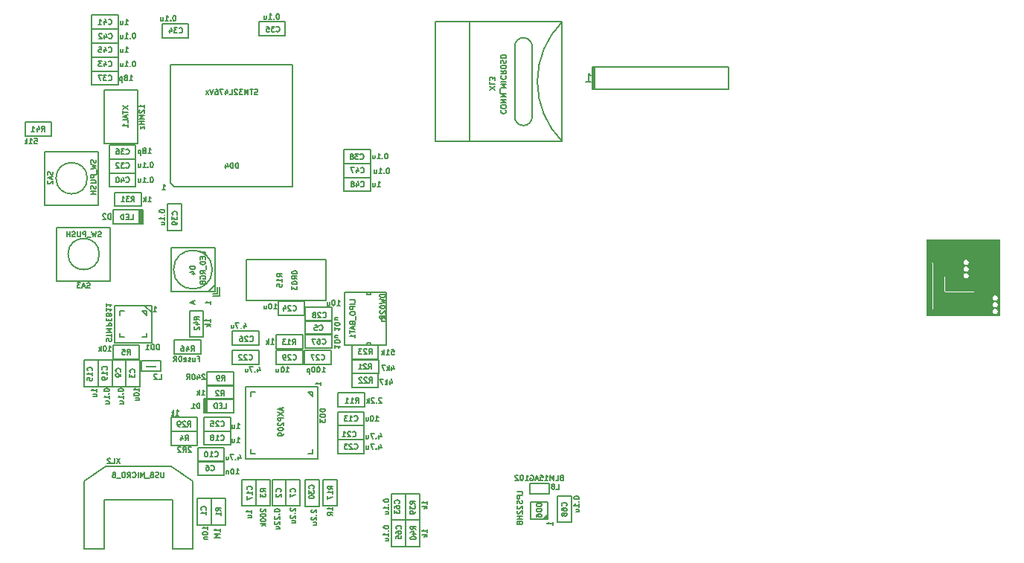
<source format=gbo>
G04 #@! TF.GenerationSoftware,KiCad,Pcbnew,(2017-02-02 revision 8dadc18)-makepkg*
G04 #@! TF.CreationDate,2017-03-13T12:53:18+03:00*
G04 #@! TF.ProjectId,Badge,42616467652E6B696361645F70636200,rev?*
G04 #@! TF.FileFunction,Legend,Bot*
G04 #@! TF.FilePolarity,Positive*
%FSLAX46Y46*%
G04 Gerber Fmt 4.6, Leading zero omitted, Abs format (unit mm)*
G04 Created by KiCad (PCBNEW (2017-02-02 revision 8dadc18)-makepkg) date 03/13/17 12:53:18*
%MOMM*%
%LPD*%
G01*
G04 APERTURE LIST*
%ADD10C,0.100000*%
%ADD11C,0.150000*%
%ADD12C,0.149860*%
%ADD13C,0.010000*%
%ADD14C,0.031750*%
G04 APERTURE END LIST*
D10*
D11*
X158600000Y-108225000D02*
X160600000Y-108225000D01*
X158600000Y-106225000D02*
X158600000Y-108225000D01*
X160600000Y-106225000D02*
X158600000Y-106225000D01*
X160600000Y-108225000D02*
X160600000Y-106225000D01*
X160100000Y-108225000D02*
X160600000Y-107725000D01*
X160550000Y-107975000D02*
X160500000Y-108175000D01*
X160300000Y-108225000D02*
X160550000Y-107975000D01*
X160050000Y-108225000D02*
X160550000Y-107775000D01*
X160050000Y-108225000D02*
X160600000Y-107675000D01*
X135300000Y-83300000D02*
X135300000Y-78700000D01*
X126300000Y-83300000D02*
X135300000Y-83300000D01*
X126300000Y-78700000D02*
X126300000Y-83300000D01*
X135300000Y-78700000D02*
X126300000Y-78700000D01*
X162470000Y-108584000D02*
X163270000Y-108584000D01*
X163270000Y-108584000D02*
X163270000Y-105584000D01*
X163270000Y-105584000D02*
X161670000Y-105584000D01*
X161670000Y-105584000D02*
X161670000Y-108584000D01*
X161670000Y-108584000D02*
X162470000Y-108584000D01*
X139950000Y-82400000D02*
X139950000Y-82650000D01*
X139950000Y-82650000D02*
X140450000Y-82650000D01*
X140450000Y-82650000D02*
X140450000Y-82400000D01*
X139950000Y-88400000D02*
X139950000Y-88150000D01*
X139950000Y-88150000D02*
X140450000Y-88150000D01*
X140450000Y-88150000D02*
X140450000Y-88400000D01*
X142200000Y-85150000D02*
X141700000Y-85150000D01*
X141700000Y-85150000D02*
X141700000Y-85650000D01*
X141700000Y-85650000D02*
X142200000Y-85650000D01*
X140200000Y-82400000D02*
X142200000Y-82400000D01*
X142200000Y-82400000D02*
X142200000Y-88400000D01*
X142200000Y-88400000D02*
X140200000Y-88400000D01*
X140200000Y-88400000D02*
X137450000Y-88400000D01*
X137450000Y-88400000D02*
X137450000Y-82400000D01*
X137450000Y-82400000D02*
X140200000Y-82400000D01*
X159619000Y-105320000D02*
X160719000Y-105320000D01*
X160719000Y-105320000D02*
X160719000Y-104120000D01*
X160719000Y-104120000D02*
X158519000Y-104120000D01*
X158519000Y-104120000D02*
X158519000Y-105320000D01*
X158519000Y-105320000D02*
X159619000Y-105320000D01*
X115500000Y-84700000D02*
X114700000Y-83900000D01*
X115500000Y-83900000D02*
X111300000Y-83900000D01*
X111300000Y-83900000D02*
X111300000Y-88100000D01*
X111300000Y-88100000D02*
X115500000Y-88100000D01*
X115500000Y-88100000D02*
X115500000Y-83900000D01*
X114400000Y-87500000D02*
X114900000Y-87500000D01*
X114900000Y-87500000D02*
X114900000Y-87000000D01*
X111900000Y-87000000D02*
X111900000Y-87500000D01*
X111900000Y-87500000D02*
X112400000Y-87500000D01*
X112400000Y-84500000D02*
X111900000Y-84500000D01*
X111900000Y-84500000D02*
X111900000Y-85000000D01*
X114900000Y-85000000D02*
X114900000Y-84500000D01*
X114900000Y-84500000D02*
X114400000Y-84500000D01*
X114400000Y-84500000D02*
X114900000Y-85000000D01*
X104722000Y-74985600D02*
X110818000Y-74985600D01*
X104722000Y-81081600D02*
X104722000Y-74985600D01*
X110818000Y-81081600D02*
X104722000Y-81081600D01*
X110818000Y-74985600D02*
X110818000Y-81081600D01*
X109548000Y-78033600D02*
G75*
G03X109548000Y-78033600I-1778000J0D01*
G01*
X109448000Y-66352000D02*
X109448000Y-72448000D01*
X103352000Y-66352000D02*
X109448000Y-66352000D01*
X103352000Y-72448000D02*
X103352000Y-66352000D01*
X109448000Y-72448000D02*
X103352000Y-72448000D01*
X108178000Y-69400000D02*
G75*
G03X108178000Y-69400000I-1778000J0D01*
G01*
X127700000Y-88400000D02*
X127700000Y-87600000D01*
X124700000Y-88400000D02*
X127700000Y-88400000D01*
X124700000Y-86800000D02*
X124700000Y-88400000D01*
X127700000Y-86800000D02*
X124700000Y-86800000D01*
X127700000Y-87600000D02*
X127700000Y-86800000D01*
X110700000Y-66400000D02*
X110700000Y-67200000D01*
X110700000Y-67200000D02*
X113700000Y-67200000D01*
X113700000Y-67200000D02*
X113700000Y-65600000D01*
X113700000Y-65600000D02*
X110700000Y-65600000D01*
X110700000Y-65600000D02*
X110700000Y-66400000D01*
X111700000Y-58800000D02*
X111700000Y-58000000D01*
X108700000Y-58800000D02*
X111700000Y-58800000D01*
X108700000Y-57200000D02*
X108700000Y-58800000D01*
X111700000Y-57200000D02*
X108700000Y-57200000D01*
X111700000Y-58000000D02*
X111700000Y-57200000D01*
X140407000Y-66907700D02*
X140407000Y-66107700D01*
X140407000Y-66107700D02*
X137407000Y-66107700D01*
X137407000Y-66107700D02*
X137407000Y-67707700D01*
X137407000Y-67707700D02*
X140407000Y-67707700D01*
X140407000Y-67707700D02*
X140407000Y-66907700D01*
X118911900Y-72338400D02*
X118111900Y-72338400D01*
X118911900Y-75338400D02*
X118911900Y-72338400D01*
X117311900Y-75338400D02*
X118911900Y-75338400D01*
X117311900Y-72338400D02*
X117311900Y-75338400D01*
X118111900Y-72338400D02*
X117311900Y-72338400D01*
X113700000Y-69600000D02*
X113700000Y-68800000D01*
X113700000Y-68800000D02*
X110700000Y-68800000D01*
X110700000Y-68800000D02*
X110700000Y-70400000D01*
X110700000Y-70400000D02*
X113700000Y-70400000D01*
X113700000Y-70400000D02*
X113700000Y-69600000D01*
X111700000Y-51600000D02*
X111700000Y-50800000D01*
X111700000Y-50800000D02*
X108700000Y-50800000D01*
X108700000Y-50800000D02*
X108700000Y-52400000D01*
X108700000Y-52400000D02*
X111700000Y-52400000D01*
X111700000Y-52400000D02*
X111700000Y-51600000D01*
X111700000Y-57200000D02*
X111700000Y-56400000D01*
X108700000Y-57200000D02*
X111700000Y-57200000D01*
X108700000Y-55600000D02*
X108700000Y-57200000D01*
X111700000Y-55600000D02*
X108700000Y-55600000D01*
X111700000Y-56400000D02*
X111700000Y-55600000D01*
X111700000Y-55600000D02*
X111700000Y-54800000D01*
X108700000Y-55600000D02*
X111700000Y-55600000D01*
X108700000Y-54000000D02*
X108700000Y-55600000D01*
X111700000Y-54000000D02*
X108700000Y-54000000D01*
X111700000Y-54800000D02*
X111700000Y-54000000D01*
X140407000Y-69307700D02*
X140407000Y-68507700D01*
X137407000Y-69307700D02*
X140407000Y-69307700D01*
X137407000Y-67707700D02*
X137407000Y-69307700D01*
X140407000Y-67707700D02*
X137407000Y-67707700D01*
X140407000Y-68507700D02*
X140407000Y-67707700D01*
X140407000Y-70107700D02*
X140407000Y-69307700D01*
X140407000Y-69307700D02*
X137407000Y-69307700D01*
X137407000Y-69307700D02*
X137407000Y-70907700D01*
X137407000Y-70907700D02*
X140407000Y-70907700D01*
X140407000Y-70907700D02*
X140407000Y-70107700D01*
X129900000Y-83400000D02*
X129900000Y-84200000D01*
X132900000Y-83400000D02*
X129900000Y-83400000D01*
X132900000Y-85000000D02*
X132900000Y-83400000D01*
X129900000Y-85000000D02*
X132900000Y-85000000D01*
X129900000Y-84200000D02*
X129900000Y-85000000D01*
X111700000Y-53200000D02*
X111700000Y-52400000D01*
X111700000Y-52400000D02*
X108700000Y-52400000D01*
X108700000Y-52400000D02*
X108700000Y-54000000D01*
X108700000Y-54000000D02*
X111700000Y-54000000D01*
X111700000Y-54000000D02*
X111700000Y-53200000D01*
X144400000Y-105300000D02*
X143600000Y-105300000D01*
X144400000Y-108300000D02*
X144400000Y-105300000D01*
X142800000Y-108300000D02*
X144400000Y-108300000D01*
X142800000Y-105300000D02*
X142800000Y-108300000D01*
X143600000Y-105300000D02*
X142800000Y-105300000D01*
X130700000Y-52400000D02*
X130700000Y-51600000D01*
X130700000Y-51600000D02*
X127700000Y-51600000D01*
X127700000Y-51600000D02*
X127700000Y-53200000D01*
X127700000Y-53200000D02*
X130700000Y-53200000D01*
X130700000Y-53200000D02*
X130700000Y-52400000D01*
X119700000Y-52600000D02*
X119700000Y-51800000D01*
X119700000Y-51800000D02*
X116700000Y-51800000D01*
X116700000Y-51800000D02*
X116700000Y-53400000D01*
X116700000Y-53400000D02*
X119700000Y-53400000D01*
X119700000Y-53400000D02*
X119700000Y-52600000D01*
X108600000Y-90100000D02*
X107800000Y-90100000D01*
X107800000Y-90100000D02*
X107800000Y-93100000D01*
X107800000Y-93100000D02*
X109400000Y-93100000D01*
X109400000Y-93100000D02*
X109400000Y-90100000D01*
X109400000Y-90100000D02*
X108600000Y-90100000D01*
X136677000Y-96775000D02*
X136677000Y-97575000D01*
X136677000Y-97575000D02*
X139677000Y-97575000D01*
X139677000Y-97575000D02*
X139677000Y-95975000D01*
X139677000Y-95975000D02*
X136677000Y-95975000D01*
X136677000Y-95975000D02*
X136677000Y-96775000D01*
X123752000Y-101684000D02*
X123752000Y-100884000D01*
X120752000Y-101684000D02*
X123752000Y-101684000D01*
X120752000Y-100084000D02*
X120752000Y-101684000D01*
X123752000Y-100084000D02*
X120752000Y-100084000D01*
X123752000Y-100884000D02*
X123752000Y-100084000D01*
X111800000Y-90100000D02*
X111000000Y-90100000D01*
X111000000Y-90100000D02*
X111000000Y-93100000D01*
X111000000Y-93100000D02*
X112600000Y-93100000D01*
X112600000Y-93100000D02*
X112600000Y-90100000D01*
X112600000Y-90100000D02*
X111800000Y-90100000D01*
X131600000Y-103700000D02*
X130800000Y-103700000D01*
X130800000Y-103700000D02*
X130800000Y-106700000D01*
X130800000Y-106700000D02*
X132400000Y-106700000D01*
X132400000Y-106700000D02*
X132400000Y-103700000D01*
X132400000Y-103700000D02*
X131600000Y-103700000D01*
X120752000Y-101608000D02*
X120752000Y-102408000D01*
X123752000Y-101608000D02*
X120752000Y-101608000D01*
X123752000Y-103208000D02*
X123752000Y-101608000D01*
X120752000Y-103208000D02*
X123752000Y-103208000D01*
X120752000Y-102408000D02*
X120752000Y-103208000D01*
X132993000Y-86435000D02*
X132993000Y-87235000D01*
X132993000Y-87235000D02*
X135993000Y-87235000D01*
X135993000Y-87235000D02*
X135993000Y-85635000D01*
X135993000Y-85635000D02*
X132993000Y-85635000D01*
X132993000Y-85635000D02*
X132993000Y-86435000D01*
X130000000Y-103700000D02*
X129200000Y-103700000D01*
X129200000Y-103700000D02*
X129200000Y-106700000D01*
X129200000Y-106700000D02*
X130800000Y-106700000D01*
X130800000Y-106700000D02*
X130800000Y-103700000D01*
X130800000Y-103700000D02*
X130000000Y-103700000D01*
X144400000Y-108300000D02*
X143600000Y-108300000D01*
X144400000Y-111300000D02*
X144400000Y-108300000D01*
X142800000Y-111300000D02*
X144400000Y-111300000D01*
X142800000Y-108300000D02*
X142800000Y-111300000D01*
X143600000Y-108300000D02*
X142800000Y-108300000D01*
X113700000Y-68000000D02*
X113700000Y-67200000D01*
X113700000Y-67200000D02*
X110700000Y-67200000D01*
X110700000Y-67200000D02*
X110700000Y-68800000D01*
X110700000Y-68800000D02*
X113700000Y-68800000D01*
X113700000Y-68800000D02*
X113700000Y-68000000D01*
X133731000Y-103731000D02*
X132931000Y-103731000D01*
X132931000Y-103731000D02*
X132931000Y-106731000D01*
X132931000Y-106731000D02*
X134531000Y-106731000D01*
X134531000Y-106731000D02*
X134531000Y-103731000D01*
X134531000Y-103731000D02*
X133731000Y-103731000D01*
X129700000Y-89000000D02*
X129700000Y-89800000D01*
X132700000Y-89000000D02*
X129700000Y-89000000D01*
X132700000Y-90600000D02*
X132700000Y-89000000D01*
X129700000Y-90600000D02*
X132700000Y-90600000D01*
X129700000Y-89800000D02*
X129700000Y-90600000D01*
X132993000Y-84911000D02*
X132993000Y-85711000D01*
X132993000Y-85711000D02*
X135993000Y-85711000D01*
X135993000Y-85711000D02*
X135993000Y-84111000D01*
X135993000Y-84111000D02*
X132993000Y-84111000D01*
X132993000Y-84111000D02*
X132993000Y-84911000D01*
X135900000Y-90600000D02*
X135900000Y-89800000D01*
X132900000Y-90600000D02*
X135900000Y-90600000D01*
X132900000Y-89000000D02*
X132900000Y-90600000D01*
X135900000Y-89000000D02*
X132900000Y-89000000D01*
X135900000Y-89800000D02*
X135900000Y-89000000D01*
X126600000Y-103700000D02*
X125800000Y-103700000D01*
X125800000Y-103700000D02*
X125800000Y-106700000D01*
X125800000Y-106700000D02*
X127400000Y-106700000D01*
X127400000Y-106700000D02*
X127400000Y-103700000D01*
X127400000Y-103700000D02*
X126600000Y-103700000D01*
X113400000Y-90100000D02*
X112600000Y-90100000D01*
X112600000Y-90100000D02*
X112600000Y-93100000D01*
X112600000Y-93100000D02*
X114200000Y-93100000D01*
X114200000Y-93100000D02*
X114200000Y-90100000D01*
X114200000Y-90100000D02*
X113400000Y-90100000D01*
X136677000Y-99175000D02*
X136677000Y-99975000D01*
X139677000Y-99175000D02*
X136677000Y-99175000D01*
X139677000Y-100775000D02*
X139677000Y-99175000D01*
X136677000Y-100775000D02*
X139677000Y-100775000D01*
X136677000Y-99975000D02*
X136677000Y-100775000D01*
X124700000Y-89800000D02*
X124700000Y-90600000D01*
X124700000Y-90600000D02*
X127700000Y-90600000D01*
X127700000Y-90600000D02*
X127700000Y-89000000D01*
X127700000Y-89000000D02*
X124700000Y-89000000D01*
X124700000Y-89000000D02*
X124700000Y-89800000D01*
X136677000Y-97575000D02*
X136677000Y-98375000D01*
X139677000Y-97575000D02*
X136677000Y-97575000D01*
X139677000Y-99175000D02*
X139677000Y-97575000D01*
X136677000Y-99175000D02*
X139677000Y-99175000D01*
X136677000Y-98375000D02*
X136677000Y-99175000D01*
X111000000Y-90100000D02*
X110200000Y-90100000D01*
X111000000Y-93100000D02*
X111000000Y-90100000D01*
X109400000Y-93100000D02*
X111000000Y-93100000D01*
X109400000Y-90100000D02*
X109400000Y-93100000D01*
X110200000Y-90100000D02*
X109400000Y-90100000D01*
X124477000Y-98975000D02*
X124477000Y-98175000D01*
X124477000Y-98175000D02*
X121477000Y-98175000D01*
X121477000Y-98175000D02*
X121477000Y-99775000D01*
X121477000Y-99775000D02*
X124477000Y-99775000D01*
X124477000Y-99775000D02*
X124477000Y-98975000D01*
X122300000Y-105850000D02*
X121500000Y-105850000D01*
X122300000Y-108850000D02*
X122300000Y-105850000D01*
X120700000Y-108850000D02*
X122300000Y-108850000D01*
X120700000Y-105850000D02*
X120700000Y-108850000D01*
X121500000Y-105850000D02*
X120700000Y-105850000D01*
X124477000Y-97375000D02*
X124477000Y-96575000D01*
X124477000Y-96575000D02*
X121477000Y-96575000D01*
X121477000Y-96575000D02*
X121477000Y-98175000D01*
X121477000Y-98175000D02*
X124477000Y-98175000D01*
X124477000Y-98175000D02*
X124477000Y-97375000D01*
D12*
X151700540Y-65199580D02*
X151700540Y-51600420D01*
X156798320Y-54399500D02*
G75*
G02X157799080Y-53398740I1000760J0D01*
G01*
X157799080Y-53398740D02*
G75*
G02X158799840Y-54399500I0J-1000760D01*
G01*
X158799840Y-62400500D02*
G75*
G02X157799080Y-63401260I-1000760J0D01*
G01*
X157799080Y-63398720D02*
G75*
G02X156800860Y-62400500I0J998220D01*
G01*
X158799840Y-54399500D02*
X158799840Y-62400500D01*
X156800860Y-62400500D02*
X156800860Y-54399500D01*
X162200900Y-65199580D02*
G75*
G02X162200900Y-51600420I6799580J6799580D01*
G01*
X162200900Y-65199580D02*
X162200900Y-51600420D01*
X162200900Y-51600420D02*
X147799100Y-51600420D01*
X147799100Y-51600420D02*
X147799100Y-65199580D01*
X147799100Y-65199580D02*
X162200900Y-65199580D01*
D11*
X165676000Y-56730000D02*
X181170000Y-56730000D01*
X181170000Y-56730000D02*
X181170000Y-59270000D01*
X181170000Y-59270000D02*
X165676000Y-59270000D01*
X165676000Y-59270000D02*
X165676000Y-56730000D01*
X165676000Y-56730000D02*
X165803000Y-56730000D01*
X165803000Y-56730000D02*
X165803000Y-59270000D01*
X165803000Y-59270000D02*
X165930000Y-59270000D01*
X165930000Y-59270000D02*
X165930000Y-56730000D01*
X117900000Y-111600000D02*
X120200000Y-111600000D01*
X120200000Y-111600000D02*
X120200000Y-103900000D01*
X120200000Y-103900000D02*
X117700000Y-102200000D01*
X117700000Y-102200000D02*
X110300000Y-102200000D01*
X110300000Y-102200000D02*
X107800000Y-103900000D01*
X107800000Y-103900000D02*
X107800000Y-111600000D01*
X107800000Y-111600000D02*
X110100000Y-111600000D01*
X117900000Y-111600000D02*
X117900000Y-106000000D01*
X117900000Y-106000000D02*
X110100000Y-106000000D01*
X110100000Y-106000000D02*
X110100000Y-111600000D01*
X122700000Y-81550000D02*
X121950000Y-82300000D01*
X122450000Y-82550000D02*
X122950000Y-82550000D01*
X122950000Y-82550000D02*
X122950000Y-81800000D01*
X123200000Y-81800000D02*
X123200000Y-82800000D01*
X123200000Y-82800000D02*
X122450000Y-82800000D01*
D12*
X122399640Y-79800000D02*
G75*
G03X122399640Y-79800000I-2199640J0D01*
G01*
X122699360Y-77300640D02*
X117700640Y-77300640D01*
X117700640Y-77300640D02*
X117700640Y-82299360D01*
X117700640Y-82299360D02*
X122699360Y-82299360D01*
X122699360Y-82299360D02*
X122699360Y-77300640D01*
D11*
X118050000Y-70350000D02*
X131550000Y-70350000D01*
X131550000Y-70350000D02*
X131550000Y-56450000D01*
X131550000Y-56450000D02*
X117650000Y-56450000D01*
X117650000Y-56450000D02*
X117650000Y-69950000D01*
X117650000Y-69950000D02*
X118050000Y-70350000D01*
X133802000Y-94230000D02*
X133802000Y-93730000D01*
X133802000Y-93730000D02*
X133302000Y-93730000D01*
X133302000Y-93730000D02*
X133802000Y-94230000D01*
X133302000Y-100730000D02*
X133802000Y-100730000D01*
X133802000Y-100730000D02*
X133802000Y-100230000D01*
X126802000Y-100230000D02*
X126802000Y-100730000D01*
X126802000Y-100730000D02*
X127302000Y-100730000D01*
X127302000Y-93730000D02*
X126802000Y-93730000D01*
X126802000Y-93730000D02*
X126802000Y-94230000D01*
X134402000Y-93130000D02*
X126202000Y-93130000D01*
X126202000Y-93130000D02*
X126202000Y-101330000D01*
X126202000Y-101330000D02*
X134402000Y-101330000D01*
X134402000Y-101330000D02*
X134402000Y-93130000D01*
X113905000Y-62400000D02*
X113905000Y-59352000D01*
X113905000Y-59352000D02*
X110095000Y-59352000D01*
X110095000Y-59352000D02*
X110095000Y-65448000D01*
X110095000Y-65448000D02*
X113905000Y-65448000D01*
X113905000Y-65448000D02*
X113905000Y-62400000D01*
X120700000Y-98200000D02*
X120700000Y-97400000D01*
X117700000Y-98200000D02*
X120700000Y-98200000D01*
X117700000Y-96600000D02*
X117700000Y-98200000D01*
X120700000Y-96600000D02*
X117700000Y-96600000D01*
X120700000Y-97400000D02*
X120700000Y-96600000D01*
X114300000Y-72600000D02*
X114300000Y-71800000D01*
X111300000Y-72600000D02*
X114300000Y-72600000D01*
X111300000Y-71000000D02*
X111300000Y-72600000D01*
X114300000Y-71000000D02*
X111300000Y-71000000D01*
X114300000Y-71800000D02*
X114300000Y-71000000D01*
X146000000Y-108300000D02*
X145200000Y-108300000D01*
X146000000Y-111300000D02*
X146000000Y-108300000D01*
X144400000Y-111300000D02*
X146000000Y-111300000D01*
X144400000Y-108300000D02*
X144400000Y-111300000D01*
X145200000Y-108300000D02*
X144400000Y-108300000D01*
X104100000Y-63800000D02*
X104100000Y-63000000D01*
X104100000Y-63000000D02*
X101100000Y-63000000D01*
X101100000Y-63000000D02*
X101100000Y-64600000D01*
X101100000Y-64600000D02*
X104100000Y-64600000D01*
X104100000Y-64600000D02*
X104100000Y-63800000D01*
X119800000Y-87500000D02*
X120600000Y-87500000D01*
X119800000Y-84500000D02*
X119800000Y-87500000D01*
X121400000Y-84500000D02*
X119800000Y-84500000D01*
X121400000Y-87500000D02*
X121400000Y-84500000D01*
X120600000Y-87500000D02*
X121400000Y-87500000D01*
X123100000Y-105850000D02*
X122300000Y-105850000D01*
X122300000Y-105850000D02*
X122300000Y-108850000D01*
X122300000Y-108850000D02*
X123900000Y-108850000D01*
X123900000Y-108850000D02*
X123900000Y-105850000D01*
X123900000Y-105850000D02*
X123100000Y-105850000D01*
X146000000Y-105300000D02*
X145200000Y-105300000D01*
X146000000Y-108300000D02*
X146000000Y-105300000D01*
X144400000Y-108300000D02*
X146000000Y-108300000D01*
X144400000Y-105300000D02*
X144400000Y-108300000D01*
X145200000Y-105300000D02*
X144400000Y-105300000D01*
X120700000Y-99000000D02*
X120700000Y-98200000D01*
X120700000Y-98200000D02*
X117700000Y-98200000D01*
X117700000Y-98200000D02*
X117700000Y-99800000D01*
X117700000Y-99800000D02*
X120700000Y-99800000D01*
X120700000Y-99800000D02*
X120700000Y-99000000D01*
X111100000Y-88400000D02*
X111100000Y-89200000D01*
X114100000Y-88400000D02*
X111100000Y-88400000D01*
X114100000Y-90000000D02*
X114100000Y-88400000D01*
X111100000Y-90000000D02*
X114100000Y-90000000D01*
X111100000Y-89200000D02*
X111100000Y-90000000D01*
X121817000Y-91477000D02*
X121817000Y-92277000D01*
X124817000Y-91477000D02*
X121817000Y-91477000D01*
X124817000Y-93077000D02*
X124817000Y-91477000D01*
X121817000Y-93077000D02*
X124817000Y-93077000D01*
X121817000Y-92277000D02*
X121817000Y-93077000D01*
X139700000Y-95400000D02*
X139700000Y-94600000D01*
X136700000Y-95400000D02*
X139700000Y-95400000D01*
X136700000Y-93800000D02*
X136700000Y-95400000D01*
X139700000Y-93800000D02*
X136700000Y-93800000D01*
X139700000Y-94600000D02*
X139700000Y-93800000D01*
X129700000Y-87200000D02*
X129700000Y-88000000D01*
X132700000Y-87200000D02*
X129700000Y-87200000D01*
X132700000Y-88800000D02*
X132700000Y-87200000D01*
X129700000Y-88800000D02*
X132700000Y-88800000D01*
X129700000Y-88000000D02*
X129700000Y-88800000D01*
X135800000Y-106700000D02*
X136600000Y-106700000D01*
X136600000Y-106700000D02*
X136600000Y-103700000D01*
X136600000Y-103700000D02*
X135000000Y-103700000D01*
X135000000Y-103700000D02*
X135000000Y-106700000D01*
X135000000Y-106700000D02*
X135800000Y-106700000D01*
X141311000Y-91647000D02*
X141311000Y-90847000D01*
X138311000Y-91647000D02*
X141311000Y-91647000D01*
X138311000Y-90047000D02*
X138311000Y-91647000D01*
X141311000Y-90047000D02*
X138311000Y-90047000D01*
X141311000Y-90847000D02*
X141311000Y-90047000D01*
X141300000Y-92400000D02*
X141300000Y-91600000D01*
X141300000Y-91600000D02*
X138300000Y-91600000D01*
X138300000Y-91600000D02*
X138300000Y-93200000D01*
X138300000Y-93200000D02*
X141300000Y-93200000D01*
X141300000Y-93200000D02*
X141300000Y-92400000D01*
X141300000Y-90000000D02*
X141300000Y-89200000D01*
X138300000Y-90000000D02*
X141300000Y-90000000D01*
X138300000Y-88400000D02*
X138300000Y-90000000D01*
X141300000Y-88400000D02*
X138300000Y-88400000D01*
X141300000Y-89200000D02*
X141300000Y-88400000D01*
X128200000Y-103700000D02*
X127400000Y-103700000D01*
X127400000Y-103700000D02*
X127400000Y-106700000D01*
X127400000Y-106700000D02*
X129000000Y-106700000D01*
X129000000Y-106700000D02*
X129000000Y-103700000D01*
X129000000Y-103700000D02*
X128200000Y-103700000D01*
X124817000Y-94601000D02*
X124817000Y-93801000D01*
X121817000Y-94601000D02*
X124817000Y-94601000D01*
X121817000Y-93001000D02*
X121817000Y-94601000D01*
X124817000Y-93001000D02*
X121817000Y-93001000D01*
X124817000Y-93801000D02*
X124817000Y-93001000D01*
X121100000Y-88600000D02*
X121100000Y-87800000D01*
X121100000Y-87800000D02*
X118100000Y-87800000D01*
X118100000Y-87800000D02*
X118100000Y-89400000D01*
X118100000Y-89400000D02*
X121100000Y-89400000D01*
X121100000Y-89400000D02*
X121100000Y-88600000D01*
X115400000Y-91400000D02*
X116500000Y-91400000D01*
X116500000Y-91400000D02*
X116500000Y-90200000D01*
X116500000Y-90200000D02*
X114300000Y-90200000D01*
X114300000Y-90200000D02*
X114300000Y-91400000D01*
X114300000Y-91400000D02*
X115400000Y-91400000D01*
X124817000Y-96125000D02*
X124817000Y-95225000D01*
X121817000Y-96125000D02*
X124817000Y-96125000D01*
X121817000Y-94525000D02*
X121817000Y-96125000D01*
X124817000Y-94525000D02*
X121817000Y-94525000D01*
X124817000Y-95325000D02*
X124817000Y-94525000D01*
X121567000Y-94525000D02*
X121667000Y-94525000D01*
X121567000Y-96125000D02*
X121567000Y-94525000D01*
X121817000Y-96125000D02*
X121567000Y-96125000D01*
X121667000Y-96125000D02*
X121817000Y-96125000D01*
X121667000Y-94525000D02*
X121667000Y-96125000D01*
X121817000Y-94525000D02*
X121667000Y-94525000D01*
X121417000Y-96125000D02*
X121617000Y-96125000D01*
X121417000Y-94525000D02*
X121417000Y-96125000D01*
X121617000Y-94525000D02*
X121417000Y-94525000D01*
X114300000Y-74600000D02*
X114500000Y-74600000D01*
X114500000Y-74600000D02*
X114500000Y-73000000D01*
X114500000Y-73000000D02*
X114300000Y-73000000D01*
X114100000Y-74600000D02*
X114250000Y-74600000D01*
X114250000Y-74600000D02*
X114250000Y-73000000D01*
X114250000Y-73000000D02*
X114100000Y-73000000D01*
X114100000Y-73000000D02*
X114350000Y-73000000D01*
X114350000Y-73000000D02*
X114350000Y-74600000D01*
X114350000Y-74600000D02*
X114250000Y-74600000D01*
X111100000Y-73800000D02*
X111100000Y-74600000D01*
X111100000Y-74600000D02*
X114100000Y-74600000D01*
X114100000Y-74600000D02*
X114100000Y-73000000D01*
X114100000Y-73000000D02*
X111100000Y-73000000D01*
X111100000Y-73000000D02*
X111100000Y-73900000D01*
X132993000Y-87959000D02*
X132993000Y-88759000D01*
X132993000Y-88759000D02*
X135993000Y-88759000D01*
X135993000Y-88759000D02*
X135993000Y-87159000D01*
X135993000Y-87159000D02*
X132993000Y-87159000D01*
X132993000Y-87159000D02*
X132993000Y-87959000D01*
D13*
G36*
X203651333Y-76403166D02*
X203651333Y-84975666D01*
X211392373Y-84975666D01*
X211392373Y-84864599D01*
X211366131Y-84860561D01*
X211281807Y-84826848D01*
X211202060Y-84765004D01*
X211141629Y-84687997D01*
X211122817Y-84646525D01*
X211098717Y-84573500D01*
X207706636Y-84573500D01*
X207330935Y-84573413D01*
X206966724Y-84573158D01*
X206616255Y-84572745D01*
X206281777Y-84572184D01*
X205965543Y-84571482D01*
X205669803Y-84570651D01*
X205396808Y-84569698D01*
X205148810Y-84568634D01*
X204928058Y-84567468D01*
X204736806Y-84566210D01*
X204577302Y-84564868D01*
X204451799Y-84563452D01*
X204362547Y-84561971D01*
X204311798Y-84560435D01*
X204300384Y-84559329D01*
X204298902Y-84536991D01*
X204297524Y-84474489D01*
X204296254Y-84373989D01*
X204295099Y-84237662D01*
X204294063Y-84067674D01*
X204293152Y-83866194D01*
X204292371Y-83635391D01*
X204291724Y-83377433D01*
X204291219Y-83094488D01*
X204290858Y-82788724D01*
X204290649Y-82462310D01*
X204290595Y-82117414D01*
X204290703Y-81756204D01*
X204290977Y-81380848D01*
X204291422Y-80993516D01*
X204291565Y-80892204D01*
X204296916Y-77239250D01*
X210160083Y-77239250D01*
X210160083Y-82340416D01*
X207948166Y-82346228D01*
X207644895Y-82346915D01*
X207353011Y-82347362D01*
X207075366Y-82347577D01*
X206814812Y-82347568D01*
X206574203Y-82347340D01*
X206356391Y-82346902D01*
X206164227Y-82346261D01*
X206000565Y-82345423D01*
X205868257Y-82344397D01*
X205770155Y-82343189D01*
X205709112Y-82341807D01*
X205688500Y-82340501D01*
X205640751Y-82328964D01*
X205651583Y-78890250D01*
X206715006Y-78884763D01*
X207778429Y-78879275D01*
X207807503Y-78809691D01*
X207867700Y-78714774D01*
X207951581Y-78648872D01*
X208050569Y-78613585D01*
X208156089Y-78610516D01*
X208259564Y-78641267D01*
X208352418Y-78707438D01*
X208352823Y-78707843D01*
X208420343Y-78800461D01*
X208451287Y-78899970D01*
X208449233Y-78999849D01*
X208417758Y-79093579D01*
X208360441Y-79174639D01*
X208280858Y-79236509D01*
X208182587Y-79272669D01*
X208069206Y-79276599D01*
X208042964Y-79272561D01*
X207958640Y-79238848D01*
X207878893Y-79177004D01*
X207818462Y-79099997D01*
X207799651Y-79058525D01*
X207775550Y-78985500D01*
X205746833Y-78985500D01*
X205746833Y-82245166D01*
X210064833Y-82245166D01*
X210064833Y-77334500D01*
X204392166Y-77334500D01*
X204392166Y-84467666D01*
X211101432Y-84467666D01*
X211130588Y-84397887D01*
X211190820Y-84302876D01*
X211274722Y-84236906D01*
X211373724Y-84201578D01*
X211392373Y-84201034D01*
X211392373Y-84102599D01*
X211366131Y-84098561D01*
X211281807Y-84064848D01*
X211202060Y-84003004D01*
X211141629Y-83925997D01*
X211122817Y-83884525D01*
X211098717Y-83811500D01*
X207928886Y-83811500D01*
X207565863Y-83811407D01*
X207214397Y-83811134D01*
X206876816Y-83810693D01*
X206555452Y-83810094D01*
X206252633Y-83809346D01*
X205970688Y-83808461D01*
X205711948Y-83807448D01*
X205478742Y-83806318D01*
X205273399Y-83805082D01*
X205098248Y-83803750D01*
X204955620Y-83802331D01*
X204847844Y-83800838D01*
X204777250Y-83799279D01*
X204746166Y-83797665D01*
X204744873Y-83797318D01*
X204743258Y-83774871D01*
X204741767Y-83712462D01*
X204740407Y-83612462D01*
X204739186Y-83477243D01*
X204738110Y-83309177D01*
X204737185Y-83110634D01*
X204736420Y-82883986D01*
X204735820Y-82631604D01*
X204735392Y-82355860D01*
X204735144Y-82059124D01*
X204735081Y-81743769D01*
X204735211Y-81412165D01*
X204735541Y-81066685D01*
X204736054Y-80722859D01*
X204741416Y-77662583D01*
X209757916Y-77662583D01*
X209757916Y-81874750D01*
X206096083Y-81874750D01*
X206096083Y-79652250D01*
X206937276Y-79646715D01*
X207778468Y-79641181D01*
X207807522Y-79571644D01*
X207867711Y-79476750D01*
X207951587Y-79410864D01*
X208050572Y-79375587D01*
X208156088Y-79372521D01*
X208259559Y-79403268D01*
X208352407Y-79469427D01*
X208352823Y-79469843D01*
X208420343Y-79562461D01*
X208451287Y-79661970D01*
X208449233Y-79761849D01*
X208417758Y-79855579D01*
X208360441Y-79936639D01*
X208280858Y-79998509D01*
X208182587Y-80034669D01*
X208069206Y-80038599D01*
X208042964Y-80034561D01*
X207958640Y-80000848D01*
X207878893Y-79939004D01*
X207818462Y-79861997D01*
X207799651Y-79820525D01*
X207775550Y-79747500D01*
X206191333Y-79747500D01*
X206191333Y-81779500D01*
X209662666Y-81779500D01*
X209662666Y-77757833D01*
X204836666Y-77757833D01*
X204836666Y-83705666D01*
X207969049Y-83705666D01*
X211101432Y-83705667D01*
X211130588Y-83635887D01*
X211190820Y-83540876D01*
X211274722Y-83474906D01*
X211373724Y-83439578D01*
X211392373Y-83439034D01*
X211392373Y-83340599D01*
X211366131Y-83336561D01*
X211281807Y-83302848D01*
X211202060Y-83241004D01*
X211141629Y-83163997D01*
X211122817Y-83122525D01*
X211098717Y-83049500D01*
X208140553Y-83049500D01*
X207790024Y-83049400D01*
X207451121Y-83049108D01*
X207126258Y-83048636D01*
X206817846Y-83047995D01*
X206528298Y-83047197D01*
X206260026Y-83046253D01*
X206015443Y-83045175D01*
X205796961Y-83043974D01*
X205606993Y-83042662D01*
X205447952Y-83041250D01*
X205322249Y-83039750D01*
X205232297Y-83038173D01*
X205180508Y-83036532D01*
X205168190Y-83035301D01*
X205166396Y-83012707D01*
X205164759Y-82950424D01*
X205163286Y-82851098D01*
X205161989Y-82717373D01*
X205160875Y-82551893D01*
X205159955Y-82357304D01*
X205159239Y-82136251D01*
X205158734Y-81891378D01*
X205158452Y-81625329D01*
X205158400Y-81340750D01*
X205158589Y-81040285D01*
X205159028Y-80726579D01*
X205159371Y-80553510D01*
X205164750Y-78085916D01*
X207243575Y-78080521D01*
X207586240Y-78079648D01*
X207889065Y-78078942D01*
X208154541Y-78078446D01*
X208385159Y-78078204D01*
X208583412Y-78078256D01*
X208751791Y-78078647D01*
X208892790Y-78079418D01*
X209008898Y-78080612D01*
X209102610Y-78082273D01*
X209176416Y-78084441D01*
X209232809Y-78087160D01*
X209274280Y-78090473D01*
X209303322Y-78094422D01*
X209322426Y-78099049D01*
X209334084Y-78104398D01*
X209340789Y-78110510D01*
X209344497Y-78116416D01*
X209349156Y-78145218D01*
X209353102Y-78213145D01*
X209356339Y-78320600D01*
X209358870Y-78467988D01*
X209360701Y-78655711D01*
X209361834Y-78884174D01*
X209362274Y-79153780D01*
X209362025Y-79464933D01*
X209361172Y-79793978D01*
X209355750Y-81430250D01*
X206519416Y-81430250D01*
X206519416Y-80435416D01*
X207775756Y-80424208D01*
X207799754Y-80351495D01*
X207851348Y-80255728D01*
X207928916Y-80186239D01*
X208023849Y-80144891D01*
X208127538Y-80133545D01*
X208231374Y-80154065D01*
X208326748Y-80208313D01*
X208352823Y-80231843D01*
X208420246Y-80324395D01*
X208451130Y-80423914D01*
X208449053Y-80523855D01*
X208417596Y-80617669D01*
X208360337Y-80698809D01*
X208280854Y-80760726D01*
X208182727Y-80796874D01*
X208069535Y-80800705D01*
X208044040Y-80796763D01*
X207955756Y-80761794D01*
X207874452Y-80697768D01*
X207815191Y-80617184D01*
X207807421Y-80600446D01*
X207778265Y-80530666D01*
X206614666Y-80530666D01*
X206614666Y-81335000D01*
X209260500Y-81335000D01*
X209260500Y-78181166D01*
X205260000Y-78181166D01*
X205260000Y-82943666D01*
X208180716Y-82943666D01*
X211101432Y-82943667D01*
X211130588Y-82873887D01*
X211190820Y-82778876D01*
X211274722Y-82712906D01*
X211373724Y-82677578D01*
X211479256Y-82674496D01*
X211582748Y-82705263D01*
X211675630Y-82771483D01*
X211675990Y-82771843D01*
X211743509Y-82864461D01*
X211774453Y-82963970D01*
X211772399Y-83063849D01*
X211740925Y-83157579D01*
X211683607Y-83238639D01*
X211604024Y-83300509D01*
X211505754Y-83336669D01*
X211392373Y-83340599D01*
X211392373Y-83439034D01*
X211479256Y-83436496D01*
X211582748Y-83467263D01*
X211675630Y-83533483D01*
X211675990Y-83533843D01*
X211743509Y-83626461D01*
X211774453Y-83725970D01*
X211772399Y-83825849D01*
X211740925Y-83919579D01*
X211683607Y-84000639D01*
X211604024Y-84062509D01*
X211505754Y-84098669D01*
X211392373Y-84102599D01*
X211392373Y-84201034D01*
X211479256Y-84198496D01*
X211582748Y-84229263D01*
X211675630Y-84295483D01*
X211675990Y-84295843D01*
X211743509Y-84388461D01*
X211774453Y-84487970D01*
X211772399Y-84587849D01*
X211740925Y-84681579D01*
X211683607Y-84762639D01*
X211604024Y-84824509D01*
X211505754Y-84860669D01*
X211392373Y-84864599D01*
X211392373Y-84975666D01*
X211948666Y-84975666D01*
X211948666Y-76403166D01*
X203651333Y-76403166D01*
X203651333Y-76403166D01*
G37*
X203651333Y-76403166D02*
X203651333Y-84975666D01*
X211392373Y-84975666D01*
X211392373Y-84864599D01*
X211366131Y-84860561D01*
X211281807Y-84826848D01*
X211202060Y-84765004D01*
X211141629Y-84687997D01*
X211122817Y-84646525D01*
X211098717Y-84573500D01*
X207706636Y-84573500D01*
X207330935Y-84573413D01*
X206966724Y-84573158D01*
X206616255Y-84572745D01*
X206281777Y-84572184D01*
X205965543Y-84571482D01*
X205669803Y-84570651D01*
X205396808Y-84569698D01*
X205148810Y-84568634D01*
X204928058Y-84567468D01*
X204736806Y-84566210D01*
X204577302Y-84564868D01*
X204451799Y-84563452D01*
X204362547Y-84561971D01*
X204311798Y-84560435D01*
X204300384Y-84559329D01*
X204298902Y-84536991D01*
X204297524Y-84474489D01*
X204296254Y-84373989D01*
X204295099Y-84237662D01*
X204294063Y-84067674D01*
X204293152Y-83866194D01*
X204292371Y-83635391D01*
X204291724Y-83377433D01*
X204291219Y-83094488D01*
X204290858Y-82788724D01*
X204290649Y-82462310D01*
X204290595Y-82117414D01*
X204290703Y-81756204D01*
X204290977Y-81380848D01*
X204291422Y-80993516D01*
X204291565Y-80892204D01*
X204296916Y-77239250D01*
X210160083Y-77239250D01*
X210160083Y-82340416D01*
X207948166Y-82346228D01*
X207644895Y-82346915D01*
X207353011Y-82347362D01*
X207075366Y-82347577D01*
X206814812Y-82347568D01*
X206574203Y-82347340D01*
X206356391Y-82346902D01*
X206164227Y-82346261D01*
X206000565Y-82345423D01*
X205868257Y-82344397D01*
X205770155Y-82343189D01*
X205709112Y-82341807D01*
X205688500Y-82340501D01*
X205640751Y-82328964D01*
X205651583Y-78890250D01*
X206715006Y-78884763D01*
X207778429Y-78879275D01*
X207807503Y-78809691D01*
X207867700Y-78714774D01*
X207951581Y-78648872D01*
X208050569Y-78613585D01*
X208156089Y-78610516D01*
X208259564Y-78641267D01*
X208352418Y-78707438D01*
X208352823Y-78707843D01*
X208420343Y-78800461D01*
X208451287Y-78899970D01*
X208449233Y-78999849D01*
X208417758Y-79093579D01*
X208360441Y-79174639D01*
X208280858Y-79236509D01*
X208182587Y-79272669D01*
X208069206Y-79276599D01*
X208042964Y-79272561D01*
X207958640Y-79238848D01*
X207878893Y-79177004D01*
X207818462Y-79099997D01*
X207799651Y-79058525D01*
X207775550Y-78985500D01*
X205746833Y-78985500D01*
X205746833Y-82245166D01*
X210064833Y-82245166D01*
X210064833Y-77334500D01*
X204392166Y-77334500D01*
X204392166Y-84467666D01*
X211101432Y-84467666D01*
X211130588Y-84397887D01*
X211190820Y-84302876D01*
X211274722Y-84236906D01*
X211373724Y-84201578D01*
X211392373Y-84201034D01*
X211392373Y-84102599D01*
X211366131Y-84098561D01*
X211281807Y-84064848D01*
X211202060Y-84003004D01*
X211141629Y-83925997D01*
X211122817Y-83884525D01*
X211098717Y-83811500D01*
X207928886Y-83811500D01*
X207565863Y-83811407D01*
X207214397Y-83811134D01*
X206876816Y-83810693D01*
X206555452Y-83810094D01*
X206252633Y-83809346D01*
X205970688Y-83808461D01*
X205711948Y-83807448D01*
X205478742Y-83806318D01*
X205273399Y-83805082D01*
X205098248Y-83803750D01*
X204955620Y-83802331D01*
X204847844Y-83800838D01*
X204777250Y-83799279D01*
X204746166Y-83797665D01*
X204744873Y-83797318D01*
X204743258Y-83774871D01*
X204741767Y-83712462D01*
X204740407Y-83612462D01*
X204739186Y-83477243D01*
X204738110Y-83309177D01*
X204737185Y-83110634D01*
X204736420Y-82883986D01*
X204735820Y-82631604D01*
X204735392Y-82355860D01*
X204735144Y-82059124D01*
X204735081Y-81743769D01*
X204735211Y-81412165D01*
X204735541Y-81066685D01*
X204736054Y-80722859D01*
X204741416Y-77662583D01*
X209757916Y-77662583D01*
X209757916Y-81874750D01*
X206096083Y-81874750D01*
X206096083Y-79652250D01*
X206937276Y-79646715D01*
X207778468Y-79641181D01*
X207807522Y-79571644D01*
X207867711Y-79476750D01*
X207951587Y-79410864D01*
X208050572Y-79375587D01*
X208156088Y-79372521D01*
X208259559Y-79403268D01*
X208352407Y-79469427D01*
X208352823Y-79469843D01*
X208420343Y-79562461D01*
X208451287Y-79661970D01*
X208449233Y-79761849D01*
X208417758Y-79855579D01*
X208360441Y-79936639D01*
X208280858Y-79998509D01*
X208182587Y-80034669D01*
X208069206Y-80038599D01*
X208042964Y-80034561D01*
X207958640Y-80000848D01*
X207878893Y-79939004D01*
X207818462Y-79861997D01*
X207799651Y-79820525D01*
X207775550Y-79747500D01*
X206191333Y-79747500D01*
X206191333Y-81779500D01*
X209662666Y-81779500D01*
X209662666Y-77757833D01*
X204836666Y-77757833D01*
X204836666Y-83705666D01*
X207969049Y-83705666D01*
X211101432Y-83705667D01*
X211130588Y-83635887D01*
X211190820Y-83540876D01*
X211274722Y-83474906D01*
X211373724Y-83439578D01*
X211392373Y-83439034D01*
X211392373Y-83340599D01*
X211366131Y-83336561D01*
X211281807Y-83302848D01*
X211202060Y-83241004D01*
X211141629Y-83163997D01*
X211122817Y-83122525D01*
X211098717Y-83049500D01*
X208140553Y-83049500D01*
X207790024Y-83049400D01*
X207451121Y-83049108D01*
X207126258Y-83048636D01*
X206817846Y-83047995D01*
X206528298Y-83047197D01*
X206260026Y-83046253D01*
X206015443Y-83045175D01*
X205796961Y-83043974D01*
X205606993Y-83042662D01*
X205447952Y-83041250D01*
X205322249Y-83039750D01*
X205232297Y-83038173D01*
X205180508Y-83036532D01*
X205168190Y-83035301D01*
X205166396Y-83012707D01*
X205164759Y-82950424D01*
X205163286Y-82851098D01*
X205161989Y-82717373D01*
X205160875Y-82551893D01*
X205159955Y-82357304D01*
X205159239Y-82136251D01*
X205158734Y-81891378D01*
X205158452Y-81625329D01*
X205158400Y-81340750D01*
X205158589Y-81040285D01*
X205159028Y-80726579D01*
X205159371Y-80553510D01*
X205164750Y-78085916D01*
X207243575Y-78080521D01*
X207586240Y-78079648D01*
X207889065Y-78078942D01*
X208154541Y-78078446D01*
X208385159Y-78078204D01*
X208583412Y-78078256D01*
X208751791Y-78078647D01*
X208892790Y-78079418D01*
X209008898Y-78080612D01*
X209102610Y-78082273D01*
X209176416Y-78084441D01*
X209232809Y-78087160D01*
X209274280Y-78090473D01*
X209303322Y-78094422D01*
X209322426Y-78099049D01*
X209334084Y-78104398D01*
X209340789Y-78110510D01*
X209344497Y-78116416D01*
X209349156Y-78145218D01*
X209353102Y-78213145D01*
X209356339Y-78320600D01*
X209358870Y-78467988D01*
X209360701Y-78655711D01*
X209361834Y-78884174D01*
X209362274Y-79153780D01*
X209362025Y-79464933D01*
X209361172Y-79793978D01*
X209355750Y-81430250D01*
X206519416Y-81430250D01*
X206519416Y-80435416D01*
X207775756Y-80424208D01*
X207799754Y-80351495D01*
X207851348Y-80255728D01*
X207928916Y-80186239D01*
X208023849Y-80144891D01*
X208127538Y-80133545D01*
X208231374Y-80154065D01*
X208326748Y-80208313D01*
X208352823Y-80231843D01*
X208420246Y-80324395D01*
X208451130Y-80423914D01*
X208449053Y-80523855D01*
X208417596Y-80617669D01*
X208360337Y-80698809D01*
X208280854Y-80760726D01*
X208182727Y-80796874D01*
X208069535Y-80800705D01*
X208044040Y-80796763D01*
X207955756Y-80761794D01*
X207874452Y-80697768D01*
X207815191Y-80617184D01*
X207807421Y-80600446D01*
X207778265Y-80530666D01*
X206614666Y-80530666D01*
X206614666Y-81335000D01*
X209260500Y-81335000D01*
X209260500Y-78181166D01*
X205260000Y-78181166D01*
X205260000Y-82943666D01*
X208180716Y-82943666D01*
X211101432Y-82943667D01*
X211130588Y-82873887D01*
X211190820Y-82778876D01*
X211274722Y-82712906D01*
X211373724Y-82677578D01*
X211479256Y-82674496D01*
X211582748Y-82705263D01*
X211675630Y-82771483D01*
X211675990Y-82771843D01*
X211743509Y-82864461D01*
X211774453Y-82963970D01*
X211772399Y-83063849D01*
X211740925Y-83157579D01*
X211683607Y-83238639D01*
X211604024Y-83300509D01*
X211505754Y-83336669D01*
X211392373Y-83340599D01*
X211392373Y-83439034D01*
X211479256Y-83436496D01*
X211582748Y-83467263D01*
X211675630Y-83533483D01*
X211675990Y-83533843D01*
X211743509Y-83626461D01*
X211774453Y-83725970D01*
X211772399Y-83825849D01*
X211740925Y-83919579D01*
X211683607Y-84000639D01*
X211604024Y-84062509D01*
X211505754Y-84098669D01*
X211392373Y-84102599D01*
X211392373Y-84201034D01*
X211479256Y-84198496D01*
X211582748Y-84229263D01*
X211675630Y-84295483D01*
X211675990Y-84295843D01*
X211743509Y-84388461D01*
X211774453Y-84487970D01*
X211772399Y-84587849D01*
X211740925Y-84681579D01*
X211683607Y-84762639D01*
X211604024Y-84824509D01*
X211505754Y-84860669D01*
X211392373Y-84864599D01*
X211392373Y-84975666D01*
X211948666Y-84975666D01*
X211948666Y-76403166D01*
X203651333Y-76403166D01*
D11*
X159871428Y-106457142D02*
X159271428Y-106457142D01*
X159271428Y-106600000D01*
X159300000Y-106685714D01*
X159357142Y-106742857D01*
X159414285Y-106771428D01*
X159528571Y-106800000D01*
X159614285Y-106800000D01*
X159728571Y-106771428D01*
X159785714Y-106742857D01*
X159842857Y-106685714D01*
X159871428Y-106600000D01*
X159871428Y-106457142D01*
X159871428Y-107057142D02*
X159271428Y-107057142D01*
X159271428Y-107200000D01*
X159300000Y-107285714D01*
X159357142Y-107342857D01*
X159414285Y-107371428D01*
X159528571Y-107400000D01*
X159614285Y-107400000D01*
X159728571Y-107371428D01*
X159785714Y-107342857D01*
X159842857Y-107285714D01*
X159871428Y-107200000D01*
X159871428Y-107057142D01*
X159271428Y-107914285D02*
X159271428Y-107800000D01*
X159300000Y-107742857D01*
X159328571Y-107714285D01*
X159414285Y-107657142D01*
X159528571Y-107628571D01*
X159757142Y-107628571D01*
X159814285Y-107657142D01*
X159842857Y-107685714D01*
X159871428Y-107742857D01*
X159871428Y-107857142D01*
X159842857Y-107914285D01*
X159814285Y-107942857D01*
X159757142Y-107971428D01*
X159614285Y-107971428D01*
X159557142Y-107942857D01*
X159528571Y-107914285D01*
X159500000Y-107857142D01*
X159500000Y-107742857D01*
X159528571Y-107685714D01*
X159557142Y-107657142D01*
X159614285Y-107628571D01*
X157671428Y-105339285D02*
X157671428Y-105053571D01*
X157071428Y-105053571D01*
X157671428Y-105539285D02*
X157071428Y-105539285D01*
X157071428Y-105767857D01*
X157100000Y-105825000D01*
X157128571Y-105853571D01*
X157185714Y-105882142D01*
X157271428Y-105882142D01*
X157328571Y-105853571D01*
X157357142Y-105825000D01*
X157385714Y-105767857D01*
X157385714Y-105539285D01*
X157642857Y-106110714D02*
X157671428Y-106196428D01*
X157671428Y-106339285D01*
X157642857Y-106396428D01*
X157614285Y-106425000D01*
X157557142Y-106453571D01*
X157500000Y-106453571D01*
X157442857Y-106425000D01*
X157414285Y-106396428D01*
X157385714Y-106339285D01*
X157357142Y-106225000D01*
X157328571Y-106167857D01*
X157300000Y-106139285D01*
X157242857Y-106110714D01*
X157185714Y-106110714D01*
X157128571Y-106139285D01*
X157100000Y-106167857D01*
X157071428Y-106225000D01*
X157071428Y-106367857D01*
X157100000Y-106453571D01*
X157128571Y-106682142D02*
X157100000Y-106710714D01*
X157071428Y-106767857D01*
X157071428Y-106910714D01*
X157100000Y-106967857D01*
X157128571Y-106996428D01*
X157185714Y-107025000D01*
X157242857Y-107025000D01*
X157328571Y-106996428D01*
X157671428Y-106653571D01*
X157671428Y-107025000D01*
X157128571Y-107253571D02*
X157100000Y-107282142D01*
X157071428Y-107339285D01*
X157071428Y-107482142D01*
X157100000Y-107539285D01*
X157128571Y-107567857D01*
X157185714Y-107596428D01*
X157242857Y-107596428D01*
X157328571Y-107567857D01*
X157671428Y-107225000D01*
X157671428Y-107596428D01*
X157671428Y-107853571D02*
X157071428Y-107853571D01*
X157357142Y-107853571D02*
X157357142Y-108196428D01*
X157671428Y-108196428D02*
X157071428Y-108196428D01*
X157357142Y-108682142D02*
X157385714Y-108767857D01*
X157414285Y-108796428D01*
X157471428Y-108825000D01*
X157557142Y-108825000D01*
X157614285Y-108796428D01*
X157642857Y-108767857D01*
X157671428Y-108710714D01*
X157671428Y-108482142D01*
X157071428Y-108482142D01*
X157071428Y-108682142D01*
X157100000Y-108739285D01*
X157128571Y-108767857D01*
X157185714Y-108796428D01*
X157242857Y-108796428D01*
X157300000Y-108767857D01*
X157328571Y-108739285D01*
X157357142Y-108682142D01*
X157357142Y-108482142D01*
X161121428Y-108896428D02*
X161121428Y-108553571D01*
X161121428Y-108725000D02*
X160521428Y-108725000D01*
X160607142Y-108667857D01*
X160664285Y-108610714D01*
X160692857Y-108553571D01*
X130371428Y-80614285D02*
X130085714Y-80414285D01*
X130371428Y-80271428D02*
X129771428Y-80271428D01*
X129771428Y-80500000D01*
X129800000Y-80557142D01*
X129828571Y-80585714D01*
X129885714Y-80614285D01*
X129971428Y-80614285D01*
X130028571Y-80585714D01*
X130057142Y-80557142D01*
X130085714Y-80500000D01*
X130085714Y-80271428D01*
X130371428Y-81185714D02*
X130371428Y-80842857D01*
X130371428Y-81014285D02*
X129771428Y-81014285D01*
X129857142Y-80957142D01*
X129914285Y-80900000D01*
X129942857Y-80842857D01*
X129771428Y-81728571D02*
X129771428Y-81442857D01*
X130057142Y-81414285D01*
X130028571Y-81442857D01*
X130000000Y-81500000D01*
X130000000Y-81642857D01*
X130028571Y-81700000D01*
X130057142Y-81728571D01*
X130114285Y-81757142D01*
X130257142Y-81757142D01*
X130314285Y-81728571D01*
X130342857Y-81700000D01*
X130371428Y-81642857D01*
X130371428Y-81500000D01*
X130342857Y-81442857D01*
X130314285Y-81414285D01*
X131471428Y-80100000D02*
X131471428Y-80157142D01*
X131500000Y-80214285D01*
X131528571Y-80242857D01*
X131585714Y-80271428D01*
X131700000Y-80300000D01*
X131842857Y-80300000D01*
X131957142Y-80271428D01*
X132014285Y-80242857D01*
X132042857Y-80214285D01*
X132071428Y-80157142D01*
X132071428Y-80100000D01*
X132042857Y-80042857D01*
X132014285Y-80014285D01*
X131957142Y-79985714D01*
X131842857Y-79957142D01*
X131700000Y-79957142D01*
X131585714Y-79985714D01*
X131528571Y-80014285D01*
X131500000Y-80042857D01*
X131471428Y-80100000D01*
X132071428Y-80900000D02*
X131785714Y-80700000D01*
X132071428Y-80557142D02*
X131471428Y-80557142D01*
X131471428Y-80785714D01*
X131500000Y-80842857D01*
X131528571Y-80871428D01*
X131585714Y-80900000D01*
X131671428Y-80900000D01*
X131728571Y-80871428D01*
X131757142Y-80842857D01*
X131785714Y-80785714D01*
X131785714Y-80557142D01*
X131471428Y-81271428D02*
X131471428Y-81328571D01*
X131500000Y-81385714D01*
X131528571Y-81414285D01*
X131585714Y-81442857D01*
X131700000Y-81471428D01*
X131842857Y-81471428D01*
X131957142Y-81442857D01*
X132014285Y-81414285D01*
X132042857Y-81385714D01*
X132071428Y-81328571D01*
X132071428Y-81271428D01*
X132042857Y-81214285D01*
X132014285Y-81185714D01*
X131957142Y-81157142D01*
X131842857Y-81128571D01*
X131700000Y-81128571D01*
X131585714Y-81157142D01*
X131528571Y-81185714D01*
X131500000Y-81214285D01*
X131471428Y-81271428D01*
X131471428Y-81671428D02*
X131471428Y-82042857D01*
X131700000Y-81842857D01*
X131700000Y-81928571D01*
X131728571Y-81985714D01*
X131757142Y-82014285D01*
X131814285Y-82042857D01*
X131957142Y-82042857D01*
X132014285Y-82014285D01*
X132042857Y-81985714D01*
X132071428Y-81928571D01*
X132071428Y-81757142D01*
X132042857Y-81700000D01*
X132014285Y-81671428D01*
X162684285Y-106698285D02*
X162712857Y-106669714D01*
X162741428Y-106584000D01*
X162741428Y-106526857D01*
X162712857Y-106441142D01*
X162655714Y-106384000D01*
X162598571Y-106355428D01*
X162484285Y-106326857D01*
X162398571Y-106326857D01*
X162284285Y-106355428D01*
X162227142Y-106384000D01*
X162170000Y-106441142D01*
X162141428Y-106526857D01*
X162141428Y-106584000D01*
X162170000Y-106669714D01*
X162198571Y-106698285D01*
X162141428Y-107212571D02*
X162141428Y-107098285D01*
X162170000Y-107041142D01*
X162198571Y-107012571D01*
X162284285Y-106955428D01*
X162398571Y-106926857D01*
X162627142Y-106926857D01*
X162684285Y-106955428D01*
X162712857Y-106984000D01*
X162741428Y-107041142D01*
X162741428Y-107155428D01*
X162712857Y-107212571D01*
X162684285Y-107241142D01*
X162627142Y-107269714D01*
X162484285Y-107269714D01*
X162427142Y-107241142D01*
X162398571Y-107212571D01*
X162370000Y-107155428D01*
X162370000Y-107041142D01*
X162398571Y-106984000D01*
X162427142Y-106955428D01*
X162484285Y-106926857D01*
X162398571Y-107612571D02*
X162370000Y-107555428D01*
X162341428Y-107526857D01*
X162284285Y-107498285D01*
X162255714Y-107498285D01*
X162198571Y-107526857D01*
X162170000Y-107555428D01*
X162141428Y-107612571D01*
X162141428Y-107726857D01*
X162170000Y-107784000D01*
X162198571Y-107812571D01*
X162255714Y-107841142D01*
X162284285Y-107841142D01*
X162341428Y-107812571D01*
X162370000Y-107784000D01*
X162398571Y-107726857D01*
X162398571Y-107612571D01*
X162427142Y-107555428D01*
X162455714Y-107526857D01*
X162512857Y-107498285D01*
X162627142Y-107498285D01*
X162684285Y-107526857D01*
X162712857Y-107555428D01*
X162741428Y-107612571D01*
X162741428Y-107726857D01*
X162712857Y-107784000D01*
X162684285Y-107812571D01*
X162627142Y-107841142D01*
X162512857Y-107841142D01*
X162455714Y-107812571D01*
X162427142Y-107784000D01*
X162398571Y-107726857D01*
X163541428Y-105755428D02*
X163541428Y-105812571D01*
X163570000Y-105869714D01*
X163598571Y-105898285D01*
X163655714Y-105926857D01*
X163770000Y-105955428D01*
X163912857Y-105955428D01*
X164027142Y-105926857D01*
X164084285Y-105898285D01*
X164112857Y-105869714D01*
X164141428Y-105812571D01*
X164141428Y-105755428D01*
X164112857Y-105698285D01*
X164084285Y-105669714D01*
X164027142Y-105641142D01*
X163912857Y-105612571D01*
X163770000Y-105612571D01*
X163655714Y-105641142D01*
X163598571Y-105669714D01*
X163570000Y-105698285D01*
X163541428Y-105755428D01*
X164084285Y-106212571D02*
X164112857Y-106241142D01*
X164141428Y-106212571D01*
X164112857Y-106184000D01*
X164084285Y-106212571D01*
X164141428Y-106212571D01*
X164141428Y-106812571D02*
X164141428Y-106469714D01*
X164141428Y-106641142D02*
X163541428Y-106641142D01*
X163627142Y-106584000D01*
X163684285Y-106526857D01*
X163712857Y-106469714D01*
X163741428Y-107326857D02*
X164141428Y-107326857D01*
X163741428Y-107069714D02*
X164055714Y-107069714D01*
X164112857Y-107098285D01*
X164141428Y-107155428D01*
X164141428Y-107241142D01*
X164112857Y-107298285D01*
X164084285Y-107326857D01*
X138671428Y-83528571D02*
X138671428Y-83242857D01*
X138071428Y-83242857D01*
X138671428Y-83728571D02*
X138071428Y-83728571D01*
X138671428Y-84014285D02*
X138071428Y-84014285D01*
X138071428Y-84242857D01*
X138100000Y-84300000D01*
X138128571Y-84328571D01*
X138185714Y-84357142D01*
X138271428Y-84357142D01*
X138328571Y-84328571D01*
X138357142Y-84300000D01*
X138385714Y-84242857D01*
X138385714Y-84014285D01*
X138071428Y-84728571D02*
X138071428Y-84842857D01*
X138100000Y-84900000D01*
X138157142Y-84957142D01*
X138271428Y-84985714D01*
X138471428Y-84985714D01*
X138585714Y-84957142D01*
X138642857Y-84900000D01*
X138671428Y-84842857D01*
X138671428Y-84728571D01*
X138642857Y-84671428D01*
X138585714Y-84614285D01*
X138471428Y-84585714D01*
X138271428Y-84585714D01*
X138157142Y-84614285D01*
X138100000Y-84671428D01*
X138071428Y-84728571D01*
X138728571Y-85100000D02*
X138728571Y-85557142D01*
X138357142Y-85900000D02*
X138385714Y-85985714D01*
X138414285Y-86014285D01*
X138471428Y-86042857D01*
X138557142Y-86042857D01*
X138614285Y-86014285D01*
X138642857Y-85985714D01*
X138671428Y-85928571D01*
X138671428Y-85700000D01*
X138071428Y-85700000D01*
X138071428Y-85900000D01*
X138100000Y-85957142D01*
X138128571Y-85985714D01*
X138185714Y-86014285D01*
X138242857Y-86014285D01*
X138300000Y-85985714D01*
X138328571Y-85957142D01*
X138357142Y-85900000D01*
X138357142Y-85700000D01*
X138500000Y-86271428D02*
X138500000Y-86557142D01*
X138671428Y-86214285D02*
X138071428Y-86414285D01*
X138671428Y-86614285D01*
X138071428Y-86728571D02*
X138071428Y-87071428D01*
X138671428Y-86900000D02*
X138071428Y-86900000D01*
X138671428Y-87585714D02*
X138671428Y-87242857D01*
X138671428Y-87414285D02*
X138071428Y-87414285D01*
X138157142Y-87357142D01*
X138214285Y-87300000D01*
X138242857Y-87242857D01*
X142071428Y-82628571D02*
X141471428Y-82628571D01*
X141471428Y-82771428D01*
X141500000Y-82857142D01*
X141557142Y-82914285D01*
X141614285Y-82942857D01*
X141728571Y-82971428D01*
X141814285Y-82971428D01*
X141928571Y-82942857D01*
X141985714Y-82914285D01*
X142042857Y-82857142D01*
X142071428Y-82771428D01*
X142071428Y-82628571D01*
X141471428Y-83171428D02*
X142071428Y-83314285D01*
X141642857Y-83428571D01*
X142071428Y-83542857D01*
X141471428Y-83685714D01*
X141471428Y-84028571D02*
X141471428Y-84085714D01*
X141500000Y-84142857D01*
X141528571Y-84171428D01*
X141585714Y-84200000D01*
X141700000Y-84228571D01*
X141842857Y-84228571D01*
X141957142Y-84200000D01*
X142014285Y-84171428D01*
X142042857Y-84142857D01*
X142071428Y-84085714D01*
X142071428Y-84028571D01*
X142042857Y-83971428D01*
X142014285Y-83942857D01*
X141957142Y-83914285D01*
X141842857Y-83885714D01*
X141700000Y-83885714D01*
X141585714Y-83914285D01*
X141528571Y-83942857D01*
X141500000Y-83971428D01*
X141471428Y-84028571D01*
X141528571Y-84457142D02*
X141500000Y-84485714D01*
X141471428Y-84542857D01*
X141471428Y-84685714D01*
X141500000Y-84742857D01*
X141528571Y-84771428D01*
X141585714Y-84800000D01*
X141642857Y-84800000D01*
X141728571Y-84771428D01*
X142071428Y-84428571D01*
X142071428Y-84800000D01*
X142071428Y-85400000D02*
X141785714Y-85200000D01*
X142071428Y-85057142D02*
X141471428Y-85057142D01*
X141471428Y-85285714D01*
X141500000Y-85342857D01*
X141528571Y-85371428D01*
X141585714Y-85400000D01*
X141671428Y-85400000D01*
X141728571Y-85371428D01*
X141757142Y-85342857D01*
X141785714Y-85285714D01*
X141785714Y-85057142D01*
X161519000Y-104791428D02*
X161804714Y-104791428D01*
X161804714Y-104191428D01*
X161233285Y-104448571D02*
X161290428Y-104420000D01*
X161319000Y-104391428D01*
X161347571Y-104334285D01*
X161347571Y-104305714D01*
X161319000Y-104248571D01*
X161290428Y-104220000D01*
X161233285Y-104191428D01*
X161119000Y-104191428D01*
X161061857Y-104220000D01*
X161033285Y-104248571D01*
X161004714Y-104305714D01*
X161004714Y-104334285D01*
X161033285Y-104391428D01*
X161061857Y-104420000D01*
X161119000Y-104448571D01*
X161233285Y-104448571D01*
X161290428Y-104477142D01*
X161319000Y-104505714D01*
X161347571Y-104562857D01*
X161347571Y-104677142D01*
X161319000Y-104734285D01*
X161290428Y-104762857D01*
X161233285Y-104791428D01*
X161119000Y-104791428D01*
X161061857Y-104762857D01*
X161033285Y-104734285D01*
X161004714Y-104677142D01*
X161004714Y-104562857D01*
X161033285Y-104505714D01*
X161061857Y-104477142D01*
X161119000Y-104448571D01*
X162147571Y-103477142D02*
X162061857Y-103505714D01*
X162033285Y-103534285D01*
X162004714Y-103591428D01*
X162004714Y-103677142D01*
X162033285Y-103734285D01*
X162061857Y-103762857D01*
X162119000Y-103791428D01*
X162347571Y-103791428D01*
X162347571Y-103191428D01*
X162147571Y-103191428D01*
X162090428Y-103220000D01*
X162061857Y-103248571D01*
X162033285Y-103305714D01*
X162033285Y-103362857D01*
X162061857Y-103420000D01*
X162090428Y-103448571D01*
X162147571Y-103477142D01*
X162347571Y-103477142D01*
X161461857Y-103791428D02*
X161747571Y-103791428D01*
X161747571Y-103191428D01*
X161261857Y-103791428D02*
X161261857Y-103191428D01*
X161061857Y-103620000D01*
X160861857Y-103191428D01*
X160861857Y-103791428D01*
X160261857Y-103791428D02*
X160604714Y-103791428D01*
X160433285Y-103791428D02*
X160433285Y-103191428D01*
X160490428Y-103277142D01*
X160547571Y-103334285D01*
X160604714Y-103362857D01*
X159719000Y-103191428D02*
X160004714Y-103191428D01*
X160033285Y-103477142D01*
X160004714Y-103448571D01*
X159947571Y-103420000D01*
X159804714Y-103420000D01*
X159747571Y-103448571D01*
X159719000Y-103477142D01*
X159690428Y-103534285D01*
X159690428Y-103677142D01*
X159719000Y-103734285D01*
X159747571Y-103762857D01*
X159804714Y-103791428D01*
X159947571Y-103791428D01*
X160004714Y-103762857D01*
X160033285Y-103734285D01*
X159461857Y-103620000D02*
X159176142Y-103620000D01*
X159519000Y-103791428D02*
X159319000Y-103191428D01*
X159119000Y-103791428D01*
X158604714Y-103220000D02*
X158661857Y-103191428D01*
X158747571Y-103191428D01*
X158833285Y-103220000D01*
X158890428Y-103277142D01*
X158919000Y-103334285D01*
X158947571Y-103448571D01*
X158947571Y-103534285D01*
X158919000Y-103648571D01*
X158890428Y-103705714D01*
X158833285Y-103762857D01*
X158747571Y-103791428D01*
X158690428Y-103791428D01*
X158604714Y-103762857D01*
X158576142Y-103734285D01*
X158576142Y-103534285D01*
X158690428Y-103534285D01*
X158004714Y-103791428D02*
X158347571Y-103791428D01*
X158176142Y-103791428D02*
X158176142Y-103191428D01*
X158233285Y-103277142D01*
X158290428Y-103334285D01*
X158347571Y-103362857D01*
X157633285Y-103191428D02*
X157576142Y-103191428D01*
X157519000Y-103220000D01*
X157490428Y-103248571D01*
X157461857Y-103305714D01*
X157433285Y-103420000D01*
X157433285Y-103562857D01*
X157461857Y-103677142D01*
X157490428Y-103734285D01*
X157519000Y-103762857D01*
X157576142Y-103791428D01*
X157633285Y-103791428D01*
X157690428Y-103762857D01*
X157719000Y-103734285D01*
X157747571Y-103677142D01*
X157776142Y-103562857D01*
X157776142Y-103420000D01*
X157747571Y-103305714D01*
X157719000Y-103248571D01*
X157690428Y-103220000D01*
X157633285Y-103191428D01*
X157204714Y-103248571D02*
X157176142Y-103220000D01*
X157119000Y-103191428D01*
X156976142Y-103191428D01*
X156919000Y-103220000D01*
X156890428Y-103248571D01*
X156861857Y-103305714D01*
X156861857Y-103362857D01*
X156890428Y-103448571D01*
X157233285Y-103791428D01*
X156861857Y-103791428D01*
X116342857Y-88871428D02*
X116342857Y-88271428D01*
X116200000Y-88271428D01*
X116114285Y-88300000D01*
X116057142Y-88357142D01*
X116028571Y-88414285D01*
X116000000Y-88528571D01*
X116000000Y-88614285D01*
X116028571Y-88728571D01*
X116057142Y-88785714D01*
X116114285Y-88842857D01*
X116200000Y-88871428D01*
X116342857Y-88871428D01*
X115742857Y-88871428D02*
X115742857Y-88271428D01*
X115600000Y-88271428D01*
X115514285Y-88300000D01*
X115457142Y-88357142D01*
X115428571Y-88414285D01*
X115400000Y-88528571D01*
X115400000Y-88614285D01*
X115428571Y-88728571D01*
X115457142Y-88785714D01*
X115514285Y-88842857D01*
X115600000Y-88871428D01*
X115742857Y-88871428D01*
X114828571Y-88871428D02*
X115171428Y-88871428D01*
X115000000Y-88871428D02*
X115000000Y-88271428D01*
X115057142Y-88357142D01*
X115114285Y-88414285D01*
X115171428Y-88442857D01*
X110357142Y-87971428D02*
X110328571Y-87885714D01*
X110328571Y-87742857D01*
X110357142Y-87685714D01*
X110385714Y-87657142D01*
X110442857Y-87628571D01*
X110500000Y-87628571D01*
X110557142Y-87657142D01*
X110585714Y-87685714D01*
X110614285Y-87742857D01*
X110642857Y-87857142D01*
X110671428Y-87914285D01*
X110700000Y-87942857D01*
X110757142Y-87971428D01*
X110814285Y-87971428D01*
X110871428Y-87942857D01*
X110900000Y-87914285D01*
X110928571Y-87857142D01*
X110928571Y-87714285D01*
X110900000Y-87628571D01*
X110928571Y-87457142D02*
X110928571Y-87114285D01*
X110328571Y-87285714D02*
X110928571Y-87285714D01*
X110328571Y-86914285D02*
X110928571Y-86914285D01*
X110500000Y-86714285D01*
X110928571Y-86514285D01*
X110328571Y-86514285D01*
X110328571Y-86228571D02*
X110928571Y-86228571D01*
X110928571Y-86000000D01*
X110900000Y-85942857D01*
X110871428Y-85914285D01*
X110814285Y-85885714D01*
X110728571Y-85885714D01*
X110671428Y-85914285D01*
X110642857Y-85942857D01*
X110614285Y-86000000D01*
X110614285Y-86228571D01*
X110642857Y-85628571D02*
X110642857Y-85428571D01*
X110328571Y-85342857D02*
X110328571Y-85628571D01*
X110928571Y-85628571D01*
X110928571Y-85342857D01*
X110671428Y-85000000D02*
X110700000Y-85057142D01*
X110728571Y-85085714D01*
X110785714Y-85114285D01*
X110814285Y-85114285D01*
X110871428Y-85085714D01*
X110900000Y-85057142D01*
X110928571Y-85000000D01*
X110928571Y-84885714D01*
X110900000Y-84828571D01*
X110871428Y-84800000D01*
X110814285Y-84771428D01*
X110785714Y-84771428D01*
X110728571Y-84800000D01*
X110700000Y-84828571D01*
X110671428Y-84885714D01*
X110671428Y-85000000D01*
X110642857Y-85057142D01*
X110614285Y-85085714D01*
X110557142Y-85114285D01*
X110442857Y-85114285D01*
X110385714Y-85085714D01*
X110357142Y-85057142D01*
X110328571Y-85000000D01*
X110328571Y-84885714D01*
X110357142Y-84828571D01*
X110385714Y-84800000D01*
X110442857Y-84771428D01*
X110557142Y-84771428D01*
X110614285Y-84800000D01*
X110642857Y-84828571D01*
X110671428Y-84885714D01*
X110328571Y-84200000D02*
X110328571Y-84542857D01*
X110328571Y-84371428D02*
X110928571Y-84371428D01*
X110842857Y-84428571D01*
X110785714Y-84485714D01*
X110757142Y-84542857D01*
X110328571Y-83628571D02*
X110328571Y-83971428D01*
X110328571Y-83800000D02*
X110928571Y-83800000D01*
X110842857Y-83857142D01*
X110785714Y-83914285D01*
X110757142Y-83971428D01*
X115728571Y-84571428D02*
X116071428Y-84571428D01*
X115900000Y-84571428D02*
X115900000Y-83971428D01*
X115957142Y-84057142D01*
X116014285Y-84114285D01*
X116071428Y-84142857D01*
X108484285Y-81876457D02*
X108398571Y-81905028D01*
X108255714Y-81905028D01*
X108198571Y-81876457D01*
X108170000Y-81847885D01*
X108141428Y-81790742D01*
X108141428Y-81733600D01*
X108170000Y-81676457D01*
X108198571Y-81647885D01*
X108255714Y-81619314D01*
X108370000Y-81590742D01*
X108427142Y-81562171D01*
X108455714Y-81533600D01*
X108484285Y-81476457D01*
X108484285Y-81419314D01*
X108455714Y-81362171D01*
X108427142Y-81333600D01*
X108370000Y-81305028D01*
X108227142Y-81305028D01*
X108141428Y-81333600D01*
X107912857Y-81733600D02*
X107627142Y-81733600D01*
X107970000Y-81905028D02*
X107770000Y-81305028D01*
X107570000Y-81905028D01*
X107427142Y-81305028D02*
X107055714Y-81305028D01*
X107255714Y-81533600D01*
X107170000Y-81533600D01*
X107112857Y-81562171D01*
X107084285Y-81590742D01*
X107055714Y-81647885D01*
X107055714Y-81790742D01*
X107084285Y-81847885D01*
X107112857Y-81876457D01*
X107170000Y-81905028D01*
X107341428Y-81905028D01*
X107398571Y-81876457D01*
X107427142Y-81847885D01*
X109757142Y-76042857D02*
X109671428Y-76071428D01*
X109528571Y-76071428D01*
X109471428Y-76042857D01*
X109442857Y-76014285D01*
X109414285Y-75957142D01*
X109414285Y-75900000D01*
X109442857Y-75842857D01*
X109471428Y-75814285D01*
X109528571Y-75785714D01*
X109642857Y-75757142D01*
X109700000Y-75728571D01*
X109728571Y-75700000D01*
X109757142Y-75642857D01*
X109757142Y-75585714D01*
X109728571Y-75528571D01*
X109700000Y-75500000D01*
X109642857Y-75471428D01*
X109500000Y-75471428D01*
X109414285Y-75500000D01*
X109214285Y-75471428D02*
X109071428Y-76071428D01*
X108957142Y-75642857D01*
X108842857Y-76071428D01*
X108700000Y-75471428D01*
X108614285Y-76128571D02*
X108157142Y-76128571D01*
X108014285Y-76071428D02*
X108014285Y-75471428D01*
X107785714Y-75471428D01*
X107728571Y-75500000D01*
X107700000Y-75528571D01*
X107671428Y-75585714D01*
X107671428Y-75671428D01*
X107700000Y-75728571D01*
X107728571Y-75757142D01*
X107785714Y-75785714D01*
X108014285Y-75785714D01*
X107414285Y-75471428D02*
X107414285Y-75957142D01*
X107385714Y-76014285D01*
X107357142Y-76042857D01*
X107300000Y-76071428D01*
X107185714Y-76071428D01*
X107128571Y-76042857D01*
X107100000Y-76014285D01*
X107071428Y-75957142D01*
X107071428Y-75471428D01*
X106814285Y-76042857D02*
X106728571Y-76071428D01*
X106585714Y-76071428D01*
X106528571Y-76042857D01*
X106500000Y-76014285D01*
X106471428Y-75957142D01*
X106471428Y-75900000D01*
X106500000Y-75842857D01*
X106528571Y-75814285D01*
X106585714Y-75785714D01*
X106700000Y-75757142D01*
X106757142Y-75728571D01*
X106785714Y-75700000D01*
X106814285Y-75642857D01*
X106814285Y-75585714D01*
X106785714Y-75528571D01*
X106757142Y-75500000D01*
X106700000Y-75471428D01*
X106557142Y-75471428D01*
X106471428Y-75500000D01*
X106214285Y-76071428D02*
X106214285Y-75471428D01*
X106214285Y-75757142D02*
X105871428Y-75757142D01*
X105871428Y-76071428D02*
X105871428Y-75471428D01*
X104242857Y-68635714D02*
X104271428Y-68721428D01*
X104271428Y-68864285D01*
X104242857Y-68921428D01*
X104214285Y-68950000D01*
X104157142Y-68978571D01*
X104100000Y-68978571D01*
X104042857Y-68950000D01*
X104014285Y-68921428D01*
X103985714Y-68864285D01*
X103957142Y-68750000D01*
X103928571Y-68692857D01*
X103900000Y-68664285D01*
X103842857Y-68635714D01*
X103785714Y-68635714D01*
X103728571Y-68664285D01*
X103700000Y-68692857D01*
X103671428Y-68750000D01*
X103671428Y-68892857D01*
X103700000Y-68978571D01*
X104100000Y-69207142D02*
X104100000Y-69492857D01*
X104271428Y-69150000D02*
X103671428Y-69350000D01*
X104271428Y-69550000D01*
X103728571Y-69721428D02*
X103700000Y-69750000D01*
X103671428Y-69807142D01*
X103671428Y-69950000D01*
X103700000Y-70007142D01*
X103728571Y-70035714D01*
X103785714Y-70064285D01*
X103842857Y-70064285D01*
X103928571Y-70035714D01*
X104271428Y-69692857D01*
X104271428Y-70064285D01*
X109142857Y-67292857D02*
X109171428Y-67378571D01*
X109171428Y-67521428D01*
X109142857Y-67578571D01*
X109114285Y-67607142D01*
X109057142Y-67635714D01*
X109000000Y-67635714D01*
X108942857Y-67607142D01*
X108914285Y-67578571D01*
X108885714Y-67521428D01*
X108857142Y-67407142D01*
X108828571Y-67350000D01*
X108800000Y-67321428D01*
X108742857Y-67292857D01*
X108685714Y-67292857D01*
X108628571Y-67321428D01*
X108600000Y-67350000D01*
X108571428Y-67407142D01*
X108571428Y-67550000D01*
X108600000Y-67635714D01*
X108571428Y-67835714D02*
X109171428Y-67978571D01*
X108742857Y-68092857D01*
X109171428Y-68207142D01*
X108571428Y-68350000D01*
X109228571Y-68435714D02*
X109228571Y-68892857D01*
X109171428Y-69035714D02*
X108571428Y-69035714D01*
X108571428Y-69264285D01*
X108600000Y-69321428D01*
X108628571Y-69350000D01*
X108685714Y-69378571D01*
X108771428Y-69378571D01*
X108828571Y-69350000D01*
X108857142Y-69321428D01*
X108885714Y-69264285D01*
X108885714Y-69035714D01*
X108571428Y-69635714D02*
X109057142Y-69635714D01*
X109114285Y-69664285D01*
X109142857Y-69692857D01*
X109171428Y-69750000D01*
X109171428Y-69864285D01*
X109142857Y-69921428D01*
X109114285Y-69950000D01*
X109057142Y-69978571D01*
X108571428Y-69978571D01*
X109142857Y-70235714D02*
X109171428Y-70321428D01*
X109171428Y-70464285D01*
X109142857Y-70521428D01*
X109114285Y-70550000D01*
X109057142Y-70578571D01*
X109000000Y-70578571D01*
X108942857Y-70550000D01*
X108914285Y-70521428D01*
X108885714Y-70464285D01*
X108857142Y-70350000D01*
X108828571Y-70292857D01*
X108800000Y-70264285D01*
X108742857Y-70235714D01*
X108685714Y-70235714D01*
X108628571Y-70264285D01*
X108600000Y-70292857D01*
X108571428Y-70350000D01*
X108571428Y-70492857D01*
X108600000Y-70578571D01*
X109171428Y-70835714D02*
X108571428Y-70835714D01*
X108857142Y-70835714D02*
X108857142Y-71178571D01*
X109171428Y-71178571D02*
X108571428Y-71178571D01*
X126685714Y-87914285D02*
X126714285Y-87942857D01*
X126800000Y-87971428D01*
X126857142Y-87971428D01*
X126942857Y-87942857D01*
X127000000Y-87885714D01*
X127028571Y-87828571D01*
X127057142Y-87714285D01*
X127057142Y-87628571D01*
X127028571Y-87514285D01*
X127000000Y-87457142D01*
X126942857Y-87400000D01*
X126857142Y-87371428D01*
X126800000Y-87371428D01*
X126714285Y-87400000D01*
X126685714Y-87428571D01*
X126457142Y-87428571D02*
X126428571Y-87400000D01*
X126371428Y-87371428D01*
X126228571Y-87371428D01*
X126171428Y-87400000D01*
X126142857Y-87428571D01*
X126114285Y-87485714D01*
X126114285Y-87542857D01*
X126142857Y-87628571D01*
X126485714Y-87971428D01*
X126114285Y-87971428D01*
X125600000Y-87371428D02*
X125714285Y-87371428D01*
X125771428Y-87400000D01*
X125800000Y-87428571D01*
X125857142Y-87514285D01*
X125885714Y-87628571D01*
X125885714Y-87857142D01*
X125857142Y-87914285D01*
X125828571Y-87942857D01*
X125771428Y-87971428D01*
X125657142Y-87971428D01*
X125600000Y-87942857D01*
X125571428Y-87914285D01*
X125542857Y-87857142D01*
X125542857Y-87714285D01*
X125571428Y-87657142D01*
X125600000Y-87628571D01*
X125657142Y-87600000D01*
X125771428Y-87600000D01*
X125828571Y-87628571D01*
X125857142Y-87657142D01*
X125885714Y-87714285D01*
X125985714Y-86071428D02*
X125985714Y-86471428D01*
X126128571Y-85842857D02*
X126271428Y-86271428D01*
X125900000Y-86271428D01*
X125671428Y-86414285D02*
X125642857Y-86442857D01*
X125671428Y-86471428D01*
X125700000Y-86442857D01*
X125671428Y-86414285D01*
X125671428Y-86471428D01*
X125442857Y-85871428D02*
X125042857Y-85871428D01*
X125300000Y-86471428D01*
X124557142Y-86071428D02*
X124557142Y-86471428D01*
X124814285Y-86071428D02*
X124814285Y-86385714D01*
X124785714Y-86442857D01*
X124728571Y-86471428D01*
X124642857Y-86471428D01*
X124585714Y-86442857D01*
X124557142Y-86414285D01*
X112585714Y-66614285D02*
X112614285Y-66642857D01*
X112700000Y-66671428D01*
X112757142Y-66671428D01*
X112842857Y-66642857D01*
X112900000Y-66585714D01*
X112928571Y-66528571D01*
X112957142Y-66414285D01*
X112957142Y-66328571D01*
X112928571Y-66214285D01*
X112900000Y-66157142D01*
X112842857Y-66100000D01*
X112757142Y-66071428D01*
X112700000Y-66071428D01*
X112614285Y-66100000D01*
X112585714Y-66128571D01*
X112385714Y-66071428D02*
X112014285Y-66071428D01*
X112214285Y-66300000D01*
X112128571Y-66300000D01*
X112071428Y-66328571D01*
X112042857Y-66357142D01*
X112014285Y-66414285D01*
X112014285Y-66557142D01*
X112042857Y-66614285D01*
X112071428Y-66642857D01*
X112128571Y-66671428D01*
X112300000Y-66671428D01*
X112357142Y-66642857D01*
X112385714Y-66614285D01*
X111500000Y-66071428D02*
X111614285Y-66071428D01*
X111671428Y-66100000D01*
X111700000Y-66128571D01*
X111757142Y-66214285D01*
X111785714Y-66328571D01*
X111785714Y-66557142D01*
X111757142Y-66614285D01*
X111728571Y-66642857D01*
X111671428Y-66671428D01*
X111557142Y-66671428D01*
X111500000Y-66642857D01*
X111471428Y-66614285D01*
X111442857Y-66557142D01*
X111442857Y-66414285D01*
X111471428Y-66357142D01*
X111500000Y-66328571D01*
X111557142Y-66300000D01*
X111671428Y-66300000D01*
X111728571Y-66328571D01*
X111757142Y-66357142D01*
X111785714Y-66414285D01*
X115085714Y-66571428D02*
X115428571Y-66571428D01*
X115257142Y-66571428D02*
X115257142Y-65971428D01*
X115314285Y-66057142D01*
X115371428Y-66114285D01*
X115428571Y-66142857D01*
X114742857Y-66228571D02*
X114800000Y-66200000D01*
X114828571Y-66171428D01*
X114857142Y-66114285D01*
X114857142Y-66085714D01*
X114828571Y-66028571D01*
X114800000Y-66000000D01*
X114742857Y-65971428D01*
X114628571Y-65971428D01*
X114571428Y-66000000D01*
X114542857Y-66028571D01*
X114514285Y-66085714D01*
X114514285Y-66114285D01*
X114542857Y-66171428D01*
X114571428Y-66200000D01*
X114628571Y-66228571D01*
X114742857Y-66228571D01*
X114800000Y-66257142D01*
X114828571Y-66285714D01*
X114857142Y-66342857D01*
X114857142Y-66457142D01*
X114828571Y-66514285D01*
X114800000Y-66542857D01*
X114742857Y-66571428D01*
X114628571Y-66571428D01*
X114571428Y-66542857D01*
X114542857Y-66514285D01*
X114514285Y-66457142D01*
X114514285Y-66342857D01*
X114542857Y-66285714D01*
X114571428Y-66257142D01*
X114628571Y-66228571D01*
X114257142Y-66171428D02*
X114257142Y-66771428D01*
X114257142Y-66200000D02*
X114200000Y-66171428D01*
X114085714Y-66171428D01*
X114028571Y-66200000D01*
X114000000Y-66228571D01*
X113971428Y-66285714D01*
X113971428Y-66457142D01*
X114000000Y-66514285D01*
X114028571Y-66542857D01*
X114085714Y-66571428D01*
X114200000Y-66571428D01*
X114257142Y-66542857D01*
X110585714Y-58214285D02*
X110614285Y-58242857D01*
X110700000Y-58271428D01*
X110757142Y-58271428D01*
X110842857Y-58242857D01*
X110900000Y-58185714D01*
X110928571Y-58128571D01*
X110957142Y-58014285D01*
X110957142Y-57928571D01*
X110928571Y-57814285D01*
X110900000Y-57757142D01*
X110842857Y-57700000D01*
X110757142Y-57671428D01*
X110700000Y-57671428D01*
X110614285Y-57700000D01*
X110585714Y-57728571D01*
X110385714Y-57671428D02*
X110014285Y-57671428D01*
X110214285Y-57900000D01*
X110128571Y-57900000D01*
X110071428Y-57928571D01*
X110042857Y-57957142D01*
X110014285Y-58014285D01*
X110014285Y-58157142D01*
X110042857Y-58214285D01*
X110071428Y-58242857D01*
X110128571Y-58271428D01*
X110300000Y-58271428D01*
X110357142Y-58242857D01*
X110385714Y-58214285D01*
X109814285Y-57671428D02*
X109414285Y-57671428D01*
X109671428Y-58271428D01*
X112985714Y-58271428D02*
X113328571Y-58271428D01*
X113157142Y-58271428D02*
X113157142Y-57671428D01*
X113214285Y-57757142D01*
X113271428Y-57814285D01*
X113328571Y-57842857D01*
X112642857Y-57928571D02*
X112700000Y-57900000D01*
X112728571Y-57871428D01*
X112757142Y-57814285D01*
X112757142Y-57785714D01*
X112728571Y-57728571D01*
X112700000Y-57700000D01*
X112642857Y-57671428D01*
X112528571Y-57671428D01*
X112471428Y-57700000D01*
X112442857Y-57728571D01*
X112414285Y-57785714D01*
X112414285Y-57814285D01*
X112442857Y-57871428D01*
X112471428Y-57900000D01*
X112528571Y-57928571D01*
X112642857Y-57928571D01*
X112700000Y-57957142D01*
X112728571Y-57985714D01*
X112757142Y-58042857D01*
X112757142Y-58157142D01*
X112728571Y-58214285D01*
X112700000Y-58242857D01*
X112642857Y-58271428D01*
X112528571Y-58271428D01*
X112471428Y-58242857D01*
X112442857Y-58214285D01*
X112414285Y-58157142D01*
X112414285Y-58042857D01*
X112442857Y-57985714D01*
X112471428Y-57957142D01*
X112528571Y-57928571D01*
X112157142Y-57871428D02*
X112157142Y-58471428D01*
X112157142Y-57900000D02*
X112100000Y-57871428D01*
X111985714Y-57871428D01*
X111928571Y-57900000D01*
X111900000Y-57928571D01*
X111871428Y-57985714D01*
X111871428Y-58157142D01*
X111900000Y-58214285D01*
X111928571Y-58242857D01*
X111985714Y-58271428D01*
X112100000Y-58271428D01*
X112157142Y-58242857D01*
X139242714Y-67171985D02*
X139271285Y-67200557D01*
X139357000Y-67229128D01*
X139414142Y-67229128D01*
X139499857Y-67200557D01*
X139557000Y-67143414D01*
X139585571Y-67086271D01*
X139614142Y-66971985D01*
X139614142Y-66886271D01*
X139585571Y-66771985D01*
X139557000Y-66714842D01*
X139499857Y-66657700D01*
X139414142Y-66629128D01*
X139357000Y-66629128D01*
X139271285Y-66657700D01*
X139242714Y-66686271D01*
X139042714Y-66629128D02*
X138671285Y-66629128D01*
X138871285Y-66857700D01*
X138785571Y-66857700D01*
X138728428Y-66886271D01*
X138699857Y-66914842D01*
X138671285Y-66971985D01*
X138671285Y-67114842D01*
X138699857Y-67171985D01*
X138728428Y-67200557D01*
X138785571Y-67229128D01*
X138957000Y-67229128D01*
X139014142Y-67200557D01*
X139042714Y-67171985D01*
X138328428Y-66886271D02*
X138385571Y-66857700D01*
X138414142Y-66829128D01*
X138442714Y-66771985D01*
X138442714Y-66743414D01*
X138414142Y-66686271D01*
X138385571Y-66657700D01*
X138328428Y-66629128D01*
X138214142Y-66629128D01*
X138157000Y-66657700D01*
X138128428Y-66686271D01*
X138099857Y-66743414D01*
X138099857Y-66771985D01*
X138128428Y-66829128D01*
X138157000Y-66857700D01*
X138214142Y-66886271D01*
X138328428Y-66886271D01*
X138385571Y-66914842D01*
X138414142Y-66943414D01*
X138442714Y-67000557D01*
X138442714Y-67114842D01*
X138414142Y-67171985D01*
X138385571Y-67200557D01*
X138328428Y-67229128D01*
X138214142Y-67229128D01*
X138157000Y-67200557D01*
X138128428Y-67171985D01*
X138099857Y-67114842D01*
X138099857Y-67000557D01*
X138128428Y-66943414D01*
X138157000Y-66914842D01*
X138214142Y-66886271D01*
X142210571Y-66579128D02*
X142153428Y-66579128D01*
X142096285Y-66607700D01*
X142067714Y-66636271D01*
X142039142Y-66693414D01*
X142010571Y-66807700D01*
X142010571Y-66950557D01*
X142039142Y-67064842D01*
X142067714Y-67121985D01*
X142096285Y-67150557D01*
X142153428Y-67179128D01*
X142210571Y-67179128D01*
X142267714Y-67150557D01*
X142296285Y-67121985D01*
X142324857Y-67064842D01*
X142353428Y-66950557D01*
X142353428Y-66807700D01*
X142324857Y-66693414D01*
X142296285Y-66636271D01*
X142267714Y-66607700D01*
X142210571Y-66579128D01*
X141753428Y-67121985D02*
X141724857Y-67150557D01*
X141753428Y-67179128D01*
X141782000Y-67150557D01*
X141753428Y-67121985D01*
X141753428Y-67179128D01*
X141153428Y-67179128D02*
X141496285Y-67179128D01*
X141324857Y-67179128D02*
X141324857Y-66579128D01*
X141382000Y-66664842D01*
X141439142Y-66721985D01*
X141496285Y-66750557D01*
X140639142Y-66779128D02*
X140639142Y-67179128D01*
X140896285Y-66779128D02*
X140896285Y-67093414D01*
X140867714Y-67150557D01*
X140810571Y-67179128D01*
X140724857Y-67179128D01*
X140667714Y-67150557D01*
X140639142Y-67121985D01*
X118376185Y-73552685D02*
X118404757Y-73524114D01*
X118433328Y-73438400D01*
X118433328Y-73381257D01*
X118404757Y-73295542D01*
X118347614Y-73238400D01*
X118290471Y-73209828D01*
X118176185Y-73181257D01*
X118090471Y-73181257D01*
X117976185Y-73209828D01*
X117919042Y-73238400D01*
X117861900Y-73295542D01*
X117833328Y-73381257D01*
X117833328Y-73438400D01*
X117861900Y-73524114D01*
X117890471Y-73552685D01*
X117833328Y-73752685D02*
X117833328Y-74124114D01*
X118061900Y-73924114D01*
X118061900Y-74009828D01*
X118090471Y-74066971D01*
X118119042Y-74095542D01*
X118176185Y-74124114D01*
X118319042Y-74124114D01*
X118376185Y-74095542D01*
X118404757Y-74066971D01*
X118433328Y-74009828D01*
X118433328Y-73838400D01*
X118404757Y-73781257D01*
X118376185Y-73752685D01*
X118433328Y-74409828D02*
X118433328Y-74524114D01*
X118404757Y-74581257D01*
X118376185Y-74609828D01*
X118290471Y-74666971D01*
X118176185Y-74695542D01*
X117947614Y-74695542D01*
X117890471Y-74666971D01*
X117861900Y-74638400D01*
X117833328Y-74581257D01*
X117833328Y-74466971D01*
X117861900Y-74409828D01*
X117890471Y-74381257D01*
X117947614Y-74352685D01*
X118090471Y-74352685D01*
X118147614Y-74381257D01*
X118176185Y-74409828D01*
X118204757Y-74466971D01*
X118204757Y-74581257D01*
X118176185Y-74638400D01*
X118147614Y-74666971D01*
X118090471Y-74695542D01*
X116383328Y-73109828D02*
X116383328Y-73166971D01*
X116411900Y-73224114D01*
X116440471Y-73252685D01*
X116497614Y-73281257D01*
X116611900Y-73309828D01*
X116754757Y-73309828D01*
X116869042Y-73281257D01*
X116926185Y-73252685D01*
X116954757Y-73224114D01*
X116983328Y-73166971D01*
X116983328Y-73109828D01*
X116954757Y-73052685D01*
X116926185Y-73024114D01*
X116869042Y-72995542D01*
X116754757Y-72966971D01*
X116611900Y-72966971D01*
X116497614Y-72995542D01*
X116440471Y-73024114D01*
X116411900Y-73052685D01*
X116383328Y-73109828D01*
X116926185Y-73566971D02*
X116954757Y-73595542D01*
X116983328Y-73566971D01*
X116954757Y-73538400D01*
X116926185Y-73566971D01*
X116983328Y-73566971D01*
X116983328Y-74166971D02*
X116983328Y-73824114D01*
X116983328Y-73995542D02*
X116383328Y-73995542D01*
X116469042Y-73938400D01*
X116526185Y-73881257D01*
X116554757Y-73824114D01*
X116583328Y-74681257D02*
X116983328Y-74681257D01*
X116583328Y-74424114D02*
X116897614Y-74424114D01*
X116954757Y-74452685D01*
X116983328Y-74509828D01*
X116983328Y-74595542D01*
X116954757Y-74652685D01*
X116926185Y-74681257D01*
X112585714Y-69814285D02*
X112614285Y-69842857D01*
X112700000Y-69871428D01*
X112757142Y-69871428D01*
X112842857Y-69842857D01*
X112900000Y-69785714D01*
X112928571Y-69728571D01*
X112957142Y-69614285D01*
X112957142Y-69528571D01*
X112928571Y-69414285D01*
X112900000Y-69357142D01*
X112842857Y-69300000D01*
X112757142Y-69271428D01*
X112700000Y-69271428D01*
X112614285Y-69300000D01*
X112585714Y-69328571D01*
X112071428Y-69471428D02*
X112071428Y-69871428D01*
X112214285Y-69242857D02*
X112357142Y-69671428D01*
X111985714Y-69671428D01*
X111642857Y-69271428D02*
X111585714Y-69271428D01*
X111528571Y-69300000D01*
X111500000Y-69328571D01*
X111471428Y-69385714D01*
X111442857Y-69500000D01*
X111442857Y-69642857D01*
X111471428Y-69757142D01*
X111500000Y-69814285D01*
X111528571Y-69842857D01*
X111585714Y-69871428D01*
X111642857Y-69871428D01*
X111700000Y-69842857D01*
X111728571Y-69814285D01*
X111757142Y-69757142D01*
X111785714Y-69642857D01*
X111785714Y-69500000D01*
X111757142Y-69385714D01*
X111728571Y-69328571D01*
X111700000Y-69300000D01*
X111642857Y-69271428D01*
X115528571Y-69271428D02*
X115471428Y-69271428D01*
X115414285Y-69300000D01*
X115385714Y-69328571D01*
X115357142Y-69385714D01*
X115328571Y-69500000D01*
X115328571Y-69642857D01*
X115357142Y-69757142D01*
X115385714Y-69814285D01*
X115414285Y-69842857D01*
X115471428Y-69871428D01*
X115528571Y-69871428D01*
X115585714Y-69842857D01*
X115614285Y-69814285D01*
X115642857Y-69757142D01*
X115671428Y-69642857D01*
X115671428Y-69500000D01*
X115642857Y-69385714D01*
X115614285Y-69328571D01*
X115585714Y-69300000D01*
X115528571Y-69271428D01*
X115071428Y-69814285D02*
X115042857Y-69842857D01*
X115071428Y-69871428D01*
X115100000Y-69842857D01*
X115071428Y-69814285D01*
X115071428Y-69871428D01*
X114471428Y-69871428D02*
X114814285Y-69871428D01*
X114642857Y-69871428D02*
X114642857Y-69271428D01*
X114700000Y-69357142D01*
X114757142Y-69414285D01*
X114814285Y-69442857D01*
X113957142Y-69471428D02*
X113957142Y-69871428D01*
X114214285Y-69471428D02*
X114214285Y-69785714D01*
X114185714Y-69842857D01*
X114128571Y-69871428D01*
X114042857Y-69871428D01*
X113985714Y-69842857D01*
X113957142Y-69814285D01*
X110635714Y-53464285D02*
X110664285Y-53492857D01*
X110750000Y-53521428D01*
X110807142Y-53521428D01*
X110892857Y-53492857D01*
X110950000Y-53435714D01*
X110978571Y-53378571D01*
X111007142Y-53264285D01*
X111007142Y-53178571D01*
X110978571Y-53064285D01*
X110950000Y-53007142D01*
X110892857Y-52950000D01*
X110807142Y-52921428D01*
X110750000Y-52921428D01*
X110664285Y-52950000D01*
X110635714Y-52978571D01*
X110121428Y-53121428D02*
X110121428Y-53521428D01*
X110264285Y-52892857D02*
X110407142Y-53321428D01*
X110035714Y-53321428D01*
X109835714Y-52978571D02*
X109807142Y-52950000D01*
X109750000Y-52921428D01*
X109607142Y-52921428D01*
X109550000Y-52950000D01*
X109521428Y-52978571D01*
X109492857Y-53035714D01*
X109492857Y-53092857D01*
X109521428Y-53178571D01*
X109864285Y-53521428D01*
X109492857Y-53521428D01*
X112500000Y-51871428D02*
X112842857Y-51871428D01*
X112671428Y-51871428D02*
X112671428Y-51271428D01*
X112728571Y-51357142D01*
X112785714Y-51414285D01*
X112842857Y-51442857D01*
X111985714Y-51471428D02*
X111985714Y-51871428D01*
X112242857Y-51471428D02*
X112242857Y-51785714D01*
X112214285Y-51842857D01*
X112157142Y-51871428D01*
X112071428Y-51871428D01*
X112014285Y-51842857D01*
X111985714Y-51814285D01*
X110585714Y-56614285D02*
X110614285Y-56642857D01*
X110700000Y-56671428D01*
X110757142Y-56671428D01*
X110842857Y-56642857D01*
X110900000Y-56585714D01*
X110928571Y-56528571D01*
X110957142Y-56414285D01*
X110957142Y-56328571D01*
X110928571Y-56214285D01*
X110900000Y-56157142D01*
X110842857Y-56100000D01*
X110757142Y-56071428D01*
X110700000Y-56071428D01*
X110614285Y-56100000D01*
X110585714Y-56128571D01*
X110071428Y-56271428D02*
X110071428Y-56671428D01*
X110214285Y-56042857D02*
X110357142Y-56471428D01*
X109985714Y-56471428D01*
X109814285Y-56071428D02*
X109442857Y-56071428D01*
X109642857Y-56300000D01*
X109557142Y-56300000D01*
X109500000Y-56328571D01*
X109471428Y-56357142D01*
X109442857Y-56414285D01*
X109442857Y-56557142D01*
X109471428Y-56614285D01*
X109500000Y-56642857D01*
X109557142Y-56671428D01*
X109728571Y-56671428D01*
X109785714Y-56642857D01*
X109814285Y-56614285D01*
X113528571Y-56071428D02*
X113471428Y-56071428D01*
X113414285Y-56100000D01*
X113385714Y-56128571D01*
X113357142Y-56185714D01*
X113328571Y-56300000D01*
X113328571Y-56442857D01*
X113357142Y-56557142D01*
X113385714Y-56614285D01*
X113414285Y-56642857D01*
X113471428Y-56671428D01*
X113528571Y-56671428D01*
X113585714Y-56642857D01*
X113614285Y-56614285D01*
X113642857Y-56557142D01*
X113671428Y-56442857D01*
X113671428Y-56300000D01*
X113642857Y-56185714D01*
X113614285Y-56128571D01*
X113585714Y-56100000D01*
X113528571Y-56071428D01*
X113071428Y-56614285D02*
X113042857Y-56642857D01*
X113071428Y-56671428D01*
X113100000Y-56642857D01*
X113071428Y-56614285D01*
X113071428Y-56671428D01*
X112471428Y-56671428D02*
X112814285Y-56671428D01*
X112642857Y-56671428D02*
X112642857Y-56071428D01*
X112700000Y-56157142D01*
X112757142Y-56214285D01*
X112814285Y-56242857D01*
X111957142Y-56271428D02*
X111957142Y-56671428D01*
X112214285Y-56271428D02*
X112214285Y-56585714D01*
X112185714Y-56642857D01*
X112128571Y-56671428D01*
X112042857Y-56671428D01*
X111985714Y-56642857D01*
X111957142Y-56614285D01*
X110585714Y-55014285D02*
X110614285Y-55042857D01*
X110700000Y-55071428D01*
X110757142Y-55071428D01*
X110842857Y-55042857D01*
X110900000Y-54985714D01*
X110928571Y-54928571D01*
X110957142Y-54814285D01*
X110957142Y-54728571D01*
X110928571Y-54614285D01*
X110900000Y-54557142D01*
X110842857Y-54500000D01*
X110757142Y-54471428D01*
X110700000Y-54471428D01*
X110614285Y-54500000D01*
X110585714Y-54528571D01*
X110071428Y-54671428D02*
X110071428Y-55071428D01*
X110214285Y-54442857D02*
X110357142Y-54871428D01*
X109985714Y-54871428D01*
X109471428Y-54471428D02*
X109757142Y-54471428D01*
X109785714Y-54757142D01*
X109757142Y-54728571D01*
X109700000Y-54700000D01*
X109557142Y-54700000D01*
X109500000Y-54728571D01*
X109471428Y-54757142D01*
X109442857Y-54814285D01*
X109442857Y-54957142D01*
X109471428Y-55014285D01*
X109500000Y-55042857D01*
X109557142Y-55071428D01*
X109700000Y-55071428D01*
X109757142Y-55042857D01*
X109785714Y-55014285D01*
X112500000Y-55071428D02*
X112842857Y-55071428D01*
X112671428Y-55071428D02*
X112671428Y-54471428D01*
X112728571Y-54557142D01*
X112785714Y-54614285D01*
X112842857Y-54642857D01*
X111985714Y-54671428D02*
X111985714Y-55071428D01*
X112242857Y-54671428D02*
X112242857Y-54985714D01*
X112214285Y-55042857D01*
X112157142Y-55071428D01*
X112071428Y-55071428D01*
X112014285Y-55042857D01*
X111985714Y-55014285D01*
X139292714Y-68721985D02*
X139321285Y-68750557D01*
X139407000Y-68779128D01*
X139464142Y-68779128D01*
X139549857Y-68750557D01*
X139607000Y-68693414D01*
X139635571Y-68636271D01*
X139664142Y-68521985D01*
X139664142Y-68436271D01*
X139635571Y-68321985D01*
X139607000Y-68264842D01*
X139549857Y-68207700D01*
X139464142Y-68179128D01*
X139407000Y-68179128D01*
X139321285Y-68207700D01*
X139292714Y-68236271D01*
X138778428Y-68379128D02*
X138778428Y-68779128D01*
X138921285Y-68150557D02*
X139064142Y-68579128D01*
X138692714Y-68579128D01*
X138521285Y-68179128D02*
X138121285Y-68179128D01*
X138378428Y-68779128D01*
X142404571Y-68238128D02*
X142347428Y-68238128D01*
X142290285Y-68266700D01*
X142261714Y-68295271D01*
X142233142Y-68352414D01*
X142204571Y-68466700D01*
X142204571Y-68609557D01*
X142233142Y-68723842D01*
X142261714Y-68780985D01*
X142290285Y-68809557D01*
X142347428Y-68838128D01*
X142404571Y-68838128D01*
X142461714Y-68809557D01*
X142490285Y-68780985D01*
X142518857Y-68723842D01*
X142547428Y-68609557D01*
X142547428Y-68466700D01*
X142518857Y-68352414D01*
X142490285Y-68295271D01*
X142461714Y-68266700D01*
X142404571Y-68238128D01*
X141947428Y-68780985D02*
X141918857Y-68809557D01*
X141947428Y-68838128D01*
X141976000Y-68809557D01*
X141947428Y-68780985D01*
X141947428Y-68838128D01*
X141347428Y-68838128D02*
X141690285Y-68838128D01*
X141518857Y-68838128D02*
X141518857Y-68238128D01*
X141576000Y-68323842D01*
X141633142Y-68380985D01*
X141690285Y-68409557D01*
X140833142Y-68438128D02*
X140833142Y-68838128D01*
X141090285Y-68438128D02*
X141090285Y-68752414D01*
X141061714Y-68809557D01*
X141004571Y-68838128D01*
X140918857Y-68838128D01*
X140861714Y-68809557D01*
X140833142Y-68780985D01*
X139317714Y-70296985D02*
X139346285Y-70325557D01*
X139432000Y-70354128D01*
X139489142Y-70354128D01*
X139574857Y-70325557D01*
X139632000Y-70268414D01*
X139660571Y-70211271D01*
X139689142Y-70096985D01*
X139689142Y-70011271D01*
X139660571Y-69896985D01*
X139632000Y-69839842D01*
X139574857Y-69782700D01*
X139489142Y-69754128D01*
X139432000Y-69754128D01*
X139346285Y-69782700D01*
X139317714Y-69811271D01*
X138803428Y-69954128D02*
X138803428Y-70354128D01*
X138946285Y-69725557D02*
X139089142Y-70154128D01*
X138717714Y-70154128D01*
X138403428Y-70011271D02*
X138460571Y-69982700D01*
X138489142Y-69954128D01*
X138517714Y-69896985D01*
X138517714Y-69868414D01*
X138489142Y-69811271D01*
X138460571Y-69782700D01*
X138403428Y-69754128D01*
X138289142Y-69754128D01*
X138232000Y-69782700D01*
X138203428Y-69811271D01*
X138174857Y-69868414D01*
X138174857Y-69896985D01*
X138203428Y-69954128D01*
X138232000Y-69982700D01*
X138289142Y-70011271D01*
X138403428Y-70011271D01*
X138460571Y-70039842D01*
X138489142Y-70068414D01*
X138517714Y-70125557D01*
X138517714Y-70239842D01*
X138489142Y-70296985D01*
X138460571Y-70325557D01*
X138403428Y-70354128D01*
X138289142Y-70354128D01*
X138232000Y-70325557D01*
X138203428Y-70296985D01*
X138174857Y-70239842D01*
X138174857Y-70125557D01*
X138203428Y-70068414D01*
X138232000Y-70039842D01*
X138289142Y-70011271D01*
X141182000Y-70329128D02*
X141524857Y-70329128D01*
X141353428Y-70329128D02*
X141353428Y-69729128D01*
X141410571Y-69814842D01*
X141467714Y-69871985D01*
X141524857Y-69900557D01*
X140667714Y-69929128D02*
X140667714Y-70329128D01*
X140924857Y-69929128D02*
X140924857Y-70243414D01*
X140896285Y-70300557D01*
X140839142Y-70329128D01*
X140753428Y-70329128D01*
X140696285Y-70300557D01*
X140667714Y-70271985D01*
X131585714Y-84414285D02*
X131614285Y-84442857D01*
X131700000Y-84471428D01*
X131757142Y-84471428D01*
X131842857Y-84442857D01*
X131900000Y-84385714D01*
X131928571Y-84328571D01*
X131957142Y-84214285D01*
X131957142Y-84128571D01*
X131928571Y-84014285D01*
X131900000Y-83957142D01*
X131842857Y-83900000D01*
X131757142Y-83871428D01*
X131700000Y-83871428D01*
X131614285Y-83900000D01*
X131585714Y-83928571D01*
X131357142Y-83928571D02*
X131328571Y-83900000D01*
X131271428Y-83871428D01*
X131128571Y-83871428D01*
X131071428Y-83900000D01*
X131042857Y-83928571D01*
X131014285Y-83985714D01*
X131014285Y-84042857D01*
X131042857Y-84128571D01*
X131385714Y-84471428D01*
X131014285Y-84471428D01*
X130500000Y-84071428D02*
X130500000Y-84471428D01*
X130642857Y-83842857D02*
X130785714Y-84271428D01*
X130414285Y-84271428D01*
X129385714Y-84271428D02*
X129728571Y-84271428D01*
X129557142Y-84271428D02*
X129557142Y-83671428D01*
X129614285Y-83757142D01*
X129671428Y-83814285D01*
X129728571Y-83842857D01*
X129014285Y-83671428D02*
X128957142Y-83671428D01*
X128900000Y-83700000D01*
X128871428Y-83728571D01*
X128842857Y-83785714D01*
X128814285Y-83900000D01*
X128814285Y-84042857D01*
X128842857Y-84157142D01*
X128871428Y-84214285D01*
X128900000Y-84242857D01*
X128957142Y-84271428D01*
X129014285Y-84271428D01*
X129071428Y-84242857D01*
X129100000Y-84214285D01*
X129128571Y-84157142D01*
X129157142Y-84042857D01*
X129157142Y-83900000D01*
X129128571Y-83785714D01*
X129100000Y-83728571D01*
X129071428Y-83700000D01*
X129014285Y-83671428D01*
X128300000Y-83871428D02*
X128300000Y-84271428D01*
X128557142Y-83871428D02*
X128557142Y-84185714D01*
X128528571Y-84242857D01*
X128471428Y-84271428D01*
X128385714Y-84271428D01*
X128328571Y-84242857D01*
X128300000Y-84214285D01*
X110585714Y-51814285D02*
X110614285Y-51842857D01*
X110700000Y-51871428D01*
X110757142Y-51871428D01*
X110842857Y-51842857D01*
X110900000Y-51785714D01*
X110928571Y-51728571D01*
X110957142Y-51614285D01*
X110957142Y-51528571D01*
X110928571Y-51414285D01*
X110900000Y-51357142D01*
X110842857Y-51300000D01*
X110757142Y-51271428D01*
X110700000Y-51271428D01*
X110614285Y-51300000D01*
X110585714Y-51328571D01*
X110071428Y-51471428D02*
X110071428Y-51871428D01*
X110214285Y-51242857D02*
X110357142Y-51671428D01*
X109985714Y-51671428D01*
X109442857Y-51871428D02*
X109785714Y-51871428D01*
X109614285Y-51871428D02*
X109614285Y-51271428D01*
X109671428Y-51357142D01*
X109728571Y-51414285D01*
X109785714Y-51442857D01*
X113528571Y-52871428D02*
X113471428Y-52871428D01*
X113414285Y-52900000D01*
X113385714Y-52928571D01*
X113357142Y-52985714D01*
X113328571Y-53100000D01*
X113328571Y-53242857D01*
X113357142Y-53357142D01*
X113385714Y-53414285D01*
X113414285Y-53442857D01*
X113471428Y-53471428D01*
X113528571Y-53471428D01*
X113585714Y-53442857D01*
X113614285Y-53414285D01*
X113642857Y-53357142D01*
X113671428Y-53242857D01*
X113671428Y-53100000D01*
X113642857Y-52985714D01*
X113614285Y-52928571D01*
X113585714Y-52900000D01*
X113528571Y-52871428D01*
X113071428Y-53414285D02*
X113042857Y-53442857D01*
X113071428Y-53471428D01*
X113100000Y-53442857D01*
X113071428Y-53414285D01*
X113071428Y-53471428D01*
X112471428Y-53471428D02*
X112814285Y-53471428D01*
X112642857Y-53471428D02*
X112642857Y-52871428D01*
X112700000Y-52957142D01*
X112757142Y-53014285D01*
X112814285Y-53042857D01*
X111957142Y-53071428D02*
X111957142Y-53471428D01*
X112214285Y-53071428D02*
X112214285Y-53385714D01*
X112185714Y-53442857D01*
X112128571Y-53471428D01*
X112042857Y-53471428D01*
X111985714Y-53442857D01*
X111957142Y-53414285D01*
X143674285Y-106414285D02*
X143702857Y-106385714D01*
X143731428Y-106300000D01*
X143731428Y-106242857D01*
X143702857Y-106157142D01*
X143645714Y-106100000D01*
X143588571Y-106071428D01*
X143474285Y-106042857D01*
X143388571Y-106042857D01*
X143274285Y-106071428D01*
X143217142Y-106100000D01*
X143160000Y-106157142D01*
X143131428Y-106242857D01*
X143131428Y-106300000D01*
X143160000Y-106385714D01*
X143188571Y-106414285D01*
X143131428Y-106928571D02*
X143131428Y-106814285D01*
X143160000Y-106757142D01*
X143188571Y-106728571D01*
X143274285Y-106671428D01*
X143388571Y-106642857D01*
X143617142Y-106642857D01*
X143674285Y-106671428D01*
X143702857Y-106700000D01*
X143731428Y-106757142D01*
X143731428Y-106871428D01*
X143702857Y-106928571D01*
X143674285Y-106957142D01*
X143617142Y-106985714D01*
X143474285Y-106985714D01*
X143417142Y-106957142D01*
X143388571Y-106928571D01*
X143360000Y-106871428D01*
X143360000Y-106757142D01*
X143388571Y-106700000D01*
X143417142Y-106671428D01*
X143474285Y-106642857D01*
X143131428Y-107185714D02*
X143131428Y-107557142D01*
X143360000Y-107357142D01*
X143360000Y-107442857D01*
X143388571Y-107500000D01*
X143417142Y-107528571D01*
X143474285Y-107557142D01*
X143617142Y-107557142D01*
X143674285Y-107528571D01*
X143702857Y-107500000D01*
X143731428Y-107442857D01*
X143731428Y-107271428D01*
X143702857Y-107214285D01*
X143674285Y-107185714D01*
X141871428Y-106071428D02*
X141871428Y-106128571D01*
X141900000Y-106185714D01*
X141928571Y-106214285D01*
X141985714Y-106242857D01*
X142100000Y-106271428D01*
X142242857Y-106271428D01*
X142357142Y-106242857D01*
X142414285Y-106214285D01*
X142442857Y-106185714D01*
X142471428Y-106128571D01*
X142471428Y-106071428D01*
X142442857Y-106014285D01*
X142414285Y-105985714D01*
X142357142Y-105957142D01*
X142242857Y-105928571D01*
X142100000Y-105928571D01*
X141985714Y-105957142D01*
X141928571Y-105985714D01*
X141900000Y-106014285D01*
X141871428Y-106071428D01*
X142414285Y-106528571D02*
X142442857Y-106557142D01*
X142471428Y-106528571D01*
X142442857Y-106500000D01*
X142414285Y-106528571D01*
X142471428Y-106528571D01*
X142471428Y-107128571D02*
X142471428Y-106785714D01*
X142471428Y-106957142D02*
X141871428Y-106957142D01*
X141957142Y-106900000D01*
X142014285Y-106842857D01*
X142042857Y-106785714D01*
X142071428Y-107642857D02*
X142471428Y-107642857D01*
X142071428Y-107385714D02*
X142385714Y-107385714D01*
X142442857Y-107414285D01*
X142471428Y-107471428D01*
X142471428Y-107557142D01*
X142442857Y-107614285D01*
X142414285Y-107642857D01*
X129685714Y-52664285D02*
X129714285Y-52692857D01*
X129800000Y-52721428D01*
X129857142Y-52721428D01*
X129942857Y-52692857D01*
X130000000Y-52635714D01*
X130028571Y-52578571D01*
X130057142Y-52464285D01*
X130057142Y-52378571D01*
X130028571Y-52264285D01*
X130000000Y-52207142D01*
X129942857Y-52150000D01*
X129857142Y-52121428D01*
X129800000Y-52121428D01*
X129714285Y-52150000D01*
X129685714Y-52178571D01*
X129485714Y-52121428D02*
X129114285Y-52121428D01*
X129314285Y-52350000D01*
X129228571Y-52350000D01*
X129171428Y-52378571D01*
X129142857Y-52407142D01*
X129114285Y-52464285D01*
X129114285Y-52607142D01*
X129142857Y-52664285D01*
X129171428Y-52692857D01*
X129228571Y-52721428D01*
X129400000Y-52721428D01*
X129457142Y-52692857D01*
X129485714Y-52664285D01*
X128571428Y-52121428D02*
X128857142Y-52121428D01*
X128885714Y-52407142D01*
X128857142Y-52378571D01*
X128800000Y-52350000D01*
X128657142Y-52350000D01*
X128600000Y-52378571D01*
X128571428Y-52407142D01*
X128542857Y-52464285D01*
X128542857Y-52607142D01*
X128571428Y-52664285D01*
X128600000Y-52692857D01*
X128657142Y-52721428D01*
X128800000Y-52721428D01*
X128857142Y-52692857D01*
X128885714Y-52664285D01*
X129878571Y-50671428D02*
X129821428Y-50671428D01*
X129764285Y-50700000D01*
X129735714Y-50728571D01*
X129707142Y-50785714D01*
X129678571Y-50900000D01*
X129678571Y-51042857D01*
X129707142Y-51157142D01*
X129735714Y-51214285D01*
X129764285Y-51242857D01*
X129821428Y-51271428D01*
X129878571Y-51271428D01*
X129935714Y-51242857D01*
X129964285Y-51214285D01*
X129992857Y-51157142D01*
X130021428Y-51042857D01*
X130021428Y-50900000D01*
X129992857Y-50785714D01*
X129964285Y-50728571D01*
X129935714Y-50700000D01*
X129878571Y-50671428D01*
X129421428Y-51214285D02*
X129392857Y-51242857D01*
X129421428Y-51271428D01*
X129450000Y-51242857D01*
X129421428Y-51214285D01*
X129421428Y-51271428D01*
X128821428Y-51271428D02*
X129164285Y-51271428D01*
X128992857Y-51271428D02*
X128992857Y-50671428D01*
X129050000Y-50757142D01*
X129107142Y-50814285D01*
X129164285Y-50842857D01*
X128307142Y-50871428D02*
X128307142Y-51271428D01*
X128564285Y-50871428D02*
X128564285Y-51185714D01*
X128535714Y-51242857D01*
X128478571Y-51271428D01*
X128392857Y-51271428D01*
X128335714Y-51242857D01*
X128307142Y-51214285D01*
X118635714Y-52814285D02*
X118664285Y-52842857D01*
X118750000Y-52871428D01*
X118807142Y-52871428D01*
X118892857Y-52842857D01*
X118950000Y-52785714D01*
X118978571Y-52728571D01*
X119007142Y-52614285D01*
X119007142Y-52528571D01*
X118978571Y-52414285D01*
X118950000Y-52357142D01*
X118892857Y-52300000D01*
X118807142Y-52271428D01*
X118750000Y-52271428D01*
X118664285Y-52300000D01*
X118635714Y-52328571D01*
X118435714Y-52271428D02*
X118064285Y-52271428D01*
X118264285Y-52500000D01*
X118178571Y-52500000D01*
X118121428Y-52528571D01*
X118092857Y-52557142D01*
X118064285Y-52614285D01*
X118064285Y-52757142D01*
X118092857Y-52814285D01*
X118121428Y-52842857D01*
X118178571Y-52871428D01*
X118350000Y-52871428D01*
X118407142Y-52842857D01*
X118435714Y-52814285D01*
X117550000Y-52471428D02*
X117550000Y-52871428D01*
X117692857Y-52242857D02*
X117835714Y-52671428D01*
X117464285Y-52671428D01*
X118128571Y-50871428D02*
X118071428Y-50871428D01*
X118014285Y-50900000D01*
X117985714Y-50928571D01*
X117957142Y-50985714D01*
X117928571Y-51100000D01*
X117928571Y-51242857D01*
X117957142Y-51357142D01*
X117985714Y-51414285D01*
X118014285Y-51442857D01*
X118071428Y-51471428D01*
X118128571Y-51471428D01*
X118185714Y-51442857D01*
X118214285Y-51414285D01*
X118242857Y-51357142D01*
X118271428Y-51242857D01*
X118271428Y-51100000D01*
X118242857Y-50985714D01*
X118214285Y-50928571D01*
X118185714Y-50900000D01*
X118128571Y-50871428D01*
X117671428Y-51414285D02*
X117642857Y-51442857D01*
X117671428Y-51471428D01*
X117700000Y-51442857D01*
X117671428Y-51414285D01*
X117671428Y-51471428D01*
X117071428Y-51471428D02*
X117414285Y-51471428D01*
X117242857Y-51471428D02*
X117242857Y-50871428D01*
X117300000Y-50957142D01*
X117357142Y-51014285D01*
X117414285Y-51042857D01*
X116557142Y-51071428D02*
X116557142Y-51471428D01*
X116814285Y-51071428D02*
X116814285Y-51385714D01*
X116785714Y-51442857D01*
X116728571Y-51471428D01*
X116642857Y-51471428D01*
X116585714Y-51442857D01*
X116557142Y-51414285D01*
X108734285Y-91294285D02*
X108762857Y-91265714D01*
X108791428Y-91180000D01*
X108791428Y-91122857D01*
X108762857Y-91037142D01*
X108705714Y-90980000D01*
X108648571Y-90951428D01*
X108534285Y-90922857D01*
X108448571Y-90922857D01*
X108334285Y-90951428D01*
X108277142Y-90980000D01*
X108220000Y-91037142D01*
X108191428Y-91122857D01*
X108191428Y-91180000D01*
X108220000Y-91265714D01*
X108248571Y-91294285D01*
X108791428Y-91865714D02*
X108791428Y-91522857D01*
X108791428Y-91694285D02*
X108191428Y-91694285D01*
X108277142Y-91637142D01*
X108334285Y-91580000D01*
X108362857Y-91522857D01*
X108191428Y-92408571D02*
X108191428Y-92122857D01*
X108477142Y-92094285D01*
X108448571Y-92122857D01*
X108420000Y-92180000D01*
X108420000Y-92322857D01*
X108448571Y-92380000D01*
X108477142Y-92408571D01*
X108534285Y-92437142D01*
X108677142Y-92437142D01*
X108734285Y-92408571D01*
X108762857Y-92380000D01*
X108791428Y-92322857D01*
X108791428Y-92180000D01*
X108762857Y-92122857D01*
X108734285Y-92094285D01*
X109271428Y-93700000D02*
X109271428Y-93357142D01*
X109271428Y-93528571D02*
X108671428Y-93528571D01*
X108757142Y-93471428D01*
X108814285Y-93414285D01*
X108842857Y-93357142D01*
X108871428Y-94214285D02*
X109271428Y-94214285D01*
X108871428Y-93957142D02*
X109185714Y-93957142D01*
X109242857Y-93985714D01*
X109271428Y-94042857D01*
X109271428Y-94128571D01*
X109242857Y-94185714D01*
X109214285Y-94214285D01*
X138562714Y-96989285D02*
X138591285Y-97017857D01*
X138677000Y-97046428D01*
X138734142Y-97046428D01*
X138819857Y-97017857D01*
X138877000Y-96960714D01*
X138905571Y-96903571D01*
X138934142Y-96789285D01*
X138934142Y-96703571D01*
X138905571Y-96589285D01*
X138877000Y-96532142D01*
X138819857Y-96475000D01*
X138734142Y-96446428D01*
X138677000Y-96446428D01*
X138591285Y-96475000D01*
X138562714Y-96503571D01*
X137991285Y-97046428D02*
X138334142Y-97046428D01*
X138162714Y-97046428D02*
X138162714Y-96446428D01*
X138219857Y-96532142D01*
X138277000Y-96589285D01*
X138334142Y-96617857D01*
X137791285Y-96446428D02*
X137419857Y-96446428D01*
X137619857Y-96675000D01*
X137534142Y-96675000D01*
X137477000Y-96703571D01*
X137448428Y-96732142D01*
X137419857Y-96789285D01*
X137419857Y-96932142D01*
X137448428Y-96989285D01*
X137477000Y-97017857D01*
X137534142Y-97046428D01*
X137705571Y-97046428D01*
X137762714Y-97017857D01*
X137791285Y-96989285D01*
X140962714Y-97046428D02*
X141305571Y-97046428D01*
X141134142Y-97046428D02*
X141134142Y-96446428D01*
X141191285Y-96532142D01*
X141248428Y-96589285D01*
X141305571Y-96617857D01*
X140591285Y-96446428D02*
X140534142Y-96446428D01*
X140477000Y-96475000D01*
X140448428Y-96503571D01*
X140419857Y-96560714D01*
X140391285Y-96675000D01*
X140391285Y-96817857D01*
X140419857Y-96932142D01*
X140448428Y-96989285D01*
X140477000Y-97017857D01*
X140534142Y-97046428D01*
X140591285Y-97046428D01*
X140648428Y-97017857D01*
X140677000Y-96989285D01*
X140705571Y-96932142D01*
X140734142Y-96817857D01*
X140734142Y-96675000D01*
X140705571Y-96560714D01*
X140677000Y-96503571D01*
X140648428Y-96475000D01*
X140591285Y-96446428D01*
X139877000Y-96646428D02*
X139877000Y-97046428D01*
X140134142Y-96646428D02*
X140134142Y-96960714D01*
X140105571Y-97017857D01*
X140048428Y-97046428D01*
X139962714Y-97046428D01*
X139905571Y-97017857D01*
X139877000Y-96989285D01*
X122687714Y-101048285D02*
X122716285Y-101076857D01*
X122802000Y-101105428D01*
X122859142Y-101105428D01*
X122944857Y-101076857D01*
X123002000Y-101019714D01*
X123030571Y-100962571D01*
X123059142Y-100848285D01*
X123059142Y-100762571D01*
X123030571Y-100648285D01*
X123002000Y-100591142D01*
X122944857Y-100534000D01*
X122859142Y-100505428D01*
X122802000Y-100505428D01*
X122716285Y-100534000D01*
X122687714Y-100562571D01*
X122116285Y-101105428D02*
X122459142Y-101105428D01*
X122287714Y-101105428D02*
X122287714Y-100505428D01*
X122344857Y-100591142D01*
X122402000Y-100648285D01*
X122459142Y-100676857D01*
X121744857Y-100505428D02*
X121687714Y-100505428D01*
X121630571Y-100534000D01*
X121602000Y-100562571D01*
X121573428Y-100619714D01*
X121544857Y-100734000D01*
X121544857Y-100876857D01*
X121573428Y-100991142D01*
X121602000Y-101048285D01*
X121630571Y-101076857D01*
X121687714Y-101105428D01*
X121744857Y-101105428D01*
X121802000Y-101076857D01*
X121830571Y-101048285D01*
X121859142Y-100991142D01*
X121887714Y-100876857D01*
X121887714Y-100734000D01*
X121859142Y-100619714D01*
X121830571Y-100562571D01*
X121802000Y-100534000D01*
X121744857Y-100505428D01*
X125385714Y-101071428D02*
X125385714Y-101471428D01*
X125528571Y-100842857D02*
X125671428Y-101271428D01*
X125300000Y-101271428D01*
X125071428Y-101414285D02*
X125042857Y-101442857D01*
X125071428Y-101471428D01*
X125100000Y-101442857D01*
X125071428Y-101414285D01*
X125071428Y-101471428D01*
X124842857Y-100871428D02*
X124442857Y-100871428D01*
X124700000Y-101471428D01*
X123957142Y-101071428D02*
X123957142Y-101471428D01*
X124214285Y-101071428D02*
X124214285Y-101385714D01*
X124185714Y-101442857D01*
X124128571Y-101471428D01*
X124042857Y-101471428D01*
X123985714Y-101442857D01*
X123957142Y-101414285D01*
X111939285Y-91425000D02*
X111967857Y-91396428D01*
X111996428Y-91310714D01*
X111996428Y-91253571D01*
X111967857Y-91167857D01*
X111910714Y-91110714D01*
X111853571Y-91082142D01*
X111739285Y-91053571D01*
X111653571Y-91053571D01*
X111539285Y-91082142D01*
X111482142Y-91110714D01*
X111425000Y-91167857D01*
X111396428Y-91253571D01*
X111396428Y-91310714D01*
X111425000Y-91396428D01*
X111453571Y-91425000D01*
X111996428Y-91710714D02*
X111996428Y-91825000D01*
X111967857Y-91882142D01*
X111939285Y-91910714D01*
X111853571Y-91967857D01*
X111739285Y-91996428D01*
X111510714Y-91996428D01*
X111453571Y-91967857D01*
X111425000Y-91939285D01*
X111396428Y-91882142D01*
X111396428Y-91767857D01*
X111425000Y-91710714D01*
X111453571Y-91682142D01*
X111510714Y-91653571D01*
X111653571Y-91653571D01*
X111710714Y-91682142D01*
X111739285Y-91710714D01*
X111767857Y-91767857D01*
X111767857Y-91882142D01*
X111739285Y-91939285D01*
X111710714Y-91967857D01*
X111653571Y-91996428D01*
X111671428Y-93471428D02*
X111671428Y-93528571D01*
X111700000Y-93585714D01*
X111728571Y-93614285D01*
X111785714Y-93642857D01*
X111900000Y-93671428D01*
X112042857Y-93671428D01*
X112157142Y-93642857D01*
X112214285Y-93614285D01*
X112242857Y-93585714D01*
X112271428Y-93528571D01*
X112271428Y-93471428D01*
X112242857Y-93414285D01*
X112214285Y-93385714D01*
X112157142Y-93357142D01*
X112042857Y-93328571D01*
X111900000Y-93328571D01*
X111785714Y-93357142D01*
X111728571Y-93385714D01*
X111700000Y-93414285D01*
X111671428Y-93471428D01*
X112214285Y-93928571D02*
X112242857Y-93957142D01*
X112271428Y-93928571D01*
X112242857Y-93900000D01*
X112214285Y-93928571D01*
X112271428Y-93928571D01*
X112271428Y-94528571D02*
X112271428Y-94185714D01*
X112271428Y-94357142D02*
X111671428Y-94357142D01*
X111757142Y-94300000D01*
X111814285Y-94242857D01*
X111842857Y-94185714D01*
X111871428Y-95042857D02*
X112271428Y-95042857D01*
X111871428Y-94785714D02*
X112185714Y-94785714D01*
X112242857Y-94814285D01*
X112271428Y-94871428D01*
X112271428Y-94957142D01*
X112242857Y-95014285D01*
X112214285Y-95042857D01*
X131814285Y-105100000D02*
X131842857Y-105071428D01*
X131871428Y-104985714D01*
X131871428Y-104928571D01*
X131842857Y-104842857D01*
X131785714Y-104785714D01*
X131728571Y-104757142D01*
X131614285Y-104728571D01*
X131528571Y-104728571D01*
X131414285Y-104757142D01*
X131357142Y-104785714D01*
X131300000Y-104842857D01*
X131271428Y-104928571D01*
X131271428Y-104985714D01*
X131300000Y-105071428D01*
X131328571Y-105100000D01*
X131271428Y-105300000D02*
X131271428Y-105700000D01*
X131871428Y-105442857D01*
X131328571Y-106928571D02*
X131300000Y-106957142D01*
X131271428Y-107014285D01*
X131271428Y-107157142D01*
X131300000Y-107214285D01*
X131328571Y-107242857D01*
X131385714Y-107271428D01*
X131442857Y-107271428D01*
X131528571Y-107242857D01*
X131871428Y-106900000D01*
X131871428Y-107271428D01*
X131814285Y-107528571D02*
X131842857Y-107557142D01*
X131871428Y-107528571D01*
X131842857Y-107500000D01*
X131814285Y-107528571D01*
X131871428Y-107528571D01*
X131328571Y-107785714D02*
X131300000Y-107814285D01*
X131271428Y-107871428D01*
X131271428Y-108014285D01*
X131300000Y-108071428D01*
X131328571Y-108100000D01*
X131385714Y-108128571D01*
X131442857Y-108128571D01*
X131528571Y-108100000D01*
X131871428Y-107757142D01*
X131871428Y-108128571D01*
X131471428Y-108642857D02*
X131871428Y-108642857D01*
X131471428Y-108385714D02*
X131785714Y-108385714D01*
X131842857Y-108414285D01*
X131871428Y-108471428D01*
X131871428Y-108557142D01*
X131842857Y-108614285D01*
X131814285Y-108642857D01*
X122252000Y-102622285D02*
X122280571Y-102650857D01*
X122366285Y-102679428D01*
X122423428Y-102679428D01*
X122509142Y-102650857D01*
X122566285Y-102593714D01*
X122594857Y-102536571D01*
X122623428Y-102422285D01*
X122623428Y-102336571D01*
X122594857Y-102222285D01*
X122566285Y-102165142D01*
X122509142Y-102108000D01*
X122423428Y-102079428D01*
X122366285Y-102079428D01*
X122280571Y-102108000D01*
X122252000Y-102136571D01*
X121737714Y-102079428D02*
X121852000Y-102079428D01*
X121909142Y-102108000D01*
X121937714Y-102136571D01*
X121994857Y-102222285D01*
X122023428Y-102336571D01*
X122023428Y-102565142D01*
X121994857Y-102622285D01*
X121966285Y-102650857D01*
X121909142Y-102679428D01*
X121794857Y-102679428D01*
X121737714Y-102650857D01*
X121709142Y-102622285D01*
X121680571Y-102565142D01*
X121680571Y-102422285D01*
X121709142Y-102365142D01*
X121737714Y-102336571D01*
X121794857Y-102308000D01*
X121909142Y-102308000D01*
X121966285Y-102336571D01*
X121994857Y-102365142D01*
X122023428Y-102422285D01*
X125085714Y-103071428D02*
X125428571Y-103071428D01*
X125257142Y-103071428D02*
X125257142Y-102471428D01*
X125314285Y-102557142D01*
X125371428Y-102614285D01*
X125428571Y-102642857D01*
X124714285Y-102471428D02*
X124657142Y-102471428D01*
X124600000Y-102500000D01*
X124571428Y-102528571D01*
X124542857Y-102585714D01*
X124514285Y-102700000D01*
X124514285Y-102842857D01*
X124542857Y-102957142D01*
X124571428Y-103014285D01*
X124600000Y-103042857D01*
X124657142Y-103071428D01*
X124714285Y-103071428D01*
X124771428Y-103042857D01*
X124800000Y-103014285D01*
X124828571Y-102957142D01*
X124857142Y-102842857D01*
X124857142Y-102700000D01*
X124828571Y-102585714D01*
X124800000Y-102528571D01*
X124771428Y-102500000D01*
X124714285Y-102471428D01*
X124257142Y-102671428D02*
X124257142Y-103071428D01*
X124257142Y-102728571D02*
X124228571Y-102700000D01*
X124171428Y-102671428D01*
X124085714Y-102671428D01*
X124028571Y-102700000D01*
X124000000Y-102757142D01*
X124000000Y-103071428D01*
X134593000Y-86649285D02*
X134621571Y-86677857D01*
X134707285Y-86706428D01*
X134764428Y-86706428D01*
X134850142Y-86677857D01*
X134907285Y-86620714D01*
X134935857Y-86563571D01*
X134964428Y-86449285D01*
X134964428Y-86363571D01*
X134935857Y-86249285D01*
X134907285Y-86192142D01*
X134850142Y-86135000D01*
X134764428Y-86106428D01*
X134707285Y-86106428D01*
X134621571Y-86135000D01*
X134593000Y-86163571D01*
X134050142Y-86106428D02*
X134335857Y-86106428D01*
X134364428Y-86392142D01*
X134335857Y-86363571D01*
X134278714Y-86335000D01*
X134135857Y-86335000D01*
X134078714Y-86363571D01*
X134050142Y-86392142D01*
X134021571Y-86449285D01*
X134021571Y-86592142D01*
X134050142Y-86649285D01*
X134078714Y-86677857D01*
X134135857Y-86706428D01*
X134278714Y-86706428D01*
X134335857Y-86677857D01*
X134364428Y-86649285D01*
X136328571Y-86385714D02*
X136328571Y-86728571D01*
X136328571Y-86557142D02*
X136928571Y-86557142D01*
X136842857Y-86614285D01*
X136785714Y-86671428D01*
X136757142Y-86728571D01*
X136928571Y-86014285D02*
X136928571Y-85957142D01*
X136900000Y-85900000D01*
X136871428Y-85871428D01*
X136814285Y-85842857D01*
X136700000Y-85814285D01*
X136557142Y-85814285D01*
X136442857Y-85842857D01*
X136385714Y-85871428D01*
X136357142Y-85900000D01*
X136328571Y-85957142D01*
X136328571Y-86014285D01*
X136357142Y-86071428D01*
X136385714Y-86100000D01*
X136442857Y-86128571D01*
X136557142Y-86157142D01*
X136700000Y-86157142D01*
X136814285Y-86128571D01*
X136871428Y-86100000D01*
X136900000Y-86071428D01*
X136928571Y-86014285D01*
X136728571Y-85300000D02*
X136328571Y-85300000D01*
X136728571Y-85557142D02*
X136414285Y-85557142D01*
X136357142Y-85528571D01*
X136328571Y-85471428D01*
X136328571Y-85385714D01*
X136357142Y-85328571D01*
X136385714Y-85300000D01*
X130164285Y-105100000D02*
X130192857Y-105071428D01*
X130221428Y-104985714D01*
X130221428Y-104928571D01*
X130192857Y-104842857D01*
X130135714Y-104785714D01*
X130078571Y-104757142D01*
X129964285Y-104728571D01*
X129878571Y-104728571D01*
X129764285Y-104757142D01*
X129707142Y-104785714D01*
X129650000Y-104842857D01*
X129621428Y-104928571D01*
X129621428Y-104985714D01*
X129650000Y-105071428D01*
X129678571Y-105100000D01*
X129678571Y-105328571D02*
X129650000Y-105357142D01*
X129621428Y-105414285D01*
X129621428Y-105557142D01*
X129650000Y-105614285D01*
X129678571Y-105642857D01*
X129735714Y-105671428D01*
X129792857Y-105671428D01*
X129878571Y-105642857D01*
X130221428Y-105300000D01*
X130221428Y-105671428D01*
X129471428Y-107185714D02*
X129471428Y-107242857D01*
X129500000Y-107300000D01*
X129528571Y-107328571D01*
X129585714Y-107357142D01*
X129700000Y-107385714D01*
X129842857Y-107385714D01*
X129957142Y-107357142D01*
X130014285Y-107328571D01*
X130042857Y-107300000D01*
X130071428Y-107242857D01*
X130071428Y-107185714D01*
X130042857Y-107128571D01*
X130014285Y-107100000D01*
X129957142Y-107071428D01*
X129842857Y-107042857D01*
X129700000Y-107042857D01*
X129585714Y-107071428D01*
X129528571Y-107100000D01*
X129500000Y-107128571D01*
X129471428Y-107185714D01*
X130014285Y-107642857D02*
X130042857Y-107671428D01*
X130071428Y-107642857D01*
X130042857Y-107614285D01*
X130014285Y-107642857D01*
X130071428Y-107642857D01*
X129528571Y-107900000D02*
X129500000Y-107928571D01*
X129471428Y-107985714D01*
X129471428Y-108128571D01*
X129500000Y-108185714D01*
X129528571Y-108214285D01*
X129585714Y-108242857D01*
X129642857Y-108242857D01*
X129728571Y-108214285D01*
X130071428Y-107871428D01*
X130071428Y-108242857D01*
X129528571Y-108471428D02*
X129500000Y-108500000D01*
X129471428Y-108557142D01*
X129471428Y-108700000D01*
X129500000Y-108757142D01*
X129528571Y-108785714D01*
X129585714Y-108814285D01*
X129642857Y-108814285D01*
X129728571Y-108785714D01*
X130071428Y-108442857D01*
X130071428Y-108814285D01*
X129671428Y-109328571D02*
X130071428Y-109328571D01*
X129671428Y-109071428D02*
X129985714Y-109071428D01*
X130042857Y-109100000D01*
X130071428Y-109157142D01*
X130071428Y-109242857D01*
X130042857Y-109300000D01*
X130014285Y-109328571D01*
X143854285Y-109304285D02*
X143882857Y-109275714D01*
X143911428Y-109190000D01*
X143911428Y-109132857D01*
X143882857Y-109047142D01*
X143825714Y-108990000D01*
X143768571Y-108961428D01*
X143654285Y-108932857D01*
X143568571Y-108932857D01*
X143454285Y-108961428D01*
X143397142Y-108990000D01*
X143340000Y-109047142D01*
X143311428Y-109132857D01*
X143311428Y-109190000D01*
X143340000Y-109275714D01*
X143368571Y-109304285D01*
X143311428Y-109818571D02*
X143311428Y-109704285D01*
X143340000Y-109647142D01*
X143368571Y-109618571D01*
X143454285Y-109561428D01*
X143568571Y-109532857D01*
X143797142Y-109532857D01*
X143854285Y-109561428D01*
X143882857Y-109590000D01*
X143911428Y-109647142D01*
X143911428Y-109761428D01*
X143882857Y-109818571D01*
X143854285Y-109847142D01*
X143797142Y-109875714D01*
X143654285Y-109875714D01*
X143597142Y-109847142D01*
X143568571Y-109818571D01*
X143540000Y-109761428D01*
X143540000Y-109647142D01*
X143568571Y-109590000D01*
X143597142Y-109561428D01*
X143654285Y-109532857D01*
X143311428Y-110418571D02*
X143311428Y-110132857D01*
X143597142Y-110104285D01*
X143568571Y-110132857D01*
X143540000Y-110190000D01*
X143540000Y-110332857D01*
X143568571Y-110390000D01*
X143597142Y-110418571D01*
X143654285Y-110447142D01*
X143797142Y-110447142D01*
X143854285Y-110418571D01*
X143882857Y-110390000D01*
X143911428Y-110332857D01*
X143911428Y-110190000D01*
X143882857Y-110132857D01*
X143854285Y-110104285D01*
X141871428Y-109071428D02*
X141871428Y-109128571D01*
X141900000Y-109185714D01*
X141928571Y-109214285D01*
X141985714Y-109242857D01*
X142100000Y-109271428D01*
X142242857Y-109271428D01*
X142357142Y-109242857D01*
X142414285Y-109214285D01*
X142442857Y-109185714D01*
X142471428Y-109128571D01*
X142471428Y-109071428D01*
X142442857Y-109014285D01*
X142414285Y-108985714D01*
X142357142Y-108957142D01*
X142242857Y-108928571D01*
X142100000Y-108928571D01*
X141985714Y-108957142D01*
X141928571Y-108985714D01*
X141900000Y-109014285D01*
X141871428Y-109071428D01*
X142414285Y-109528571D02*
X142442857Y-109557142D01*
X142471428Y-109528571D01*
X142442857Y-109500000D01*
X142414285Y-109528571D01*
X142471428Y-109528571D01*
X142471428Y-110128571D02*
X142471428Y-109785714D01*
X142471428Y-109957142D02*
X141871428Y-109957142D01*
X141957142Y-109900000D01*
X142014285Y-109842857D01*
X142042857Y-109785714D01*
X142071428Y-110642857D02*
X142471428Y-110642857D01*
X142071428Y-110385714D02*
X142385714Y-110385714D01*
X142442857Y-110414285D01*
X142471428Y-110471428D01*
X142471428Y-110557142D01*
X142442857Y-110614285D01*
X142414285Y-110642857D01*
X112590719Y-68174785D02*
X112619290Y-68203357D01*
X112705005Y-68231928D01*
X112762147Y-68231928D01*
X112847862Y-68203357D01*
X112905005Y-68146214D01*
X112933576Y-68089071D01*
X112962147Y-67974785D01*
X112962147Y-67889071D01*
X112933576Y-67774785D01*
X112905005Y-67717642D01*
X112847862Y-67660500D01*
X112762147Y-67631928D01*
X112705005Y-67631928D01*
X112619290Y-67660500D01*
X112590719Y-67689071D01*
X112390719Y-67631928D02*
X112019290Y-67631928D01*
X112219290Y-67860500D01*
X112133576Y-67860500D01*
X112076433Y-67889071D01*
X112047862Y-67917642D01*
X112019290Y-67974785D01*
X112019290Y-68117642D01*
X112047862Y-68174785D01*
X112076433Y-68203357D01*
X112133576Y-68231928D01*
X112305005Y-68231928D01*
X112362147Y-68203357D01*
X112390719Y-68174785D01*
X111790719Y-67689071D02*
X111762147Y-67660500D01*
X111705005Y-67631928D01*
X111562147Y-67631928D01*
X111505005Y-67660500D01*
X111476433Y-67689071D01*
X111447862Y-67746214D01*
X111447862Y-67803357D01*
X111476433Y-67889071D01*
X111819290Y-68231928D01*
X111447862Y-68231928D01*
X115528571Y-67571428D02*
X115471428Y-67571428D01*
X115414285Y-67600000D01*
X115385714Y-67628571D01*
X115357142Y-67685714D01*
X115328571Y-67800000D01*
X115328571Y-67942857D01*
X115357142Y-68057142D01*
X115385714Y-68114285D01*
X115414285Y-68142857D01*
X115471428Y-68171428D01*
X115528571Y-68171428D01*
X115585714Y-68142857D01*
X115614285Y-68114285D01*
X115642857Y-68057142D01*
X115671428Y-67942857D01*
X115671428Y-67800000D01*
X115642857Y-67685714D01*
X115614285Y-67628571D01*
X115585714Y-67600000D01*
X115528571Y-67571428D01*
X115071428Y-68114285D02*
X115042857Y-68142857D01*
X115071428Y-68171428D01*
X115100000Y-68142857D01*
X115071428Y-68114285D01*
X115071428Y-68171428D01*
X114471428Y-68171428D02*
X114814285Y-68171428D01*
X114642857Y-68171428D02*
X114642857Y-67571428D01*
X114700000Y-67657142D01*
X114757142Y-67714285D01*
X114814285Y-67742857D01*
X113957142Y-67771428D02*
X113957142Y-68171428D01*
X114214285Y-67771428D02*
X114214285Y-68085714D01*
X114185714Y-68142857D01*
X114128571Y-68171428D01*
X114042857Y-68171428D01*
X113985714Y-68142857D01*
X113957142Y-68114285D01*
X133925285Y-104715285D02*
X133953857Y-104686714D01*
X133982428Y-104601000D01*
X133982428Y-104543857D01*
X133953857Y-104458142D01*
X133896714Y-104401000D01*
X133839571Y-104372428D01*
X133725285Y-104343857D01*
X133639571Y-104343857D01*
X133525285Y-104372428D01*
X133468142Y-104401000D01*
X133411000Y-104458142D01*
X133382428Y-104543857D01*
X133382428Y-104601000D01*
X133411000Y-104686714D01*
X133439571Y-104715285D01*
X133382428Y-104915285D02*
X133382428Y-105286714D01*
X133611000Y-105086714D01*
X133611000Y-105172428D01*
X133639571Y-105229571D01*
X133668142Y-105258142D01*
X133725285Y-105286714D01*
X133868142Y-105286714D01*
X133925285Y-105258142D01*
X133953857Y-105229571D01*
X133982428Y-105172428D01*
X133982428Y-105001000D01*
X133953857Y-104943857D01*
X133925285Y-104915285D01*
X133382428Y-105658142D02*
X133382428Y-105715285D01*
X133411000Y-105772428D01*
X133439571Y-105801000D01*
X133496714Y-105829571D01*
X133611000Y-105858142D01*
X133753857Y-105858142D01*
X133868142Y-105829571D01*
X133925285Y-105801000D01*
X133953857Y-105772428D01*
X133982428Y-105715285D01*
X133982428Y-105658142D01*
X133953857Y-105601000D01*
X133925285Y-105572428D01*
X133868142Y-105543857D01*
X133753857Y-105515285D01*
X133611000Y-105515285D01*
X133496714Y-105543857D01*
X133439571Y-105572428D01*
X133411000Y-105601000D01*
X133382428Y-105658142D01*
X133728571Y-107128571D02*
X133700000Y-107157142D01*
X133671428Y-107214285D01*
X133671428Y-107357142D01*
X133700000Y-107414285D01*
X133728571Y-107442857D01*
X133785714Y-107471428D01*
X133842857Y-107471428D01*
X133928571Y-107442857D01*
X134271428Y-107100000D01*
X134271428Y-107471428D01*
X134214285Y-107728571D02*
X134242857Y-107757142D01*
X134271428Y-107728571D01*
X134242857Y-107700000D01*
X134214285Y-107728571D01*
X134271428Y-107728571D01*
X133728571Y-107985714D02*
X133700000Y-108014285D01*
X133671428Y-108071428D01*
X133671428Y-108214285D01*
X133700000Y-108271428D01*
X133728571Y-108300000D01*
X133785714Y-108328571D01*
X133842857Y-108328571D01*
X133928571Y-108300000D01*
X134271428Y-107957142D01*
X134271428Y-108328571D01*
X133871428Y-108842857D02*
X134271428Y-108842857D01*
X133871428Y-108585714D02*
X134185714Y-108585714D01*
X134242857Y-108614285D01*
X134271428Y-108671428D01*
X134271428Y-108757142D01*
X134242857Y-108814285D01*
X134214285Y-108842857D01*
X131585714Y-90014285D02*
X131614285Y-90042857D01*
X131700000Y-90071428D01*
X131757142Y-90071428D01*
X131842857Y-90042857D01*
X131900000Y-89985714D01*
X131928571Y-89928571D01*
X131957142Y-89814285D01*
X131957142Y-89728571D01*
X131928571Y-89614285D01*
X131900000Y-89557142D01*
X131842857Y-89500000D01*
X131757142Y-89471428D01*
X131700000Y-89471428D01*
X131614285Y-89500000D01*
X131585714Y-89528571D01*
X131357142Y-89528571D02*
X131328571Y-89500000D01*
X131271428Y-89471428D01*
X131128571Y-89471428D01*
X131071428Y-89500000D01*
X131042857Y-89528571D01*
X131014285Y-89585714D01*
X131014285Y-89642857D01*
X131042857Y-89728571D01*
X131385714Y-90071428D01*
X131014285Y-90071428D01*
X130728571Y-90071428D02*
X130614285Y-90071428D01*
X130557142Y-90042857D01*
X130528571Y-90014285D01*
X130471428Y-89928571D01*
X130442857Y-89814285D01*
X130442857Y-89585714D01*
X130471428Y-89528571D01*
X130500000Y-89500000D01*
X130557142Y-89471428D01*
X130671428Y-89471428D01*
X130728571Y-89500000D01*
X130757142Y-89528571D01*
X130785714Y-89585714D01*
X130785714Y-89728571D01*
X130757142Y-89785714D01*
X130728571Y-89814285D01*
X130671428Y-89842857D01*
X130557142Y-89842857D01*
X130500000Y-89814285D01*
X130471428Y-89785714D01*
X130442857Y-89728571D01*
X130785714Y-91471428D02*
X131128571Y-91471428D01*
X130957142Y-91471428D02*
X130957142Y-90871428D01*
X131014285Y-90957142D01*
X131071428Y-91014285D01*
X131128571Y-91042857D01*
X130414285Y-90871428D02*
X130357142Y-90871428D01*
X130300000Y-90900000D01*
X130271428Y-90928571D01*
X130242857Y-90985714D01*
X130214285Y-91100000D01*
X130214285Y-91242857D01*
X130242857Y-91357142D01*
X130271428Y-91414285D01*
X130300000Y-91442857D01*
X130357142Y-91471428D01*
X130414285Y-91471428D01*
X130471428Y-91442857D01*
X130500000Y-91414285D01*
X130528571Y-91357142D01*
X130557142Y-91242857D01*
X130557142Y-91100000D01*
X130528571Y-90985714D01*
X130500000Y-90928571D01*
X130471428Y-90900000D01*
X130414285Y-90871428D01*
X129700000Y-91071428D02*
X129700000Y-91471428D01*
X129957142Y-91071428D02*
X129957142Y-91385714D01*
X129928571Y-91442857D01*
X129871428Y-91471428D01*
X129785714Y-91471428D01*
X129728571Y-91442857D01*
X129700000Y-91414285D01*
X134978714Y-85225285D02*
X135007285Y-85253857D01*
X135093000Y-85282428D01*
X135150142Y-85282428D01*
X135235857Y-85253857D01*
X135293000Y-85196714D01*
X135321571Y-85139571D01*
X135350142Y-85025285D01*
X135350142Y-84939571D01*
X135321571Y-84825285D01*
X135293000Y-84768142D01*
X135235857Y-84711000D01*
X135150142Y-84682428D01*
X135093000Y-84682428D01*
X135007285Y-84711000D01*
X134978714Y-84739571D01*
X134750142Y-84739571D02*
X134721571Y-84711000D01*
X134664428Y-84682428D01*
X134521571Y-84682428D01*
X134464428Y-84711000D01*
X134435857Y-84739571D01*
X134407285Y-84796714D01*
X134407285Y-84853857D01*
X134435857Y-84939571D01*
X134778714Y-85282428D01*
X134407285Y-85282428D01*
X134064428Y-84939571D02*
X134121571Y-84911000D01*
X134150142Y-84882428D01*
X134178714Y-84825285D01*
X134178714Y-84796714D01*
X134150142Y-84739571D01*
X134121571Y-84711000D01*
X134064428Y-84682428D01*
X133950142Y-84682428D01*
X133893000Y-84711000D01*
X133864428Y-84739571D01*
X133835857Y-84796714D01*
X133835857Y-84825285D01*
X133864428Y-84882428D01*
X133893000Y-84911000D01*
X133950142Y-84939571D01*
X134064428Y-84939571D01*
X134121571Y-84968142D01*
X134150142Y-84996714D01*
X134178714Y-85053857D01*
X134178714Y-85168142D01*
X134150142Y-85225285D01*
X134121571Y-85253857D01*
X134064428Y-85282428D01*
X133950142Y-85282428D01*
X133893000Y-85253857D01*
X133864428Y-85225285D01*
X133835857Y-85168142D01*
X133835857Y-85053857D01*
X133864428Y-84996714D01*
X133893000Y-84968142D01*
X133950142Y-84939571D01*
X136585714Y-83871428D02*
X136928571Y-83871428D01*
X136757142Y-83871428D02*
X136757142Y-83271428D01*
X136814285Y-83357142D01*
X136871428Y-83414285D01*
X136928571Y-83442857D01*
X136214285Y-83271428D02*
X136157142Y-83271428D01*
X136100000Y-83300000D01*
X136071428Y-83328571D01*
X136042857Y-83385714D01*
X136014285Y-83500000D01*
X136014285Y-83642857D01*
X136042857Y-83757142D01*
X136071428Y-83814285D01*
X136100000Y-83842857D01*
X136157142Y-83871428D01*
X136214285Y-83871428D01*
X136271428Y-83842857D01*
X136300000Y-83814285D01*
X136328571Y-83757142D01*
X136357142Y-83642857D01*
X136357142Y-83500000D01*
X136328571Y-83385714D01*
X136300000Y-83328571D01*
X136271428Y-83300000D01*
X136214285Y-83271428D01*
X135500000Y-83471428D02*
X135500000Y-83871428D01*
X135757142Y-83471428D02*
X135757142Y-83785714D01*
X135728571Y-83842857D01*
X135671428Y-83871428D01*
X135585714Y-83871428D01*
X135528571Y-83842857D01*
X135500000Y-83814285D01*
X134785714Y-90014285D02*
X134814285Y-90042857D01*
X134900000Y-90071428D01*
X134957142Y-90071428D01*
X135042857Y-90042857D01*
X135100000Y-89985714D01*
X135128571Y-89928571D01*
X135157142Y-89814285D01*
X135157142Y-89728571D01*
X135128571Y-89614285D01*
X135100000Y-89557142D01*
X135042857Y-89500000D01*
X134957142Y-89471428D01*
X134900000Y-89471428D01*
X134814285Y-89500000D01*
X134785714Y-89528571D01*
X134557142Y-89528571D02*
X134528571Y-89500000D01*
X134471428Y-89471428D01*
X134328571Y-89471428D01*
X134271428Y-89500000D01*
X134242857Y-89528571D01*
X134214285Y-89585714D01*
X134214285Y-89642857D01*
X134242857Y-89728571D01*
X134585714Y-90071428D01*
X134214285Y-90071428D01*
X134014285Y-89471428D02*
X133614285Y-89471428D01*
X133871428Y-90071428D01*
X134871428Y-91471428D02*
X135214285Y-91471428D01*
X135042857Y-91471428D02*
X135042857Y-90871428D01*
X135100000Y-90957142D01*
X135157142Y-91014285D01*
X135214285Y-91042857D01*
X134500000Y-90871428D02*
X134442857Y-90871428D01*
X134385714Y-90900000D01*
X134357142Y-90928571D01*
X134328571Y-90985714D01*
X134300000Y-91100000D01*
X134300000Y-91242857D01*
X134328571Y-91357142D01*
X134357142Y-91414285D01*
X134385714Y-91442857D01*
X134442857Y-91471428D01*
X134500000Y-91471428D01*
X134557142Y-91442857D01*
X134585714Y-91414285D01*
X134614285Y-91357142D01*
X134642857Y-91242857D01*
X134642857Y-91100000D01*
X134614285Y-90985714D01*
X134585714Y-90928571D01*
X134557142Y-90900000D01*
X134500000Y-90871428D01*
X133928571Y-90871428D02*
X133871428Y-90871428D01*
X133814285Y-90900000D01*
X133785714Y-90928571D01*
X133757142Y-90985714D01*
X133728571Y-91100000D01*
X133728571Y-91242857D01*
X133757142Y-91357142D01*
X133785714Y-91414285D01*
X133814285Y-91442857D01*
X133871428Y-91471428D01*
X133928571Y-91471428D01*
X133985714Y-91442857D01*
X134014285Y-91414285D01*
X134042857Y-91357142D01*
X134071428Y-91242857D01*
X134071428Y-91100000D01*
X134042857Y-90985714D01*
X134014285Y-90928571D01*
X133985714Y-90900000D01*
X133928571Y-90871428D01*
X133471428Y-91071428D02*
X133471428Y-91671428D01*
X133471428Y-91100000D02*
X133414285Y-91071428D01*
X133300000Y-91071428D01*
X133242857Y-91100000D01*
X133214285Y-91128571D01*
X133185714Y-91185714D01*
X133185714Y-91357142D01*
X133214285Y-91414285D01*
X133242857Y-91442857D01*
X133300000Y-91471428D01*
X133414285Y-91471428D01*
X133471428Y-91442857D01*
X126864285Y-104814285D02*
X126892857Y-104785714D01*
X126921428Y-104700000D01*
X126921428Y-104642857D01*
X126892857Y-104557142D01*
X126835714Y-104500000D01*
X126778571Y-104471428D01*
X126664285Y-104442857D01*
X126578571Y-104442857D01*
X126464285Y-104471428D01*
X126407142Y-104500000D01*
X126350000Y-104557142D01*
X126321428Y-104642857D01*
X126321428Y-104700000D01*
X126350000Y-104785714D01*
X126378571Y-104814285D01*
X126921428Y-105385714D02*
X126921428Y-105042857D01*
X126921428Y-105214285D02*
X126321428Y-105214285D01*
X126407142Y-105157142D01*
X126464285Y-105100000D01*
X126492857Y-105042857D01*
X126321428Y-105585714D02*
X126321428Y-105985714D01*
X126921428Y-105728571D01*
X126871428Y-107500000D02*
X126871428Y-107157142D01*
X126871428Y-107328571D02*
X126271428Y-107328571D01*
X126357142Y-107271428D01*
X126414285Y-107214285D01*
X126442857Y-107157142D01*
X126471428Y-108014285D02*
X126871428Y-108014285D01*
X126471428Y-107757142D02*
X126785714Y-107757142D01*
X126842857Y-107785714D01*
X126871428Y-107842857D01*
X126871428Y-107928571D01*
X126842857Y-107985714D01*
X126814285Y-108014285D01*
X113559285Y-91505000D02*
X113587857Y-91476428D01*
X113616428Y-91390714D01*
X113616428Y-91333571D01*
X113587857Y-91247857D01*
X113530714Y-91190714D01*
X113473571Y-91162142D01*
X113359285Y-91133571D01*
X113273571Y-91133571D01*
X113159285Y-91162142D01*
X113102142Y-91190714D01*
X113045000Y-91247857D01*
X113016428Y-91333571D01*
X113016428Y-91390714D01*
X113045000Y-91476428D01*
X113073571Y-91505000D01*
X113016428Y-91705000D02*
X113016428Y-92076428D01*
X113245000Y-91876428D01*
X113245000Y-91962142D01*
X113273571Y-92019285D01*
X113302142Y-92047857D01*
X113359285Y-92076428D01*
X113502142Y-92076428D01*
X113559285Y-92047857D01*
X113587857Y-92019285D01*
X113616428Y-91962142D01*
X113616428Y-91790714D01*
X113587857Y-91733571D01*
X113559285Y-91705000D01*
X114071428Y-93614285D02*
X114071428Y-93271428D01*
X114071428Y-93442857D02*
X113471428Y-93442857D01*
X113557142Y-93385714D01*
X113614285Y-93328571D01*
X113642857Y-93271428D01*
X113471428Y-93985714D02*
X113471428Y-94042857D01*
X113500000Y-94100000D01*
X113528571Y-94128571D01*
X113585714Y-94157142D01*
X113700000Y-94185714D01*
X113842857Y-94185714D01*
X113957142Y-94157142D01*
X114014285Y-94128571D01*
X114042857Y-94100000D01*
X114071428Y-94042857D01*
X114071428Y-93985714D01*
X114042857Y-93928571D01*
X114014285Y-93900000D01*
X113957142Y-93871428D01*
X113842857Y-93842857D01*
X113700000Y-93842857D01*
X113585714Y-93871428D01*
X113528571Y-93900000D01*
X113500000Y-93928571D01*
X113471428Y-93985714D01*
X113671428Y-94700000D02*
X114071428Y-94700000D01*
X113671428Y-94442857D02*
X113985714Y-94442857D01*
X114042857Y-94471428D01*
X114071428Y-94528571D01*
X114071428Y-94614285D01*
X114042857Y-94671428D01*
X114014285Y-94700000D01*
X138562714Y-100169285D02*
X138591285Y-100197857D01*
X138677000Y-100226428D01*
X138734142Y-100226428D01*
X138819857Y-100197857D01*
X138877000Y-100140714D01*
X138905571Y-100083571D01*
X138934142Y-99969285D01*
X138934142Y-99883571D01*
X138905571Y-99769285D01*
X138877000Y-99712142D01*
X138819857Y-99655000D01*
X138734142Y-99626428D01*
X138677000Y-99626428D01*
X138591285Y-99655000D01*
X138562714Y-99683571D01*
X138334142Y-99683571D02*
X138305571Y-99655000D01*
X138248428Y-99626428D01*
X138105571Y-99626428D01*
X138048428Y-99655000D01*
X138019857Y-99683571D01*
X137991285Y-99740714D01*
X137991285Y-99797857D01*
X138019857Y-99883571D01*
X138362714Y-100226428D01*
X137991285Y-100226428D01*
X137791285Y-99626428D02*
X137419857Y-99626428D01*
X137619857Y-99855000D01*
X137534142Y-99855000D01*
X137477000Y-99883571D01*
X137448428Y-99912142D01*
X137419857Y-99969285D01*
X137419857Y-100112142D01*
X137448428Y-100169285D01*
X137477000Y-100197857D01*
X137534142Y-100226428D01*
X137705571Y-100226428D01*
X137762714Y-100197857D01*
X137791285Y-100169285D01*
X141362714Y-99846428D02*
X141362714Y-100246428D01*
X141505571Y-99617857D02*
X141648428Y-100046428D01*
X141277000Y-100046428D01*
X141048428Y-100189285D02*
X141019857Y-100217857D01*
X141048428Y-100246428D01*
X141077000Y-100217857D01*
X141048428Y-100189285D01*
X141048428Y-100246428D01*
X140819857Y-99646428D02*
X140419857Y-99646428D01*
X140677000Y-100246428D01*
X139934142Y-99846428D02*
X139934142Y-100246428D01*
X140191285Y-99846428D02*
X140191285Y-100160714D01*
X140162714Y-100217857D01*
X140105571Y-100246428D01*
X140019857Y-100246428D01*
X139962714Y-100217857D01*
X139934142Y-100189285D01*
X126585714Y-90014285D02*
X126614285Y-90042857D01*
X126700000Y-90071428D01*
X126757142Y-90071428D01*
X126842857Y-90042857D01*
X126900000Y-89985714D01*
X126928571Y-89928571D01*
X126957142Y-89814285D01*
X126957142Y-89728571D01*
X126928571Y-89614285D01*
X126900000Y-89557142D01*
X126842857Y-89500000D01*
X126757142Y-89471428D01*
X126700000Y-89471428D01*
X126614285Y-89500000D01*
X126585714Y-89528571D01*
X126357142Y-89528571D02*
X126328571Y-89500000D01*
X126271428Y-89471428D01*
X126128571Y-89471428D01*
X126071428Y-89500000D01*
X126042857Y-89528571D01*
X126014285Y-89585714D01*
X126014285Y-89642857D01*
X126042857Y-89728571D01*
X126385714Y-90071428D01*
X126014285Y-90071428D01*
X125785714Y-89528571D02*
X125757142Y-89500000D01*
X125700000Y-89471428D01*
X125557142Y-89471428D01*
X125500000Y-89500000D01*
X125471428Y-89528571D01*
X125442857Y-89585714D01*
X125442857Y-89642857D01*
X125471428Y-89728571D01*
X125814285Y-90071428D01*
X125442857Y-90071428D01*
X127585714Y-91071428D02*
X127585714Y-91471428D01*
X127728571Y-90842857D02*
X127871428Y-91271428D01*
X127500000Y-91271428D01*
X127271428Y-91414285D02*
X127242857Y-91442857D01*
X127271428Y-91471428D01*
X127300000Y-91442857D01*
X127271428Y-91414285D01*
X127271428Y-91471428D01*
X127042857Y-90871428D02*
X126642857Y-90871428D01*
X126900000Y-91471428D01*
X126157142Y-91071428D02*
X126157142Y-91471428D01*
X126414285Y-91071428D02*
X126414285Y-91385714D01*
X126385714Y-91442857D01*
X126328571Y-91471428D01*
X126242857Y-91471428D01*
X126185714Y-91442857D01*
X126157142Y-91414285D01*
X138362714Y-98789285D02*
X138391285Y-98817857D01*
X138477000Y-98846428D01*
X138534142Y-98846428D01*
X138619857Y-98817857D01*
X138677000Y-98760714D01*
X138705571Y-98703571D01*
X138734142Y-98589285D01*
X138734142Y-98503571D01*
X138705571Y-98389285D01*
X138677000Y-98332142D01*
X138619857Y-98275000D01*
X138534142Y-98246428D01*
X138477000Y-98246428D01*
X138391285Y-98275000D01*
X138362714Y-98303571D01*
X138134142Y-98303571D02*
X138105571Y-98275000D01*
X138048428Y-98246428D01*
X137905571Y-98246428D01*
X137848428Y-98275000D01*
X137819857Y-98303571D01*
X137791285Y-98360714D01*
X137791285Y-98417857D01*
X137819857Y-98503571D01*
X138162714Y-98846428D01*
X137791285Y-98846428D01*
X137219857Y-98846428D02*
X137562714Y-98846428D01*
X137391285Y-98846428D02*
X137391285Y-98246428D01*
X137448428Y-98332142D01*
X137505571Y-98389285D01*
X137562714Y-98417857D01*
X141362714Y-98646428D02*
X141362714Y-99046428D01*
X141505571Y-98417857D02*
X141648428Y-98846428D01*
X141277000Y-98846428D01*
X141048428Y-98989285D02*
X141019857Y-99017857D01*
X141048428Y-99046428D01*
X141077000Y-99017857D01*
X141048428Y-98989285D01*
X141048428Y-99046428D01*
X140819857Y-98446428D02*
X140419857Y-98446428D01*
X140677000Y-99046428D01*
X139934142Y-98646428D02*
X139934142Y-99046428D01*
X140191285Y-98646428D02*
X140191285Y-98960714D01*
X140162714Y-99017857D01*
X140105571Y-99046428D01*
X140019857Y-99046428D01*
X139962714Y-99017857D01*
X139934142Y-98989285D01*
X110374285Y-91194285D02*
X110402857Y-91165714D01*
X110431428Y-91080000D01*
X110431428Y-91022857D01*
X110402857Y-90937142D01*
X110345714Y-90880000D01*
X110288571Y-90851428D01*
X110174285Y-90822857D01*
X110088571Y-90822857D01*
X109974285Y-90851428D01*
X109917142Y-90880000D01*
X109860000Y-90937142D01*
X109831428Y-91022857D01*
X109831428Y-91080000D01*
X109860000Y-91165714D01*
X109888571Y-91194285D01*
X110431428Y-91765714D02*
X110431428Y-91422857D01*
X110431428Y-91594285D02*
X109831428Y-91594285D01*
X109917142Y-91537142D01*
X109974285Y-91480000D01*
X110002857Y-91422857D01*
X110431428Y-92051428D02*
X110431428Y-92165714D01*
X110402857Y-92222857D01*
X110374285Y-92251428D01*
X110288571Y-92308571D01*
X110174285Y-92337142D01*
X109945714Y-92337142D01*
X109888571Y-92308571D01*
X109860000Y-92280000D01*
X109831428Y-92222857D01*
X109831428Y-92108571D01*
X109860000Y-92051428D01*
X109888571Y-92022857D01*
X109945714Y-91994285D01*
X110088571Y-91994285D01*
X110145714Y-92022857D01*
X110174285Y-92051428D01*
X110202857Y-92108571D01*
X110202857Y-92222857D01*
X110174285Y-92280000D01*
X110145714Y-92308571D01*
X110088571Y-92337142D01*
X110071428Y-93471428D02*
X110071428Y-93528571D01*
X110100000Y-93585714D01*
X110128571Y-93614285D01*
X110185714Y-93642857D01*
X110300000Y-93671428D01*
X110442857Y-93671428D01*
X110557142Y-93642857D01*
X110614285Y-93614285D01*
X110642857Y-93585714D01*
X110671428Y-93528571D01*
X110671428Y-93471428D01*
X110642857Y-93414285D01*
X110614285Y-93385714D01*
X110557142Y-93357142D01*
X110442857Y-93328571D01*
X110300000Y-93328571D01*
X110185714Y-93357142D01*
X110128571Y-93385714D01*
X110100000Y-93414285D01*
X110071428Y-93471428D01*
X110614285Y-93928571D02*
X110642857Y-93957142D01*
X110671428Y-93928571D01*
X110642857Y-93900000D01*
X110614285Y-93928571D01*
X110671428Y-93928571D01*
X110671428Y-94528571D02*
X110671428Y-94185714D01*
X110671428Y-94357142D02*
X110071428Y-94357142D01*
X110157142Y-94300000D01*
X110214285Y-94242857D01*
X110242857Y-94185714D01*
X110271428Y-95042857D02*
X110671428Y-95042857D01*
X110271428Y-94785714D02*
X110585714Y-94785714D01*
X110642857Y-94814285D01*
X110671428Y-94871428D01*
X110671428Y-94957142D01*
X110642857Y-95014285D01*
X110614285Y-95042857D01*
X123362714Y-99189285D02*
X123391285Y-99217857D01*
X123477000Y-99246428D01*
X123534142Y-99246428D01*
X123619857Y-99217857D01*
X123677000Y-99160714D01*
X123705571Y-99103571D01*
X123734142Y-98989285D01*
X123734142Y-98903571D01*
X123705571Y-98789285D01*
X123677000Y-98732142D01*
X123619857Y-98675000D01*
X123534142Y-98646428D01*
X123477000Y-98646428D01*
X123391285Y-98675000D01*
X123362714Y-98703571D01*
X122791285Y-99246428D02*
X123134142Y-99246428D01*
X122962714Y-99246428D02*
X122962714Y-98646428D01*
X123019857Y-98732142D01*
X123077000Y-98789285D01*
X123134142Y-98817857D01*
X122448428Y-98903571D02*
X122505571Y-98875000D01*
X122534142Y-98846428D01*
X122562714Y-98789285D01*
X122562714Y-98760714D01*
X122534142Y-98703571D01*
X122505571Y-98675000D01*
X122448428Y-98646428D01*
X122334142Y-98646428D01*
X122277000Y-98675000D01*
X122248428Y-98703571D01*
X122219857Y-98760714D01*
X122219857Y-98789285D01*
X122248428Y-98846428D01*
X122277000Y-98875000D01*
X122334142Y-98903571D01*
X122448428Y-98903571D01*
X122505571Y-98932142D01*
X122534142Y-98960714D01*
X122562714Y-99017857D01*
X122562714Y-99132142D01*
X122534142Y-99189285D01*
X122505571Y-99217857D01*
X122448428Y-99246428D01*
X122334142Y-99246428D01*
X122277000Y-99217857D01*
X122248428Y-99189285D01*
X122219857Y-99132142D01*
X122219857Y-99017857D01*
X122248428Y-98960714D01*
X122277000Y-98932142D01*
X122334142Y-98903571D01*
X125200000Y-99471428D02*
X125542857Y-99471428D01*
X125371428Y-99471428D02*
X125371428Y-98871428D01*
X125428571Y-98957142D01*
X125485714Y-99014285D01*
X125542857Y-99042857D01*
X124685714Y-99071428D02*
X124685714Y-99471428D01*
X124942857Y-99071428D02*
X124942857Y-99385714D01*
X124914285Y-99442857D01*
X124857142Y-99471428D01*
X124771428Y-99471428D01*
X124714285Y-99442857D01*
X124685714Y-99414285D01*
X121664285Y-107150000D02*
X121692857Y-107121428D01*
X121721428Y-107035714D01*
X121721428Y-106978571D01*
X121692857Y-106892857D01*
X121635714Y-106835714D01*
X121578571Y-106807142D01*
X121464285Y-106778571D01*
X121378571Y-106778571D01*
X121264285Y-106807142D01*
X121207142Y-106835714D01*
X121150000Y-106892857D01*
X121121428Y-106978571D01*
X121121428Y-107035714D01*
X121150000Y-107121428D01*
X121178571Y-107150000D01*
X121721428Y-107721428D02*
X121721428Y-107378571D01*
X121721428Y-107550000D02*
X121121428Y-107550000D01*
X121207142Y-107492857D01*
X121264285Y-107435714D01*
X121292857Y-107378571D01*
X121871428Y-109414285D02*
X121871428Y-109071428D01*
X121871428Y-109242857D02*
X121271428Y-109242857D01*
X121357142Y-109185714D01*
X121414285Y-109128571D01*
X121442857Y-109071428D01*
X121271428Y-109785714D02*
X121271428Y-109842857D01*
X121300000Y-109900000D01*
X121328571Y-109928571D01*
X121385714Y-109957142D01*
X121500000Y-109985714D01*
X121642857Y-109985714D01*
X121757142Y-109957142D01*
X121814285Y-109928571D01*
X121842857Y-109900000D01*
X121871428Y-109842857D01*
X121871428Y-109785714D01*
X121842857Y-109728571D01*
X121814285Y-109700000D01*
X121757142Y-109671428D01*
X121642857Y-109642857D01*
X121500000Y-109642857D01*
X121385714Y-109671428D01*
X121328571Y-109700000D01*
X121300000Y-109728571D01*
X121271428Y-109785714D01*
X121471428Y-110242857D02*
X121871428Y-110242857D01*
X121528571Y-110242857D02*
X121500000Y-110271428D01*
X121471428Y-110328571D01*
X121471428Y-110414285D01*
X121500000Y-110471428D01*
X121557142Y-110500000D01*
X121871428Y-110500000D01*
X123362714Y-97589285D02*
X123391285Y-97617857D01*
X123477000Y-97646428D01*
X123534142Y-97646428D01*
X123619857Y-97617857D01*
X123677000Y-97560714D01*
X123705571Y-97503571D01*
X123734142Y-97389285D01*
X123734142Y-97303571D01*
X123705571Y-97189285D01*
X123677000Y-97132142D01*
X123619857Y-97075000D01*
X123534142Y-97046428D01*
X123477000Y-97046428D01*
X123391285Y-97075000D01*
X123362714Y-97103571D01*
X123134142Y-97103571D02*
X123105571Y-97075000D01*
X123048428Y-97046428D01*
X122905571Y-97046428D01*
X122848428Y-97075000D01*
X122819857Y-97103571D01*
X122791285Y-97160714D01*
X122791285Y-97217857D01*
X122819857Y-97303571D01*
X123162714Y-97646428D01*
X122791285Y-97646428D01*
X122248428Y-97046428D02*
X122534142Y-97046428D01*
X122562714Y-97332142D01*
X122534142Y-97303571D01*
X122477000Y-97275000D01*
X122334142Y-97275000D01*
X122277000Y-97303571D01*
X122248428Y-97332142D01*
X122219857Y-97389285D01*
X122219857Y-97532142D01*
X122248428Y-97589285D01*
X122277000Y-97617857D01*
X122334142Y-97646428D01*
X122477000Y-97646428D01*
X122534142Y-97617857D01*
X122562714Y-97589285D01*
X125200000Y-97871428D02*
X125542857Y-97871428D01*
X125371428Y-97871428D02*
X125371428Y-97271428D01*
X125428571Y-97357142D01*
X125485714Y-97414285D01*
X125542857Y-97442857D01*
X124685714Y-97471428D02*
X124685714Y-97871428D01*
X124942857Y-97471428D02*
X124942857Y-97785714D01*
X124914285Y-97842857D01*
X124857142Y-97871428D01*
X124771428Y-97871428D01*
X124714285Y-97842857D01*
X124685714Y-97814285D01*
D12*
X154528164Y-59328551D02*
X153928724Y-58928924D01*
X154528164Y-58928924D02*
X153928724Y-59328551D01*
X153928724Y-58415119D02*
X153928724Y-58700566D01*
X154528164Y-58700566D01*
X154528164Y-58272395D02*
X154528164Y-57901313D01*
X154299806Y-58101126D01*
X154299806Y-58015492D01*
X154271261Y-57958402D01*
X154242717Y-57929858D01*
X154185627Y-57901313D01*
X154042903Y-57901313D01*
X153985814Y-57929858D01*
X153957269Y-57958402D01*
X153928724Y-58015492D01*
X153928724Y-58186760D01*
X153957269Y-58243850D01*
X153985814Y-58272395D01*
X155286294Y-61668375D02*
X155257749Y-61696920D01*
X155229204Y-61782554D01*
X155229204Y-61839643D01*
X155257749Y-61925278D01*
X155314839Y-61982367D01*
X155371928Y-62010912D01*
X155486107Y-62039457D01*
X155571741Y-62039457D01*
X155685920Y-62010912D01*
X155743010Y-61982367D01*
X155800100Y-61925278D01*
X155828644Y-61839643D01*
X155828644Y-61782554D01*
X155800100Y-61696920D01*
X155771555Y-61668375D01*
X155828644Y-61297293D02*
X155828644Y-61183114D01*
X155800100Y-61126024D01*
X155743010Y-61068935D01*
X155628831Y-61040390D01*
X155429018Y-61040390D01*
X155314839Y-61068935D01*
X155257749Y-61126024D01*
X155229204Y-61183114D01*
X155229204Y-61297293D01*
X155257749Y-61354382D01*
X155314839Y-61411472D01*
X155429018Y-61440017D01*
X155628831Y-61440017D01*
X155743010Y-61411472D01*
X155800100Y-61354382D01*
X155828644Y-61297293D01*
X155229204Y-60783487D02*
X155828644Y-60783487D01*
X155229204Y-60440950D01*
X155828644Y-60440950D01*
X155229204Y-60155502D02*
X155828644Y-60155502D01*
X155229204Y-59812965D01*
X155828644Y-59812965D01*
X155172115Y-59670241D02*
X155172115Y-59213525D01*
X155229204Y-59070801D02*
X155828644Y-59070801D01*
X155400473Y-58870988D01*
X155828644Y-58671175D01*
X155229204Y-58671175D01*
X155229204Y-58385727D02*
X155828644Y-58385727D01*
X155286294Y-57757742D02*
X155257749Y-57786287D01*
X155229204Y-57871921D01*
X155229204Y-57929011D01*
X155257749Y-58014645D01*
X155314839Y-58071735D01*
X155371928Y-58100280D01*
X155486107Y-58128824D01*
X155571741Y-58128824D01*
X155685920Y-58100280D01*
X155743010Y-58071735D01*
X155800100Y-58014645D01*
X155828644Y-57929011D01*
X155828644Y-57871921D01*
X155800100Y-57786287D01*
X155771555Y-57757742D01*
X155229204Y-57158302D02*
X155514652Y-57358116D01*
X155229204Y-57500840D02*
X155828644Y-57500840D01*
X155828644Y-57272481D01*
X155800100Y-57215392D01*
X155771555Y-57186847D01*
X155714465Y-57158302D01*
X155628831Y-57158302D01*
X155571741Y-57186847D01*
X155543197Y-57215392D01*
X155514652Y-57272481D01*
X155514652Y-57500840D01*
X155828644Y-56787220D02*
X155828644Y-56673041D01*
X155800100Y-56615952D01*
X155743010Y-56558862D01*
X155628831Y-56530318D01*
X155429018Y-56530318D01*
X155314839Y-56558862D01*
X155257749Y-56615952D01*
X155229204Y-56673041D01*
X155229204Y-56787220D01*
X155257749Y-56844310D01*
X155314839Y-56901400D01*
X155429018Y-56929944D01*
X155628831Y-56929944D01*
X155743010Y-56901400D01*
X155800100Y-56844310D01*
X155828644Y-56787220D01*
X155257749Y-56301960D02*
X155229204Y-56216325D01*
X155229204Y-56073601D01*
X155257749Y-56016512D01*
X155286294Y-55987967D01*
X155343383Y-55959422D01*
X155400473Y-55959422D01*
X155457562Y-55987967D01*
X155486107Y-56016512D01*
X155514652Y-56073601D01*
X155543197Y-56187780D01*
X155571741Y-56244870D01*
X155600286Y-56273415D01*
X155657376Y-56301960D01*
X155714465Y-56301960D01*
X155771555Y-56273415D01*
X155800100Y-56244870D01*
X155828644Y-56187780D01*
X155828644Y-56045057D01*
X155800100Y-55959422D01*
X155229204Y-55702520D02*
X155828644Y-55702520D01*
X155828644Y-55559796D01*
X155800100Y-55474161D01*
X155743010Y-55417072D01*
X155685920Y-55388527D01*
X155571741Y-55359982D01*
X155486107Y-55359982D01*
X155371928Y-55388527D01*
X155314839Y-55417072D01*
X155257749Y-55474161D01*
X155229204Y-55559796D01*
X155229204Y-55702520D01*
D11*
X164914285Y-58452380D02*
X165485714Y-58452380D01*
X165200000Y-58452380D02*
X165200000Y-57452380D01*
X165295238Y-57595238D01*
X165390476Y-57690476D01*
X165485714Y-57738095D01*
X111903571Y-101296428D02*
X111503571Y-101896428D01*
X111503571Y-101296428D02*
X111903571Y-101896428D01*
X110989285Y-101896428D02*
X111275000Y-101896428D01*
X111275000Y-101296428D01*
X110817857Y-101353571D02*
X110789285Y-101325000D01*
X110732142Y-101296428D01*
X110589285Y-101296428D01*
X110532142Y-101325000D01*
X110503571Y-101353571D01*
X110475000Y-101410714D01*
X110475000Y-101467857D01*
X110503571Y-101553571D01*
X110846428Y-101896428D01*
X110475000Y-101896428D01*
X116914285Y-102871428D02*
X116914285Y-103357142D01*
X116885714Y-103414285D01*
X116857142Y-103442857D01*
X116800000Y-103471428D01*
X116685714Y-103471428D01*
X116628571Y-103442857D01*
X116600000Y-103414285D01*
X116571428Y-103357142D01*
X116571428Y-102871428D01*
X116314285Y-103442857D02*
X116228571Y-103471428D01*
X116085714Y-103471428D01*
X116028571Y-103442857D01*
X116000000Y-103414285D01*
X115971428Y-103357142D01*
X115971428Y-103300000D01*
X116000000Y-103242857D01*
X116028571Y-103214285D01*
X116085714Y-103185714D01*
X116200000Y-103157142D01*
X116257142Y-103128571D01*
X116285714Y-103100000D01*
X116314285Y-103042857D01*
X116314285Y-102985714D01*
X116285714Y-102928571D01*
X116257142Y-102900000D01*
X116200000Y-102871428D01*
X116057142Y-102871428D01*
X115971428Y-102900000D01*
X115514285Y-103157142D02*
X115428571Y-103185714D01*
X115400000Y-103214285D01*
X115371428Y-103271428D01*
X115371428Y-103357142D01*
X115400000Y-103414285D01*
X115428571Y-103442857D01*
X115485714Y-103471428D01*
X115714285Y-103471428D01*
X115714285Y-102871428D01*
X115514285Y-102871428D01*
X115457142Y-102900000D01*
X115428571Y-102928571D01*
X115400000Y-102985714D01*
X115400000Y-103042857D01*
X115428571Y-103100000D01*
X115457142Y-103128571D01*
X115514285Y-103157142D01*
X115714285Y-103157142D01*
X115257142Y-103528571D02*
X114800000Y-103528571D01*
X114657142Y-103471428D02*
X114657142Y-102871428D01*
X114457142Y-103300000D01*
X114257142Y-102871428D01*
X114257142Y-103471428D01*
X113971428Y-103471428D02*
X113971428Y-102871428D01*
X113342857Y-103414285D02*
X113371428Y-103442857D01*
X113457142Y-103471428D01*
X113514285Y-103471428D01*
X113600000Y-103442857D01*
X113657142Y-103385714D01*
X113685714Y-103328571D01*
X113714285Y-103214285D01*
X113714285Y-103128571D01*
X113685714Y-103014285D01*
X113657142Y-102957142D01*
X113600000Y-102900000D01*
X113514285Y-102871428D01*
X113457142Y-102871428D01*
X113371428Y-102900000D01*
X113342857Y-102928571D01*
X112742857Y-103471428D02*
X112942857Y-103185714D01*
X113085714Y-103471428D02*
X113085714Y-102871428D01*
X112857142Y-102871428D01*
X112800000Y-102900000D01*
X112771428Y-102928571D01*
X112742857Y-102985714D01*
X112742857Y-103071428D01*
X112771428Y-103128571D01*
X112800000Y-103157142D01*
X112857142Y-103185714D01*
X113085714Y-103185714D01*
X112371428Y-102871428D02*
X112257142Y-102871428D01*
X112200000Y-102900000D01*
X112142857Y-102957142D01*
X112114285Y-103071428D01*
X112114285Y-103271428D01*
X112142857Y-103385714D01*
X112200000Y-103442857D01*
X112257142Y-103471428D01*
X112371428Y-103471428D01*
X112428571Y-103442857D01*
X112485714Y-103385714D01*
X112514285Y-103271428D01*
X112514285Y-103071428D01*
X112485714Y-102957142D01*
X112428571Y-102900000D01*
X112371428Y-102871428D01*
X112000000Y-103528571D02*
X111542857Y-103528571D01*
X111200000Y-103157142D02*
X111114285Y-103185714D01*
X111085714Y-103214285D01*
X111057142Y-103271428D01*
X111057142Y-103357142D01*
X111085714Y-103414285D01*
X111114285Y-103442857D01*
X111171428Y-103471428D01*
X111400000Y-103471428D01*
X111400000Y-102871428D01*
X111200000Y-102871428D01*
X111142857Y-102900000D01*
X111114285Y-102928571D01*
X111085714Y-102985714D01*
X111085714Y-103042857D01*
X111114285Y-103100000D01*
X111142857Y-103128571D01*
X111200000Y-103157142D01*
X111400000Y-103157142D01*
D12*
X120471175Y-79407556D02*
X119871735Y-79407556D01*
X119871735Y-79550280D01*
X119900280Y-79635914D01*
X119957369Y-79693003D01*
X120014459Y-79721548D01*
X120128638Y-79750093D01*
X120214272Y-79750093D01*
X120328451Y-79721548D01*
X120385540Y-79693003D01*
X120442630Y-79635914D01*
X120471175Y-79550280D01*
X120471175Y-79407556D01*
X120071548Y-80263899D02*
X120471175Y-80263899D01*
X119843190Y-80121175D02*
X120271361Y-79978451D01*
X120271361Y-80349533D01*
X121621175Y-78137127D02*
X121621175Y-77851680D01*
X121021735Y-77851680D01*
X121307182Y-78336940D02*
X121307182Y-78536754D01*
X121621175Y-78622388D02*
X121621175Y-78336940D01*
X121021735Y-78336940D01*
X121021735Y-78622388D01*
X121621175Y-78879291D02*
X121021735Y-78879291D01*
X121021735Y-79022015D01*
X121050280Y-79107649D01*
X121107369Y-79164739D01*
X121164459Y-79193283D01*
X121278638Y-79221828D01*
X121364272Y-79221828D01*
X121478451Y-79193283D01*
X121535540Y-79164739D01*
X121592630Y-79107649D01*
X121621175Y-79022015D01*
X121621175Y-78879291D01*
X121678264Y-79336007D02*
X121678264Y-79792723D01*
X121621175Y-80277984D02*
X121335727Y-80078171D01*
X121621175Y-79935447D02*
X121021735Y-79935447D01*
X121021735Y-80163805D01*
X121050280Y-80220895D01*
X121078824Y-80249440D01*
X121135914Y-80277984D01*
X121221548Y-80277984D01*
X121278638Y-80249440D01*
X121307182Y-80220895D01*
X121335727Y-80163805D01*
X121335727Y-79935447D01*
X121050280Y-80848880D02*
X121021735Y-80791790D01*
X121021735Y-80706156D01*
X121050280Y-80620521D01*
X121107369Y-80563432D01*
X121164459Y-80534887D01*
X121278638Y-80506342D01*
X121364272Y-80506342D01*
X121478451Y-80534887D01*
X121535540Y-80563432D01*
X121592630Y-80620521D01*
X121621175Y-80706156D01*
X121621175Y-80763245D01*
X121592630Y-80848880D01*
X121564085Y-80877424D01*
X121364272Y-80877424D01*
X121364272Y-80763245D01*
X121307182Y-81334140D02*
X121335727Y-81419775D01*
X121364272Y-81448320D01*
X121421361Y-81476864D01*
X121506996Y-81476864D01*
X121564085Y-81448320D01*
X121592630Y-81419775D01*
X121621175Y-81362685D01*
X121621175Y-81134327D01*
X121021735Y-81134327D01*
X121021735Y-81334140D01*
X121050280Y-81391230D01*
X121078824Y-81419775D01*
X121135914Y-81448320D01*
X121193003Y-81448320D01*
X121250093Y-81419775D01*
X121278638Y-81391230D01*
X121307182Y-81334140D01*
X121307182Y-81134327D01*
D11*
X122221428Y-83771428D02*
X122221428Y-83428571D01*
X122221428Y-83600000D02*
X121621428Y-83600000D01*
X121707142Y-83542857D01*
X121764285Y-83485714D01*
X121792857Y-83428571D01*
X120300000Y-83407142D02*
X120300000Y-83692857D01*
X120471428Y-83350000D02*
X119871428Y-83550000D01*
X120471428Y-83750000D01*
X125382857Y-68251428D02*
X125382857Y-67651428D01*
X125240000Y-67651428D01*
X125154285Y-67680000D01*
X125097142Y-67737142D01*
X125068571Y-67794285D01*
X125040000Y-67908571D01*
X125040000Y-67994285D01*
X125068571Y-68108571D01*
X125097142Y-68165714D01*
X125154285Y-68222857D01*
X125240000Y-68251428D01*
X125382857Y-68251428D01*
X124782857Y-68251428D02*
X124782857Y-67651428D01*
X124640000Y-67651428D01*
X124554285Y-67680000D01*
X124497142Y-67737142D01*
X124468571Y-67794285D01*
X124440000Y-67908571D01*
X124440000Y-67994285D01*
X124468571Y-68108571D01*
X124497142Y-68165714D01*
X124554285Y-68222857D01*
X124640000Y-68251428D01*
X124782857Y-68251428D01*
X123925714Y-67851428D02*
X123925714Y-68251428D01*
X124068571Y-67622857D02*
X124211428Y-68051428D01*
X123840000Y-68051428D01*
X127534285Y-59852857D02*
X127448571Y-59881428D01*
X127305714Y-59881428D01*
X127248571Y-59852857D01*
X127220000Y-59824285D01*
X127191428Y-59767142D01*
X127191428Y-59710000D01*
X127220000Y-59652857D01*
X127248571Y-59624285D01*
X127305714Y-59595714D01*
X127420000Y-59567142D01*
X127477142Y-59538571D01*
X127505714Y-59510000D01*
X127534285Y-59452857D01*
X127534285Y-59395714D01*
X127505714Y-59338571D01*
X127477142Y-59310000D01*
X127420000Y-59281428D01*
X127277142Y-59281428D01*
X127191428Y-59310000D01*
X127020000Y-59281428D02*
X126677142Y-59281428D01*
X126848571Y-59881428D02*
X126848571Y-59281428D01*
X126477142Y-59881428D02*
X126477142Y-59281428D01*
X126277142Y-59710000D01*
X126077142Y-59281428D01*
X126077142Y-59881428D01*
X125848571Y-59281428D02*
X125477142Y-59281428D01*
X125677142Y-59510000D01*
X125591428Y-59510000D01*
X125534285Y-59538571D01*
X125505714Y-59567142D01*
X125477142Y-59624285D01*
X125477142Y-59767142D01*
X125505714Y-59824285D01*
X125534285Y-59852857D01*
X125591428Y-59881428D01*
X125762857Y-59881428D01*
X125820000Y-59852857D01*
X125848571Y-59824285D01*
X125248571Y-59338571D02*
X125220000Y-59310000D01*
X125162857Y-59281428D01*
X125020000Y-59281428D01*
X124962857Y-59310000D01*
X124934285Y-59338571D01*
X124905714Y-59395714D01*
X124905714Y-59452857D01*
X124934285Y-59538571D01*
X125277142Y-59881428D01*
X124905714Y-59881428D01*
X124362857Y-59881428D02*
X124648571Y-59881428D01*
X124648571Y-59281428D01*
X123905714Y-59481428D02*
X123905714Y-59881428D01*
X124048571Y-59252857D02*
X124191428Y-59681428D01*
X123820000Y-59681428D01*
X123648571Y-59281428D02*
X123248571Y-59281428D01*
X123505714Y-59881428D01*
X122762857Y-59281428D02*
X122877142Y-59281428D01*
X122934285Y-59310000D01*
X122962857Y-59338571D01*
X123020000Y-59424285D01*
X123048571Y-59538571D01*
X123048571Y-59767142D01*
X123020000Y-59824285D01*
X122991428Y-59852857D01*
X122934285Y-59881428D01*
X122820000Y-59881428D01*
X122762857Y-59852857D01*
X122734285Y-59824285D01*
X122705714Y-59767142D01*
X122705714Y-59624285D01*
X122734285Y-59567142D01*
X122762857Y-59538571D01*
X122820000Y-59510000D01*
X122934285Y-59510000D01*
X122991428Y-59538571D01*
X123020000Y-59567142D01*
X123048571Y-59624285D01*
X122534285Y-59281428D02*
X122334285Y-59881428D01*
X122134285Y-59281428D01*
X121991428Y-59881428D02*
X121677142Y-59481428D01*
X121991428Y-59481428D02*
X121677142Y-59881428D01*
X116728571Y-70731428D02*
X117071428Y-70731428D01*
X116900000Y-70731428D02*
X116900000Y-70131428D01*
X116957142Y-70217142D01*
X117014285Y-70274285D01*
X117071428Y-70302857D01*
X135271428Y-95657142D02*
X134671428Y-95657142D01*
X134671428Y-95800000D01*
X134700000Y-95885714D01*
X134757142Y-95942857D01*
X134814285Y-95971428D01*
X134928571Y-96000000D01*
X135014285Y-96000000D01*
X135128571Y-95971428D01*
X135185714Y-95942857D01*
X135242857Y-95885714D01*
X135271428Y-95800000D01*
X135271428Y-95657142D01*
X135271428Y-96257142D02*
X134671428Y-96257142D01*
X134671428Y-96400000D01*
X134700000Y-96485714D01*
X134757142Y-96542857D01*
X134814285Y-96571428D01*
X134928571Y-96600000D01*
X135014285Y-96600000D01*
X135128571Y-96571428D01*
X135185714Y-96542857D01*
X135242857Y-96485714D01*
X135271428Y-96400000D01*
X135271428Y-96257142D01*
X134671428Y-96800000D02*
X134671428Y-97171428D01*
X134900000Y-96971428D01*
X134900000Y-97057142D01*
X134928571Y-97114285D01*
X134957142Y-97142857D01*
X135014285Y-97171428D01*
X135157142Y-97171428D01*
X135214285Y-97142857D01*
X135242857Y-97114285D01*
X135271428Y-97057142D01*
X135271428Y-96885714D01*
X135242857Y-96828571D01*
X135214285Y-96800000D01*
X130302000Y-95544285D02*
X130302000Y-95830000D01*
X130473428Y-95487142D02*
X129873428Y-95687142D01*
X130473428Y-95887142D01*
X129873428Y-96030000D02*
X130473428Y-96430000D01*
X129873428Y-96430000D02*
X130473428Y-96030000D01*
X130473428Y-96658571D02*
X129873428Y-96658571D01*
X129873428Y-96887142D01*
X129902000Y-96944285D01*
X129930571Y-96972857D01*
X129987714Y-97001428D01*
X130073428Y-97001428D01*
X130130571Y-96972857D01*
X130159142Y-96944285D01*
X130187714Y-96887142D01*
X130187714Y-96658571D01*
X129930571Y-97230000D02*
X129902000Y-97258571D01*
X129873428Y-97315714D01*
X129873428Y-97458571D01*
X129902000Y-97515714D01*
X129930571Y-97544285D01*
X129987714Y-97572857D01*
X130044857Y-97572857D01*
X130130571Y-97544285D01*
X130473428Y-97201428D01*
X130473428Y-97572857D01*
X129873428Y-97944285D02*
X129873428Y-98001428D01*
X129902000Y-98058571D01*
X129930571Y-98087142D01*
X129987714Y-98115714D01*
X130102000Y-98144285D01*
X130244857Y-98144285D01*
X130359142Y-98115714D01*
X130416285Y-98087142D01*
X130444857Y-98058571D01*
X130473428Y-98001428D01*
X130473428Y-97944285D01*
X130444857Y-97887142D01*
X130416285Y-97858571D01*
X130359142Y-97830000D01*
X130244857Y-97801428D01*
X130102000Y-97801428D01*
X129987714Y-97830000D01*
X129930571Y-97858571D01*
X129902000Y-97887142D01*
X129873428Y-97944285D01*
X130473428Y-98430000D02*
X130473428Y-98544285D01*
X130444857Y-98601428D01*
X130416285Y-98630000D01*
X130330571Y-98687142D01*
X130216285Y-98715714D01*
X129987714Y-98715714D01*
X129930571Y-98687142D01*
X129902000Y-98658571D01*
X129873428Y-98601428D01*
X129873428Y-98487142D01*
X129902000Y-98430000D01*
X129930571Y-98401428D01*
X129987714Y-98372857D01*
X130130571Y-98372857D01*
X130187714Y-98401428D01*
X130216285Y-98430000D01*
X130244857Y-98487142D01*
X130244857Y-98601428D01*
X130216285Y-98658571D01*
X130187714Y-98687142D01*
X130130571Y-98715714D01*
X134773428Y-93001428D02*
X134773428Y-92658571D01*
X134773428Y-92830000D02*
X134173428Y-92830000D01*
X134259142Y-92772857D01*
X134316285Y-92715714D01*
X134344857Y-92658571D01*
X112196428Y-61160714D02*
X112796428Y-61560714D01*
X112196428Y-61560714D02*
X112796428Y-61160714D01*
X112196428Y-61703571D02*
X112196428Y-62046428D01*
X112796428Y-61875000D02*
X112196428Y-61875000D01*
X112625000Y-62217857D02*
X112625000Y-62503571D01*
X112796428Y-62160714D02*
X112196428Y-62360714D01*
X112796428Y-62560714D01*
X112796428Y-63046428D02*
X112796428Y-62760714D01*
X112196428Y-62760714D01*
X112796428Y-63560714D02*
X112796428Y-63217857D01*
X112796428Y-63389285D02*
X112196428Y-63389285D01*
X112282142Y-63332142D01*
X112339285Y-63275000D01*
X112367857Y-63217857D01*
X114671428Y-61385714D02*
X114671428Y-61042857D01*
X114671428Y-61214285D02*
X114071428Y-61214285D01*
X114157142Y-61157142D01*
X114214285Y-61100000D01*
X114242857Y-61042857D01*
X114128571Y-61614285D02*
X114100000Y-61642857D01*
X114071428Y-61700000D01*
X114071428Y-61842857D01*
X114100000Y-61900000D01*
X114128571Y-61928571D01*
X114185714Y-61957142D01*
X114242857Y-61957142D01*
X114328571Y-61928571D01*
X114671428Y-61585714D01*
X114671428Y-61957142D01*
X114671428Y-62214285D02*
X114071428Y-62214285D01*
X114500000Y-62414285D01*
X114071428Y-62614285D01*
X114671428Y-62614285D01*
X114671428Y-62900000D02*
X114071428Y-62900000D01*
X114357142Y-62900000D02*
X114357142Y-63242857D01*
X114671428Y-63242857D02*
X114071428Y-63242857D01*
X114271428Y-63471428D02*
X114271428Y-63785714D01*
X114671428Y-63471428D01*
X114671428Y-63785714D01*
X119585714Y-97671428D02*
X119785714Y-97385714D01*
X119928571Y-97671428D02*
X119928571Y-97071428D01*
X119700000Y-97071428D01*
X119642857Y-97100000D01*
X119614285Y-97128571D01*
X119585714Y-97185714D01*
X119585714Y-97271428D01*
X119614285Y-97328571D01*
X119642857Y-97357142D01*
X119700000Y-97385714D01*
X119928571Y-97385714D01*
X119357142Y-97128571D02*
X119328571Y-97100000D01*
X119271428Y-97071428D01*
X119128571Y-97071428D01*
X119071428Y-97100000D01*
X119042857Y-97128571D01*
X119014285Y-97185714D01*
X119014285Y-97242857D01*
X119042857Y-97328571D01*
X119385714Y-97671428D01*
X119014285Y-97671428D01*
X118728571Y-97671428D02*
X118614285Y-97671428D01*
X118557142Y-97642857D01*
X118528571Y-97614285D01*
X118471428Y-97528571D01*
X118442857Y-97414285D01*
X118442857Y-97185714D01*
X118471428Y-97128571D01*
X118500000Y-97100000D01*
X118557142Y-97071428D01*
X118671428Y-97071428D01*
X118728571Y-97100000D01*
X118757142Y-97128571D01*
X118785714Y-97185714D01*
X118785714Y-97328571D01*
X118757142Y-97385714D01*
X118728571Y-97414285D01*
X118671428Y-97442857D01*
X118557142Y-97442857D01*
X118500000Y-97414285D01*
X118471428Y-97385714D01*
X118442857Y-97328571D01*
X118255428Y-96401428D02*
X118598285Y-96401428D01*
X118426857Y-96401428D02*
X118426857Y-95801428D01*
X118484000Y-95887142D01*
X118541142Y-95944285D01*
X118598285Y-95972857D01*
X117998285Y-96401428D02*
X117998285Y-95801428D01*
X117941142Y-96172857D02*
X117769714Y-96401428D01*
X117769714Y-96001428D02*
X117998285Y-96230000D01*
X113185714Y-72071428D02*
X113385714Y-71785714D01*
X113528571Y-72071428D02*
X113528571Y-71471428D01*
X113300000Y-71471428D01*
X113242857Y-71500000D01*
X113214285Y-71528571D01*
X113185714Y-71585714D01*
X113185714Y-71671428D01*
X113214285Y-71728571D01*
X113242857Y-71757142D01*
X113300000Y-71785714D01*
X113528571Y-71785714D01*
X112985714Y-71471428D02*
X112614285Y-71471428D01*
X112814285Y-71700000D01*
X112728571Y-71700000D01*
X112671428Y-71728571D01*
X112642857Y-71757142D01*
X112614285Y-71814285D01*
X112614285Y-71957142D01*
X112642857Y-72014285D01*
X112671428Y-72042857D01*
X112728571Y-72071428D01*
X112900000Y-72071428D01*
X112957142Y-72042857D01*
X112985714Y-72014285D01*
X112042857Y-72071428D02*
X112385714Y-72071428D01*
X112214285Y-72071428D02*
X112214285Y-71471428D01*
X112271428Y-71557142D01*
X112328571Y-71614285D01*
X112385714Y-71642857D01*
X115071428Y-72071428D02*
X115414285Y-72071428D01*
X115242857Y-72071428D02*
X115242857Y-71471428D01*
X115300000Y-71557142D01*
X115357142Y-71614285D01*
X115414285Y-71642857D01*
X114814285Y-72071428D02*
X114814285Y-71471428D01*
X114757142Y-71842857D02*
X114585714Y-72071428D01*
X114585714Y-71671428D02*
X114814285Y-71900000D01*
X145541428Y-109369285D02*
X145255714Y-109169285D01*
X145541428Y-109026428D02*
X144941428Y-109026428D01*
X144941428Y-109255000D01*
X144970000Y-109312142D01*
X144998571Y-109340714D01*
X145055714Y-109369285D01*
X145141428Y-109369285D01*
X145198571Y-109340714D01*
X145227142Y-109312142D01*
X145255714Y-109255000D01*
X145255714Y-109026428D01*
X145141428Y-109883571D02*
X145541428Y-109883571D01*
X144912857Y-109740714D02*
X145341428Y-109597857D01*
X145341428Y-109969285D01*
X144941428Y-110312142D02*
X144941428Y-110369285D01*
X144970000Y-110426428D01*
X144998571Y-110455000D01*
X145055714Y-110483571D01*
X145170000Y-110512142D01*
X145312857Y-110512142D01*
X145427142Y-110483571D01*
X145484285Y-110455000D01*
X145512857Y-110426428D01*
X145541428Y-110369285D01*
X145541428Y-110312142D01*
X145512857Y-110255000D01*
X145484285Y-110226428D01*
X145427142Y-110197857D01*
X145312857Y-110169285D01*
X145170000Y-110169285D01*
X145055714Y-110197857D01*
X144998571Y-110226428D01*
X144970000Y-110255000D01*
X144941428Y-110312142D01*
X146871428Y-109728571D02*
X146871428Y-109385714D01*
X146871428Y-109557142D02*
X146271428Y-109557142D01*
X146357142Y-109500000D01*
X146414285Y-109442857D01*
X146442857Y-109385714D01*
X146871428Y-109985714D02*
X146271428Y-109985714D01*
X146642857Y-110042857D02*
X146871428Y-110214285D01*
X146471428Y-110214285D02*
X146700000Y-109985714D01*
X102985714Y-64071428D02*
X103185714Y-63785714D01*
X103328571Y-64071428D02*
X103328571Y-63471428D01*
X103100000Y-63471428D01*
X103042857Y-63500000D01*
X103014285Y-63528571D01*
X102985714Y-63585714D01*
X102985714Y-63671428D01*
X103014285Y-63728571D01*
X103042857Y-63757142D01*
X103100000Y-63785714D01*
X103328571Y-63785714D01*
X102471428Y-63671428D02*
X102471428Y-64071428D01*
X102614285Y-63442857D02*
X102757142Y-63871428D01*
X102385714Y-63871428D01*
X101842857Y-64071428D02*
X102185714Y-64071428D01*
X102014285Y-64071428D02*
X102014285Y-63471428D01*
X102071428Y-63557142D01*
X102128571Y-63614285D01*
X102185714Y-63642857D01*
X102185714Y-64871428D02*
X102471428Y-64871428D01*
X102500000Y-65157142D01*
X102471428Y-65128571D01*
X102414285Y-65100000D01*
X102271428Y-65100000D01*
X102214285Y-65128571D01*
X102185714Y-65157142D01*
X102157142Y-65214285D01*
X102157142Y-65357142D01*
X102185714Y-65414285D01*
X102214285Y-65442857D01*
X102271428Y-65471428D01*
X102414285Y-65471428D01*
X102471428Y-65442857D01*
X102500000Y-65414285D01*
X101585714Y-65471428D02*
X101928571Y-65471428D01*
X101757142Y-65471428D02*
X101757142Y-64871428D01*
X101814285Y-64957142D01*
X101871428Y-65014285D01*
X101928571Y-65042857D01*
X101328571Y-65471428D02*
X101328571Y-64871428D01*
X101271428Y-65242857D02*
X101100000Y-65471428D01*
X101100000Y-65071428D02*
X101328571Y-65300000D01*
X120921428Y-85514285D02*
X120635714Y-85314285D01*
X120921428Y-85171428D02*
X120321428Y-85171428D01*
X120321428Y-85400000D01*
X120350000Y-85457142D01*
X120378571Y-85485714D01*
X120435714Y-85514285D01*
X120521428Y-85514285D01*
X120578571Y-85485714D01*
X120607142Y-85457142D01*
X120635714Y-85400000D01*
X120635714Y-85171428D01*
X120521428Y-86028571D02*
X120921428Y-86028571D01*
X120292857Y-85885714D02*
X120721428Y-85742857D01*
X120721428Y-86114285D01*
X120378571Y-86314285D02*
X120350000Y-86342857D01*
X120321428Y-86400000D01*
X120321428Y-86542857D01*
X120350000Y-86600000D01*
X120378571Y-86628571D01*
X120435714Y-86657142D01*
X120492857Y-86657142D01*
X120578571Y-86628571D01*
X120921428Y-86285714D01*
X120921428Y-86657142D01*
X122171428Y-85778571D02*
X122171428Y-85435714D01*
X122171428Y-85607142D02*
X121571428Y-85607142D01*
X121657142Y-85550000D01*
X121714285Y-85492857D01*
X121742857Y-85435714D01*
X122171428Y-86035714D02*
X121571428Y-86035714D01*
X121942857Y-86092857D02*
X122171428Y-86264285D01*
X121771428Y-86264285D02*
X122000000Y-86035714D01*
X123371428Y-107250000D02*
X123085714Y-107050000D01*
X123371428Y-106907142D02*
X122771428Y-106907142D01*
X122771428Y-107135714D01*
X122800000Y-107192857D01*
X122828571Y-107221428D01*
X122885714Y-107250000D01*
X122971428Y-107250000D01*
X123028571Y-107221428D01*
X123057142Y-107192857D01*
X123085714Y-107135714D01*
X123085714Y-106907142D01*
X123371428Y-107821428D02*
X123371428Y-107478571D01*
X123371428Y-107650000D02*
X122771428Y-107650000D01*
X122857142Y-107592857D01*
X122914285Y-107535714D01*
X122942857Y-107478571D01*
X123271428Y-109628571D02*
X123271428Y-109285714D01*
X123271428Y-109457142D02*
X122671428Y-109457142D01*
X122757142Y-109400000D01*
X122814285Y-109342857D01*
X122842857Y-109285714D01*
X123271428Y-109885714D02*
X122671428Y-109885714D01*
X123100000Y-110085714D01*
X122671428Y-110285714D01*
X123271428Y-110285714D01*
X145471428Y-106484285D02*
X145185714Y-106284285D01*
X145471428Y-106141428D02*
X144871428Y-106141428D01*
X144871428Y-106370000D01*
X144900000Y-106427142D01*
X144928571Y-106455714D01*
X144985714Y-106484285D01*
X145071428Y-106484285D01*
X145128571Y-106455714D01*
X145157142Y-106427142D01*
X145185714Y-106370000D01*
X145185714Y-106141428D01*
X144871428Y-106684285D02*
X144871428Y-107055714D01*
X145100000Y-106855714D01*
X145100000Y-106941428D01*
X145128571Y-106998571D01*
X145157142Y-107027142D01*
X145214285Y-107055714D01*
X145357142Y-107055714D01*
X145414285Y-107027142D01*
X145442857Y-106998571D01*
X145471428Y-106941428D01*
X145471428Y-106770000D01*
X145442857Y-106712857D01*
X145414285Y-106684285D01*
X145471428Y-107341428D02*
X145471428Y-107455714D01*
X145442857Y-107512857D01*
X145414285Y-107541428D01*
X145328571Y-107598571D01*
X145214285Y-107627142D01*
X144985714Y-107627142D01*
X144928571Y-107598571D01*
X144900000Y-107570000D01*
X144871428Y-107512857D01*
X144871428Y-107398571D01*
X144900000Y-107341428D01*
X144928571Y-107312857D01*
X144985714Y-107284285D01*
X145128571Y-107284285D01*
X145185714Y-107312857D01*
X145214285Y-107341428D01*
X145242857Y-107398571D01*
X145242857Y-107512857D01*
X145214285Y-107570000D01*
X145185714Y-107598571D01*
X145128571Y-107627142D01*
X146871428Y-106528571D02*
X146871428Y-106185714D01*
X146871428Y-106357142D02*
X146271428Y-106357142D01*
X146357142Y-106300000D01*
X146414285Y-106242857D01*
X146442857Y-106185714D01*
X146871428Y-106785714D02*
X146271428Y-106785714D01*
X146642857Y-106842857D02*
X146871428Y-107014285D01*
X146471428Y-107014285D02*
X146700000Y-106785714D01*
X119300000Y-99271428D02*
X119500000Y-98985714D01*
X119642857Y-99271428D02*
X119642857Y-98671428D01*
X119414285Y-98671428D01*
X119357142Y-98700000D01*
X119328571Y-98728571D01*
X119300000Y-98785714D01*
X119300000Y-98871428D01*
X119328571Y-98928571D01*
X119357142Y-98957142D01*
X119414285Y-98985714D01*
X119642857Y-98985714D01*
X118785714Y-98871428D02*
X118785714Y-99271428D01*
X118928571Y-98642857D02*
X119071428Y-99071428D01*
X118700000Y-99071428D01*
X120007142Y-100028571D02*
X119978571Y-100000000D01*
X119921428Y-99971428D01*
X119778571Y-99971428D01*
X119721428Y-100000000D01*
X119692857Y-100028571D01*
X119664285Y-100085714D01*
X119664285Y-100142857D01*
X119692857Y-100228571D01*
X120035714Y-100571428D01*
X119664285Y-100571428D01*
X119064285Y-100571428D02*
X119264285Y-100285714D01*
X119407142Y-100571428D02*
X119407142Y-99971428D01*
X119178571Y-99971428D01*
X119121428Y-100000000D01*
X119092857Y-100028571D01*
X119064285Y-100085714D01*
X119064285Y-100171428D01*
X119092857Y-100228571D01*
X119121428Y-100257142D01*
X119178571Y-100285714D01*
X119407142Y-100285714D01*
X118835714Y-100028571D02*
X118807142Y-100000000D01*
X118750000Y-99971428D01*
X118607142Y-99971428D01*
X118550000Y-100000000D01*
X118521428Y-100028571D01*
X118492857Y-100085714D01*
X118492857Y-100142857D01*
X118521428Y-100228571D01*
X118864285Y-100571428D01*
X118492857Y-100571428D01*
X112700000Y-89471428D02*
X112900000Y-89185714D01*
X113042857Y-89471428D02*
X113042857Y-88871428D01*
X112814285Y-88871428D01*
X112757142Y-88900000D01*
X112728571Y-88928571D01*
X112700000Y-88985714D01*
X112700000Y-89071428D01*
X112728571Y-89128571D01*
X112757142Y-89157142D01*
X112814285Y-89185714D01*
X113042857Y-89185714D01*
X112157142Y-88871428D02*
X112442857Y-88871428D01*
X112471428Y-89157142D01*
X112442857Y-89128571D01*
X112385714Y-89100000D01*
X112242857Y-89100000D01*
X112185714Y-89128571D01*
X112157142Y-89157142D01*
X112128571Y-89214285D01*
X112128571Y-89357142D01*
X112157142Y-89414285D01*
X112185714Y-89442857D01*
X112242857Y-89471428D01*
X112385714Y-89471428D01*
X112442857Y-89442857D01*
X112471428Y-89414285D01*
X110557142Y-89071428D02*
X110900000Y-89071428D01*
X110728571Y-89071428D02*
X110728571Y-88471428D01*
X110785714Y-88557142D01*
X110842857Y-88614285D01*
X110900000Y-88642857D01*
X110185714Y-88471428D02*
X110128571Y-88471428D01*
X110071428Y-88500000D01*
X110042857Y-88528571D01*
X110014285Y-88585714D01*
X109985714Y-88700000D01*
X109985714Y-88842857D01*
X110014285Y-88957142D01*
X110042857Y-89014285D01*
X110071428Y-89042857D01*
X110128571Y-89071428D01*
X110185714Y-89071428D01*
X110242857Y-89042857D01*
X110271428Y-89014285D01*
X110300000Y-88957142D01*
X110328571Y-88842857D01*
X110328571Y-88700000D01*
X110300000Y-88585714D01*
X110271428Y-88528571D01*
X110242857Y-88500000D01*
X110185714Y-88471428D01*
X109728571Y-89071428D02*
X109728571Y-88471428D01*
X109671428Y-88842857D02*
X109500000Y-89071428D01*
X109500000Y-88671428D02*
X109728571Y-88900000D01*
X123492000Y-92448428D02*
X123692000Y-92162714D01*
X123834857Y-92448428D02*
X123834857Y-91848428D01*
X123606285Y-91848428D01*
X123549142Y-91877000D01*
X123520571Y-91905571D01*
X123492000Y-91962714D01*
X123492000Y-92048428D01*
X123520571Y-92105571D01*
X123549142Y-92134142D01*
X123606285Y-92162714D01*
X123834857Y-92162714D01*
X123206285Y-92448428D02*
X123092000Y-92448428D01*
X123034857Y-92419857D01*
X123006285Y-92391285D01*
X122949142Y-92305571D01*
X122920571Y-92191285D01*
X122920571Y-91962714D01*
X122949142Y-91905571D01*
X122977714Y-91877000D01*
X123034857Y-91848428D01*
X123149142Y-91848428D01*
X123206285Y-91877000D01*
X123234857Y-91905571D01*
X123263428Y-91962714D01*
X123263428Y-92105571D01*
X123234857Y-92162714D01*
X123206285Y-92191285D01*
X123149142Y-92219857D01*
X123034857Y-92219857D01*
X122977714Y-92191285D01*
X122949142Y-92162714D01*
X122920571Y-92105571D01*
X121565857Y-91751571D02*
X121537285Y-91723000D01*
X121480142Y-91694428D01*
X121337285Y-91694428D01*
X121280142Y-91723000D01*
X121251571Y-91751571D01*
X121223000Y-91808714D01*
X121223000Y-91865857D01*
X121251571Y-91951571D01*
X121594428Y-92294428D01*
X121223000Y-92294428D01*
X120708714Y-91894428D02*
X120708714Y-92294428D01*
X120851571Y-91665857D02*
X120994428Y-92094428D01*
X120623000Y-92094428D01*
X120280142Y-91694428D02*
X120223000Y-91694428D01*
X120165857Y-91723000D01*
X120137285Y-91751571D01*
X120108714Y-91808714D01*
X120080142Y-91923000D01*
X120080142Y-92065857D01*
X120108714Y-92180142D01*
X120137285Y-92237285D01*
X120165857Y-92265857D01*
X120223000Y-92294428D01*
X120280142Y-92294428D01*
X120337285Y-92265857D01*
X120365857Y-92237285D01*
X120394428Y-92180142D01*
X120423000Y-92065857D01*
X120423000Y-91923000D01*
X120394428Y-91808714D01*
X120365857Y-91751571D01*
X120337285Y-91723000D01*
X120280142Y-91694428D01*
X119480142Y-92294428D02*
X119680142Y-92008714D01*
X119823000Y-92294428D02*
X119823000Y-91694428D01*
X119594428Y-91694428D01*
X119537285Y-91723000D01*
X119508714Y-91751571D01*
X119480142Y-91808714D01*
X119480142Y-91894428D01*
X119508714Y-91951571D01*
X119537285Y-91980142D01*
X119594428Y-92008714D01*
X119823000Y-92008714D01*
X138685714Y-94971428D02*
X138885714Y-94685714D01*
X139028571Y-94971428D02*
X139028571Y-94371428D01*
X138800000Y-94371428D01*
X138742857Y-94400000D01*
X138714285Y-94428571D01*
X138685714Y-94485714D01*
X138685714Y-94571428D01*
X138714285Y-94628571D01*
X138742857Y-94657142D01*
X138800000Y-94685714D01*
X139028571Y-94685714D01*
X138114285Y-94971428D02*
X138457142Y-94971428D01*
X138285714Y-94971428D02*
X138285714Y-94371428D01*
X138342857Y-94457142D01*
X138400000Y-94514285D01*
X138457142Y-94542857D01*
X137542857Y-94971428D02*
X137885714Y-94971428D01*
X137714285Y-94971428D02*
X137714285Y-94371428D01*
X137771428Y-94457142D01*
X137828571Y-94514285D01*
X137885714Y-94542857D01*
X141692857Y-94428571D02*
X141664285Y-94400000D01*
X141607142Y-94371428D01*
X141464285Y-94371428D01*
X141407142Y-94400000D01*
X141378571Y-94428571D01*
X141350000Y-94485714D01*
X141350000Y-94542857D01*
X141378571Y-94628571D01*
X141721428Y-94971428D01*
X141350000Y-94971428D01*
X141092857Y-94914285D02*
X141064285Y-94942857D01*
X141092857Y-94971428D01*
X141121428Y-94942857D01*
X141092857Y-94914285D01*
X141092857Y-94971428D01*
X140835714Y-94428571D02*
X140807142Y-94400000D01*
X140750000Y-94371428D01*
X140607142Y-94371428D01*
X140550000Y-94400000D01*
X140521428Y-94428571D01*
X140492857Y-94485714D01*
X140492857Y-94542857D01*
X140521428Y-94628571D01*
X140864285Y-94971428D01*
X140492857Y-94971428D01*
X140235714Y-94971428D02*
X140235714Y-94371428D01*
X140178571Y-94742857D02*
X140007142Y-94971428D01*
X140007142Y-94571428D02*
X140235714Y-94800000D01*
X131535714Y-88321428D02*
X131735714Y-88035714D01*
X131878571Y-88321428D02*
X131878571Y-87721428D01*
X131650000Y-87721428D01*
X131592857Y-87750000D01*
X131564285Y-87778571D01*
X131535714Y-87835714D01*
X131535714Y-87921428D01*
X131564285Y-87978571D01*
X131592857Y-88007142D01*
X131650000Y-88035714D01*
X131878571Y-88035714D01*
X130964285Y-88321428D02*
X131307142Y-88321428D01*
X131135714Y-88321428D02*
X131135714Y-87721428D01*
X131192857Y-87807142D01*
X131250000Y-87864285D01*
X131307142Y-87892857D01*
X130764285Y-87721428D02*
X130392857Y-87721428D01*
X130592857Y-87950000D01*
X130507142Y-87950000D01*
X130450000Y-87978571D01*
X130421428Y-88007142D01*
X130392857Y-88064285D01*
X130392857Y-88207142D01*
X130421428Y-88264285D01*
X130450000Y-88292857D01*
X130507142Y-88321428D01*
X130678571Y-88321428D01*
X130735714Y-88292857D01*
X130764285Y-88264285D01*
X129071428Y-88271428D02*
X129414285Y-88271428D01*
X129242857Y-88271428D02*
X129242857Y-87671428D01*
X129300000Y-87757142D01*
X129357142Y-87814285D01*
X129414285Y-87842857D01*
X128814285Y-88271428D02*
X128814285Y-87671428D01*
X128757142Y-88042857D02*
X128585714Y-88271428D01*
X128585714Y-87871428D02*
X128814285Y-88100000D01*
X136121428Y-104789285D02*
X135835714Y-104589285D01*
X136121428Y-104446428D02*
X135521428Y-104446428D01*
X135521428Y-104675000D01*
X135550000Y-104732142D01*
X135578571Y-104760714D01*
X135635714Y-104789285D01*
X135721428Y-104789285D01*
X135778571Y-104760714D01*
X135807142Y-104732142D01*
X135835714Y-104675000D01*
X135835714Y-104446428D01*
X136121428Y-105360714D02*
X136121428Y-105017857D01*
X136121428Y-105189285D02*
X135521428Y-105189285D01*
X135607142Y-105132142D01*
X135664285Y-105075000D01*
X135692857Y-105017857D01*
X135521428Y-105560714D02*
X135521428Y-105960714D01*
X136121428Y-105703571D01*
X136096428Y-107196428D02*
X136096428Y-106853571D01*
X136096428Y-107025000D02*
X135496428Y-107025000D01*
X135582142Y-106967857D01*
X135639285Y-106910714D01*
X135667857Y-106853571D01*
X136096428Y-107796428D02*
X135810714Y-107596428D01*
X136096428Y-107453571D02*
X135496428Y-107453571D01*
X135496428Y-107682142D01*
X135525000Y-107739285D01*
X135553571Y-107767857D01*
X135610714Y-107796428D01*
X135696428Y-107796428D01*
X135753571Y-107767857D01*
X135782142Y-107739285D01*
X135810714Y-107682142D01*
X135810714Y-107453571D01*
X140171714Y-91118428D02*
X140371714Y-90832714D01*
X140514571Y-91118428D02*
X140514571Y-90518428D01*
X140286000Y-90518428D01*
X140228857Y-90547000D01*
X140200285Y-90575571D01*
X140171714Y-90632714D01*
X140171714Y-90718428D01*
X140200285Y-90775571D01*
X140228857Y-90804142D01*
X140286000Y-90832714D01*
X140514571Y-90832714D01*
X139943142Y-90575571D02*
X139914571Y-90547000D01*
X139857428Y-90518428D01*
X139714571Y-90518428D01*
X139657428Y-90547000D01*
X139628857Y-90575571D01*
X139600285Y-90632714D01*
X139600285Y-90689857D01*
X139628857Y-90775571D01*
X139971714Y-91118428D01*
X139600285Y-91118428D01*
X139028857Y-91118428D02*
X139371714Y-91118428D01*
X139200285Y-91118428D02*
X139200285Y-90518428D01*
X139257428Y-90604142D01*
X139314571Y-90661285D01*
X139371714Y-90689857D01*
X142814285Y-90871428D02*
X142814285Y-91271428D01*
X142957142Y-90642857D02*
X143100000Y-91071428D01*
X142728571Y-91071428D01*
X142500000Y-91271428D02*
X142500000Y-90671428D01*
X142442857Y-91042857D02*
X142271428Y-91271428D01*
X142271428Y-90871428D02*
X142500000Y-91100000D01*
X142071428Y-90671428D02*
X141671428Y-90671428D01*
X141928571Y-91271428D01*
X140235714Y-92671428D02*
X140435714Y-92385714D01*
X140578571Y-92671428D02*
X140578571Y-92071428D01*
X140350000Y-92071428D01*
X140292857Y-92100000D01*
X140264285Y-92128571D01*
X140235714Y-92185714D01*
X140235714Y-92271428D01*
X140264285Y-92328571D01*
X140292857Y-92357142D01*
X140350000Y-92385714D01*
X140578571Y-92385714D01*
X140007142Y-92128571D02*
X139978571Y-92100000D01*
X139921428Y-92071428D01*
X139778571Y-92071428D01*
X139721428Y-92100000D01*
X139692857Y-92128571D01*
X139664285Y-92185714D01*
X139664285Y-92242857D01*
X139692857Y-92328571D01*
X140035714Y-92671428D01*
X139664285Y-92671428D01*
X139435714Y-92128571D02*
X139407142Y-92100000D01*
X139350000Y-92071428D01*
X139207142Y-92071428D01*
X139150000Y-92100000D01*
X139121428Y-92128571D01*
X139092857Y-92185714D01*
X139092857Y-92242857D01*
X139121428Y-92328571D01*
X139464285Y-92671428D01*
X139092857Y-92671428D01*
X142614285Y-92471428D02*
X142614285Y-92871428D01*
X142757142Y-92242857D02*
X142900000Y-92671428D01*
X142528571Y-92671428D01*
X142300000Y-92871428D02*
X142300000Y-92271428D01*
X142242857Y-92642857D02*
X142071428Y-92871428D01*
X142071428Y-92471428D02*
X142300000Y-92700000D01*
X141871428Y-92271428D02*
X141471428Y-92271428D01*
X141728571Y-92871428D01*
X140205714Y-89431428D02*
X140405714Y-89145714D01*
X140548571Y-89431428D02*
X140548571Y-88831428D01*
X140320000Y-88831428D01*
X140262857Y-88860000D01*
X140234285Y-88888571D01*
X140205714Y-88945714D01*
X140205714Y-89031428D01*
X140234285Y-89088571D01*
X140262857Y-89117142D01*
X140320000Y-89145714D01*
X140548571Y-89145714D01*
X139977142Y-88888571D02*
X139948571Y-88860000D01*
X139891428Y-88831428D01*
X139748571Y-88831428D01*
X139691428Y-88860000D01*
X139662857Y-88888571D01*
X139634285Y-88945714D01*
X139634285Y-89002857D01*
X139662857Y-89088571D01*
X140005714Y-89431428D01*
X139634285Y-89431428D01*
X139434285Y-88831428D02*
X139062857Y-88831428D01*
X139262857Y-89060000D01*
X139177142Y-89060000D01*
X139120000Y-89088571D01*
X139091428Y-89117142D01*
X139062857Y-89174285D01*
X139062857Y-89317142D01*
X139091428Y-89374285D01*
X139120000Y-89402857D01*
X139177142Y-89431428D01*
X139348571Y-89431428D01*
X139405714Y-89402857D01*
X139434285Y-89374285D01*
X142785714Y-88871428D02*
X143071428Y-88871428D01*
X143100000Y-89157142D01*
X143071428Y-89128571D01*
X143014285Y-89100000D01*
X142871428Y-89100000D01*
X142814285Y-89128571D01*
X142785714Y-89157142D01*
X142757142Y-89214285D01*
X142757142Y-89357142D01*
X142785714Y-89414285D01*
X142814285Y-89442857D01*
X142871428Y-89471428D01*
X143014285Y-89471428D01*
X143071428Y-89442857D01*
X143100000Y-89414285D01*
X142185714Y-89471428D02*
X142528571Y-89471428D01*
X142357142Y-89471428D02*
X142357142Y-88871428D01*
X142414285Y-88957142D01*
X142471428Y-89014285D01*
X142528571Y-89042857D01*
X141928571Y-89471428D02*
X141928571Y-88871428D01*
X141871428Y-89242857D02*
X141700000Y-89471428D01*
X141700000Y-89071428D02*
X141928571Y-89300000D01*
X128471428Y-105100000D02*
X128185714Y-104900000D01*
X128471428Y-104757142D02*
X127871428Y-104757142D01*
X127871428Y-104985714D01*
X127900000Y-105042857D01*
X127928571Y-105071428D01*
X127985714Y-105100000D01*
X128071428Y-105100000D01*
X128128571Y-105071428D01*
X128157142Y-105042857D01*
X128185714Y-104985714D01*
X128185714Y-104757142D01*
X127871428Y-105300000D02*
X127871428Y-105671428D01*
X128100000Y-105471428D01*
X128100000Y-105557142D01*
X128128571Y-105614285D01*
X128157142Y-105642857D01*
X128214285Y-105671428D01*
X128357142Y-105671428D01*
X128414285Y-105642857D01*
X128442857Y-105614285D01*
X128471428Y-105557142D01*
X128471428Y-105385714D01*
X128442857Y-105328571D01*
X128414285Y-105300000D01*
X127928571Y-107014285D02*
X127900000Y-107042857D01*
X127871428Y-107100000D01*
X127871428Y-107242857D01*
X127900000Y-107300000D01*
X127928571Y-107328571D01*
X127985714Y-107357142D01*
X128042857Y-107357142D01*
X128128571Y-107328571D01*
X128471428Y-106985714D01*
X128471428Y-107357142D01*
X127871428Y-107728571D02*
X127871428Y-107785714D01*
X127900000Y-107842857D01*
X127928571Y-107871428D01*
X127985714Y-107900000D01*
X128100000Y-107928571D01*
X128242857Y-107928571D01*
X128357142Y-107900000D01*
X128414285Y-107871428D01*
X128442857Y-107842857D01*
X128471428Y-107785714D01*
X128471428Y-107728571D01*
X128442857Y-107671428D01*
X128414285Y-107642857D01*
X128357142Y-107614285D01*
X128242857Y-107585714D01*
X128100000Y-107585714D01*
X127985714Y-107614285D01*
X127928571Y-107642857D01*
X127900000Y-107671428D01*
X127871428Y-107728571D01*
X127871428Y-108300000D02*
X127871428Y-108357142D01*
X127900000Y-108414285D01*
X127928571Y-108442857D01*
X127985714Y-108471428D01*
X128100000Y-108500000D01*
X128242857Y-108500000D01*
X128357142Y-108471428D01*
X128414285Y-108442857D01*
X128442857Y-108414285D01*
X128471428Y-108357142D01*
X128471428Y-108300000D01*
X128442857Y-108242857D01*
X128414285Y-108214285D01*
X128357142Y-108185714D01*
X128242857Y-108157142D01*
X128100000Y-108157142D01*
X127985714Y-108185714D01*
X127928571Y-108214285D01*
X127900000Y-108242857D01*
X127871428Y-108300000D01*
X128471428Y-108757142D02*
X127871428Y-108757142D01*
X128242857Y-108814285D02*
X128471428Y-108985714D01*
X128071428Y-108985714D02*
X128300000Y-108757142D01*
X123367000Y-94172428D02*
X123567000Y-93886714D01*
X123709857Y-94172428D02*
X123709857Y-93572428D01*
X123481285Y-93572428D01*
X123424142Y-93601000D01*
X123395571Y-93629571D01*
X123367000Y-93686714D01*
X123367000Y-93772428D01*
X123395571Y-93829571D01*
X123424142Y-93858142D01*
X123481285Y-93886714D01*
X123709857Y-93886714D01*
X123138428Y-93629571D02*
X123109857Y-93601000D01*
X123052714Y-93572428D01*
X122909857Y-93572428D01*
X122852714Y-93601000D01*
X122824142Y-93629571D01*
X122795571Y-93686714D01*
X122795571Y-93743857D01*
X122824142Y-93829571D01*
X123167000Y-94172428D01*
X122795571Y-94172428D01*
X121163428Y-94072428D02*
X121506285Y-94072428D01*
X121334857Y-94072428D02*
X121334857Y-93472428D01*
X121392000Y-93558142D01*
X121449142Y-93615285D01*
X121506285Y-93643857D01*
X120906285Y-94072428D02*
X120906285Y-93472428D01*
X120849142Y-93843857D02*
X120677714Y-94072428D01*
X120677714Y-93672428D02*
X120906285Y-93901000D01*
X119985714Y-89071428D02*
X120185714Y-88785714D01*
X120328571Y-89071428D02*
X120328571Y-88471428D01*
X120100000Y-88471428D01*
X120042857Y-88500000D01*
X120014285Y-88528571D01*
X119985714Y-88585714D01*
X119985714Y-88671428D01*
X120014285Y-88728571D01*
X120042857Y-88757142D01*
X120100000Y-88785714D01*
X120328571Y-88785714D01*
X119471428Y-88671428D02*
X119471428Y-89071428D01*
X119614285Y-88442857D02*
X119757142Y-88871428D01*
X119385714Y-88871428D01*
X118900000Y-88471428D02*
X119014285Y-88471428D01*
X119071428Y-88500000D01*
X119100000Y-88528571D01*
X119157142Y-88614285D01*
X119185714Y-88728571D01*
X119185714Y-88957142D01*
X119157142Y-89014285D01*
X119128571Y-89042857D01*
X119071428Y-89071428D01*
X118957142Y-89071428D01*
X118900000Y-89042857D01*
X118871428Y-89014285D01*
X118842857Y-88957142D01*
X118842857Y-88814285D01*
X118871428Y-88757142D01*
X118900000Y-88728571D01*
X118957142Y-88700000D01*
X119071428Y-88700000D01*
X119128571Y-88728571D01*
X119157142Y-88757142D01*
X119185714Y-88814285D01*
X120772368Y-89956682D02*
X120972368Y-89956682D01*
X120972368Y-90270968D02*
X120972368Y-89670968D01*
X120686654Y-89670968D01*
X120200940Y-89870968D02*
X120200940Y-90270968D01*
X120458082Y-89870968D02*
X120458082Y-90185254D01*
X120429511Y-90242397D01*
X120372368Y-90270968D01*
X120286654Y-90270968D01*
X120229511Y-90242397D01*
X120200940Y-90213825D01*
X119943797Y-90242397D02*
X119886654Y-90270968D01*
X119772368Y-90270968D01*
X119715225Y-90242397D01*
X119686654Y-90185254D01*
X119686654Y-90156682D01*
X119715225Y-90099540D01*
X119772368Y-90070968D01*
X119858082Y-90070968D01*
X119915225Y-90042397D01*
X119943797Y-89985254D01*
X119943797Y-89956682D01*
X119915225Y-89899540D01*
X119858082Y-89870968D01*
X119772368Y-89870968D01*
X119715225Y-89899540D01*
X119200940Y-90242397D02*
X119258082Y-90270968D01*
X119372368Y-90270968D01*
X119429511Y-90242397D01*
X119458082Y-90185254D01*
X119458082Y-89956682D01*
X119429511Y-89899540D01*
X119372368Y-89870968D01*
X119258082Y-89870968D01*
X119200940Y-89899540D01*
X119172368Y-89956682D01*
X119172368Y-90013825D01*
X119458082Y-90070968D01*
X118800940Y-89670968D02*
X118743797Y-89670968D01*
X118686654Y-89699540D01*
X118658082Y-89728111D01*
X118629511Y-89785254D01*
X118600940Y-89899540D01*
X118600940Y-90042397D01*
X118629511Y-90156682D01*
X118658082Y-90213825D01*
X118686654Y-90242397D01*
X118743797Y-90270968D01*
X118800940Y-90270968D01*
X118858082Y-90242397D01*
X118886654Y-90213825D01*
X118915225Y-90156682D01*
X118943797Y-90042397D01*
X118943797Y-89899540D01*
X118915225Y-89785254D01*
X118886654Y-89728111D01*
X118858082Y-89699540D01*
X118800940Y-89670968D01*
X118000940Y-90270968D02*
X118200940Y-89985254D01*
X118343797Y-90270968D02*
X118343797Y-89670968D01*
X118115225Y-89670968D01*
X118058082Y-89699540D01*
X118029511Y-89728111D01*
X118000940Y-89785254D01*
X118000940Y-89870968D01*
X118029511Y-89928111D01*
X118058082Y-89956682D01*
X118115225Y-89985254D01*
X118343797Y-89985254D01*
X116300000Y-92271428D02*
X116585714Y-92271428D01*
X116585714Y-91671428D01*
X116128571Y-91728571D02*
X116100000Y-91700000D01*
X116042857Y-91671428D01*
X115900000Y-91671428D01*
X115842857Y-91700000D01*
X115814285Y-91728571D01*
X115785714Y-91785714D01*
X115785714Y-91842857D01*
X115814285Y-91928571D01*
X116157142Y-92271428D01*
X115785714Y-92271428D01*
D14*
X115935214Y-90790928D02*
X115917071Y-90796976D01*
X115911023Y-90803023D01*
X115904976Y-90815119D01*
X115904976Y-90833261D01*
X115911023Y-90845357D01*
X115917071Y-90851404D01*
X115929166Y-90857452D01*
X115977547Y-90857452D01*
X115977547Y-90730452D01*
X115935214Y-90730452D01*
X115923119Y-90736500D01*
X115917071Y-90742547D01*
X115911023Y-90754642D01*
X115911023Y-90766738D01*
X115917071Y-90778833D01*
X115923119Y-90784880D01*
X115935214Y-90790928D01*
X115977547Y-90790928D01*
X115790071Y-90857452D02*
X115850547Y-90857452D01*
X115850547Y-90730452D01*
X115747738Y-90857452D02*
X115747738Y-90730452D01*
X115705404Y-90821166D01*
X115663071Y-90730452D01*
X115663071Y-90857452D01*
X115536071Y-90857452D02*
X115608642Y-90857452D01*
X115572357Y-90857452D02*
X115572357Y-90730452D01*
X115584452Y-90748595D01*
X115596547Y-90760690D01*
X115608642Y-90766738D01*
X115421166Y-90730452D02*
X115481642Y-90730452D01*
X115487690Y-90790928D01*
X115481642Y-90784880D01*
X115469547Y-90778833D01*
X115439309Y-90778833D01*
X115427214Y-90784880D01*
X115421166Y-90790928D01*
X115415119Y-90803023D01*
X115415119Y-90833261D01*
X115421166Y-90845357D01*
X115427214Y-90851404D01*
X115439309Y-90857452D01*
X115469547Y-90857452D01*
X115481642Y-90851404D01*
X115487690Y-90845357D01*
X115366738Y-90821166D02*
X115306261Y-90821166D01*
X115378833Y-90857452D02*
X115336500Y-90730452D01*
X115294166Y-90857452D01*
X115185309Y-90736500D02*
X115197404Y-90730452D01*
X115215547Y-90730452D01*
X115233690Y-90736500D01*
X115245785Y-90748595D01*
X115251833Y-90760690D01*
X115257880Y-90784880D01*
X115257880Y-90803023D01*
X115251833Y-90827214D01*
X115245785Y-90839309D01*
X115233690Y-90851404D01*
X115215547Y-90857452D01*
X115203452Y-90857452D01*
X115185309Y-90851404D01*
X115179261Y-90845357D01*
X115179261Y-90803023D01*
X115203452Y-90803023D01*
X115058309Y-90857452D02*
X115130880Y-90857452D01*
X115094595Y-90857452D02*
X115094595Y-90730452D01*
X115106690Y-90748595D01*
X115118785Y-90760690D01*
X115130880Y-90766738D01*
X114979690Y-90730452D02*
X114967595Y-90730452D01*
X114955500Y-90736500D01*
X114949452Y-90742547D01*
X114943404Y-90754642D01*
X114937357Y-90778833D01*
X114937357Y-90809071D01*
X114943404Y-90833261D01*
X114949452Y-90845357D01*
X114955500Y-90851404D01*
X114967595Y-90857452D01*
X114979690Y-90857452D01*
X114991785Y-90851404D01*
X114997833Y-90845357D01*
X115003880Y-90833261D01*
X115009928Y-90809071D01*
X115009928Y-90778833D01*
X115003880Y-90754642D01*
X114997833Y-90742547D01*
X114991785Y-90736500D01*
X114979690Y-90730452D01*
X114888976Y-90742547D02*
X114882928Y-90736500D01*
X114870833Y-90730452D01*
X114840595Y-90730452D01*
X114828500Y-90736500D01*
X114822452Y-90742547D01*
X114816404Y-90754642D01*
X114816404Y-90766738D01*
X114822452Y-90784880D01*
X114895023Y-90857452D01*
X114816404Y-90857452D01*
D11*
X120965857Y-95596428D02*
X120965857Y-94996428D01*
X120823000Y-94996428D01*
X120737285Y-95025000D01*
X120680142Y-95082142D01*
X120651571Y-95139285D01*
X120623000Y-95253571D01*
X120623000Y-95339285D01*
X120651571Y-95453571D01*
X120680142Y-95510714D01*
X120737285Y-95567857D01*
X120823000Y-95596428D01*
X120965857Y-95596428D01*
X120051571Y-95596428D02*
X120394428Y-95596428D01*
X120223000Y-95596428D02*
X120223000Y-94996428D01*
X120280142Y-95082142D01*
X120337285Y-95139285D01*
X120394428Y-95167857D01*
X123677714Y-95596428D02*
X123963428Y-95596428D01*
X123963428Y-94996428D01*
X123477714Y-95282142D02*
X123277714Y-95282142D01*
X123192000Y-95596428D02*
X123477714Y-95596428D01*
X123477714Y-94996428D01*
X123192000Y-94996428D01*
X122934857Y-95596428D02*
X122934857Y-94996428D01*
X122792000Y-94996428D01*
X122706285Y-95025000D01*
X122649142Y-95082142D01*
X122620571Y-95139285D01*
X122592000Y-95253571D01*
X122592000Y-95339285D01*
X122620571Y-95453571D01*
X122649142Y-95510714D01*
X122706285Y-95567857D01*
X122792000Y-95596428D01*
X122934857Y-95596428D01*
X110842857Y-74046428D02*
X110842857Y-73446428D01*
X110700000Y-73446428D01*
X110614285Y-73475000D01*
X110557142Y-73532142D01*
X110528571Y-73589285D01*
X110500000Y-73703571D01*
X110500000Y-73789285D01*
X110528571Y-73903571D01*
X110557142Y-73960714D01*
X110614285Y-74017857D01*
X110700000Y-74046428D01*
X110842857Y-74046428D01*
X110271428Y-73503571D02*
X110242857Y-73475000D01*
X110185714Y-73446428D01*
X110042857Y-73446428D01*
X109985714Y-73475000D01*
X109957142Y-73503571D01*
X109928571Y-73560714D01*
X109928571Y-73617857D01*
X109957142Y-73703571D01*
X110300000Y-74046428D01*
X109928571Y-74046428D01*
X113085714Y-74121428D02*
X113371428Y-74121428D01*
X113371428Y-73521428D01*
X112885714Y-73807142D02*
X112685714Y-73807142D01*
X112600000Y-74121428D02*
X112885714Y-74121428D01*
X112885714Y-73521428D01*
X112600000Y-73521428D01*
X112342857Y-74121428D02*
X112342857Y-73521428D01*
X112200000Y-73521428D01*
X112114285Y-73550000D01*
X112057142Y-73607142D01*
X112028571Y-73664285D01*
X112000000Y-73778571D01*
X112000000Y-73864285D01*
X112028571Y-73978571D01*
X112057142Y-74035714D01*
X112114285Y-74092857D01*
X112200000Y-74121428D01*
X112342857Y-74121428D01*
X134928714Y-88223285D02*
X134957285Y-88251857D01*
X135043000Y-88280428D01*
X135100142Y-88280428D01*
X135185857Y-88251857D01*
X135243000Y-88194714D01*
X135271571Y-88137571D01*
X135300142Y-88023285D01*
X135300142Y-87937571D01*
X135271571Y-87823285D01*
X135243000Y-87766142D01*
X135185857Y-87709000D01*
X135100142Y-87680428D01*
X135043000Y-87680428D01*
X134957285Y-87709000D01*
X134928714Y-87737571D01*
X134414428Y-87680428D02*
X134528714Y-87680428D01*
X134585857Y-87709000D01*
X134614428Y-87737571D01*
X134671571Y-87823285D01*
X134700142Y-87937571D01*
X134700142Y-88166142D01*
X134671571Y-88223285D01*
X134643000Y-88251857D01*
X134585857Y-88280428D01*
X134471571Y-88280428D01*
X134414428Y-88251857D01*
X134385857Y-88223285D01*
X134357285Y-88166142D01*
X134357285Y-88023285D01*
X134385857Y-87966142D01*
X134414428Y-87937571D01*
X134471571Y-87909000D01*
X134585857Y-87909000D01*
X134643000Y-87937571D01*
X134671571Y-87966142D01*
X134700142Y-88023285D01*
X134157285Y-87680428D02*
X133757285Y-87680428D01*
X134014428Y-88280428D01*
X136328571Y-88385714D02*
X136328571Y-88728571D01*
X136328571Y-88557142D02*
X136928571Y-88557142D01*
X136842857Y-88614285D01*
X136785714Y-88671428D01*
X136757142Y-88728571D01*
X136928571Y-88014285D02*
X136928571Y-87957142D01*
X136900000Y-87900000D01*
X136871428Y-87871428D01*
X136814285Y-87842857D01*
X136700000Y-87814285D01*
X136557142Y-87814285D01*
X136442857Y-87842857D01*
X136385714Y-87871428D01*
X136357142Y-87900000D01*
X136328571Y-87957142D01*
X136328571Y-88014285D01*
X136357142Y-88071428D01*
X136385714Y-88100000D01*
X136442857Y-88128571D01*
X136557142Y-88157142D01*
X136700000Y-88157142D01*
X136814285Y-88128571D01*
X136871428Y-88100000D01*
X136900000Y-88071428D01*
X136928571Y-88014285D01*
X136728571Y-87300000D02*
X136328571Y-87300000D01*
X136728571Y-87557142D02*
X136414285Y-87557142D01*
X136357142Y-87528571D01*
X136328571Y-87471428D01*
X136328571Y-87385714D01*
X136357142Y-87328571D01*
X136385714Y-87300000D01*
M02*

</source>
